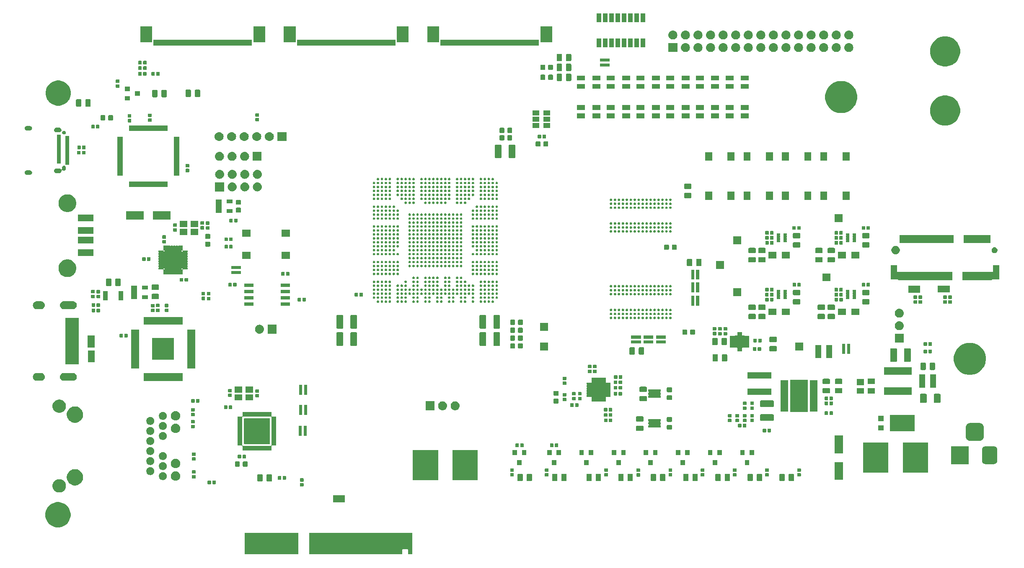
<source format=gts>
G04 #@! TF.GenerationSoftware,KiCad,Pcbnew,5.1.0*
G04 #@! TF.CreationDate,2019-04-09T12:59:12+01:00*
G04 #@! TF.ProjectId,ecp5_mainboard,65637035-5f6d-4616-996e-626f6172642e,rev?*
G04 #@! TF.SameCoordinates,Original*
G04 #@! TF.FileFunction,Soldermask,Top*
G04 #@! TF.FilePolarity,Negative*
%FSLAX46Y46*%
G04 Gerber Fmt 4.6, Leading zero omitted, Abs format (unit mm)*
G04 Created by KiCad (PCBNEW 5.1.0) date 2019-04-09 12:59:12*
%MOMM*%
%LPD*%
G04 APERTURE LIST*
%ADD10C,0.100000*%
G04 APERTURE END LIST*
D10*
G36*
X119326000Y-133551000D02*
G01*
X118474000Y-133551000D01*
X118474000Y-132675999D01*
X118471598Y-132651613D01*
X118464485Y-132628164D01*
X118452934Y-132606553D01*
X118437389Y-132587611D01*
X118418447Y-132572066D01*
X118396836Y-132560515D01*
X118373387Y-132553402D01*
X118349001Y-132551000D01*
X117450999Y-132551000D01*
X117426613Y-132553402D01*
X117403164Y-132560515D01*
X117381553Y-132572066D01*
X117362611Y-132587611D01*
X117347066Y-132606553D01*
X117335515Y-132628164D01*
X117328402Y-132651613D01*
X117326000Y-132675999D01*
X117326000Y-133551000D01*
X98474000Y-133551000D01*
X98474000Y-129249000D01*
X119326000Y-129249000D01*
X119326000Y-133551000D01*
X119326000Y-133551000D01*
G37*
G36*
X96326000Y-133551000D02*
G01*
X85474000Y-133551000D01*
X85474000Y-129249000D01*
X96326000Y-129249000D01*
X96326000Y-133551000D01*
X96326000Y-133551000D01*
G37*
G36*
X48494098Y-123097033D02*
G01*
X48958350Y-123289332D01*
X48958352Y-123289333D01*
X49376168Y-123568509D01*
X49731491Y-123923832D01*
X50010667Y-124341648D01*
X50010668Y-124341650D01*
X50202967Y-124805902D01*
X50301000Y-125298747D01*
X50301000Y-125801253D01*
X50202967Y-126294098D01*
X50010668Y-126758350D01*
X50010667Y-126758352D01*
X49731491Y-127176168D01*
X49376168Y-127531491D01*
X48958352Y-127810667D01*
X48958351Y-127810668D01*
X48958350Y-127810668D01*
X48494098Y-128002967D01*
X48001253Y-128101000D01*
X47498747Y-128101000D01*
X47005902Y-128002967D01*
X46541650Y-127810668D01*
X46541649Y-127810668D01*
X46541648Y-127810667D01*
X46123832Y-127531491D01*
X45768509Y-127176168D01*
X45489333Y-126758352D01*
X45489332Y-126758350D01*
X45297033Y-126294098D01*
X45199000Y-125801253D01*
X45199000Y-125298747D01*
X45297033Y-124805902D01*
X45489332Y-124341650D01*
X45489333Y-124341648D01*
X45768509Y-123923832D01*
X46123832Y-123568509D01*
X46541648Y-123289333D01*
X46541650Y-123289332D01*
X47005902Y-123097033D01*
X47498747Y-122999000D01*
X48001253Y-122999000D01*
X48494098Y-123097033D01*
X48494098Y-123097033D01*
G37*
G36*
X105701000Y-123006000D02*
G01*
X103299000Y-123006000D01*
X103299000Y-121584000D01*
X105701000Y-121584000D01*
X105701000Y-123006000D01*
X105701000Y-123006000D01*
G37*
G36*
X48394072Y-118400918D02*
G01*
X48635693Y-118501000D01*
X48639939Y-118502759D01*
X48687110Y-118534278D01*
X48861211Y-118650609D01*
X49049391Y-118838789D01*
X49197242Y-119060063D01*
X49231315Y-119142324D01*
X49299082Y-119305928D01*
X49351000Y-119566938D01*
X49351000Y-119833062D01*
X49299082Y-120094072D01*
X49197241Y-120339939D01*
X49049390Y-120561212D01*
X48861212Y-120749390D01*
X48639939Y-120897241D01*
X48639938Y-120897242D01*
X48639937Y-120897242D01*
X48394072Y-120999082D01*
X48133063Y-121051000D01*
X47866937Y-121051000D01*
X47605928Y-120999082D01*
X47360063Y-120897242D01*
X47360062Y-120897242D01*
X47360061Y-120897241D01*
X47138788Y-120749390D01*
X46950610Y-120561212D01*
X46802759Y-120339939D01*
X46700918Y-120094072D01*
X46649000Y-119833062D01*
X46649000Y-119566938D01*
X46700918Y-119305928D01*
X46768685Y-119142324D01*
X46802758Y-119060063D01*
X46950609Y-118838789D01*
X47138789Y-118650609D01*
X47312890Y-118534278D01*
X47360061Y-118502759D01*
X47364308Y-118501000D01*
X47605928Y-118400918D01*
X47866937Y-118349000D01*
X48133063Y-118349000D01*
X48394072Y-118400918D01*
X48394072Y-118400918D01*
G37*
G36*
X97281938Y-119141716D02*
G01*
X97302557Y-119147971D01*
X97321553Y-119158124D01*
X97338208Y-119171792D01*
X97351876Y-119188447D01*
X97362029Y-119207443D01*
X97368284Y-119228062D01*
X97371000Y-119255640D01*
X97371000Y-119714360D01*
X97368284Y-119741938D01*
X97362029Y-119762557D01*
X97351876Y-119781553D01*
X97338208Y-119798208D01*
X97321553Y-119811876D01*
X97302557Y-119822029D01*
X97281938Y-119828284D01*
X97254360Y-119831000D01*
X96745640Y-119831000D01*
X96718062Y-119828284D01*
X96697443Y-119822029D01*
X96678447Y-119811876D01*
X96661792Y-119798208D01*
X96648124Y-119781553D01*
X96637971Y-119762557D01*
X96631716Y-119741938D01*
X96629000Y-119714360D01*
X96629000Y-119255640D01*
X96631716Y-119228062D01*
X96637971Y-119207443D01*
X96648124Y-119188447D01*
X96661792Y-119171792D01*
X96678447Y-119158124D01*
X96697443Y-119147971D01*
X96718062Y-119141716D01*
X96745640Y-119139000D01*
X97254360Y-119139000D01*
X97281938Y-119141716D01*
X97281938Y-119141716D01*
G37*
G36*
X51550256Y-116376798D02*
G01*
X51656579Y-116397947D01*
X51957042Y-116522403D01*
X52227451Y-116703085D01*
X52457415Y-116933049D01*
X52638097Y-117203458D01*
X52638098Y-117203460D01*
X52670230Y-117281033D01*
X52762553Y-117503921D01*
X52783702Y-117610244D01*
X52826000Y-117822889D01*
X52826000Y-118148111D01*
X52796185Y-118298000D01*
X52762553Y-118467079D01*
X52638097Y-118767542D01*
X52457415Y-119037951D01*
X52227451Y-119267915D01*
X51957042Y-119448597D01*
X51656579Y-119573053D01*
X51550256Y-119594202D01*
X51337611Y-119636500D01*
X51012389Y-119636500D01*
X50799744Y-119594202D01*
X50693421Y-119573053D01*
X50392958Y-119448597D01*
X50122549Y-119267915D01*
X49892585Y-119037951D01*
X49711903Y-118767542D01*
X49587447Y-118467079D01*
X49553815Y-118298000D01*
X49524000Y-118148111D01*
X49524000Y-117822889D01*
X49566298Y-117610244D01*
X49587447Y-117503921D01*
X49679770Y-117281033D01*
X49711902Y-117203460D01*
X49711903Y-117203458D01*
X49892585Y-116933049D01*
X50122549Y-116703085D01*
X50392958Y-116522403D01*
X50693421Y-116397947D01*
X50799744Y-116376798D01*
X51012389Y-116334500D01*
X51337611Y-116334500D01*
X51550256Y-116376798D01*
X51550256Y-116376798D01*
G37*
G36*
X78571938Y-118631716D02*
G01*
X78592557Y-118637971D01*
X78611553Y-118648124D01*
X78628208Y-118661792D01*
X78641876Y-118678447D01*
X78652029Y-118697443D01*
X78658284Y-118718062D01*
X78661000Y-118745640D01*
X78661000Y-119254360D01*
X78658284Y-119281938D01*
X78652029Y-119302557D01*
X78641876Y-119321553D01*
X78628208Y-119338208D01*
X78611553Y-119351876D01*
X78592557Y-119362029D01*
X78571938Y-119368284D01*
X78544360Y-119371000D01*
X78085640Y-119371000D01*
X78058062Y-119368284D01*
X78037443Y-119362029D01*
X78018447Y-119351876D01*
X78001792Y-119338208D01*
X77988124Y-119321553D01*
X77977971Y-119302557D01*
X77971716Y-119281938D01*
X77969000Y-119254360D01*
X77969000Y-118745640D01*
X77971716Y-118718062D01*
X77977971Y-118697443D01*
X77988124Y-118678447D01*
X78001792Y-118661792D01*
X78018447Y-118648124D01*
X78037443Y-118637971D01*
X78058062Y-118631716D01*
X78085640Y-118629000D01*
X78544360Y-118629000D01*
X78571938Y-118631716D01*
X78571938Y-118631716D01*
G37*
G36*
X79541938Y-118631716D02*
G01*
X79562557Y-118637971D01*
X79581553Y-118648124D01*
X79598208Y-118661792D01*
X79611876Y-118678447D01*
X79622029Y-118697443D01*
X79628284Y-118718062D01*
X79631000Y-118745640D01*
X79631000Y-119254360D01*
X79628284Y-119281938D01*
X79622029Y-119302557D01*
X79611876Y-119321553D01*
X79598208Y-119338208D01*
X79581553Y-119351876D01*
X79562557Y-119362029D01*
X79541938Y-119368284D01*
X79514360Y-119371000D01*
X79055640Y-119371000D01*
X79028062Y-119368284D01*
X79007443Y-119362029D01*
X78988447Y-119351876D01*
X78971792Y-119338208D01*
X78958124Y-119321553D01*
X78947971Y-119302557D01*
X78941716Y-119281938D01*
X78939000Y-119254360D01*
X78939000Y-118745640D01*
X78941716Y-118718062D01*
X78947971Y-118697443D01*
X78958124Y-118678447D01*
X78971792Y-118661792D01*
X78988447Y-118648124D01*
X79007443Y-118637971D01*
X79028062Y-118631716D01*
X79055640Y-118629000D01*
X79514360Y-118629000D01*
X79541938Y-118631716D01*
X79541938Y-118631716D01*
G37*
G36*
X97281938Y-118171716D02*
G01*
X97302557Y-118177971D01*
X97321553Y-118188124D01*
X97338208Y-118201792D01*
X97351876Y-118218447D01*
X97362029Y-118237443D01*
X97368284Y-118258062D01*
X97371000Y-118285640D01*
X97371000Y-118744360D01*
X97368284Y-118771938D01*
X97362029Y-118792557D01*
X97351876Y-118811553D01*
X97338208Y-118828208D01*
X97321553Y-118841876D01*
X97302557Y-118852029D01*
X97281938Y-118858284D01*
X97254360Y-118861000D01*
X96745640Y-118861000D01*
X96718062Y-118858284D01*
X96697443Y-118852029D01*
X96678447Y-118841876D01*
X96661792Y-118828208D01*
X96648124Y-118811553D01*
X96637971Y-118792557D01*
X96631716Y-118771938D01*
X96629000Y-118744360D01*
X96629000Y-118285640D01*
X96631716Y-118258062D01*
X96637971Y-118237443D01*
X96648124Y-118218447D01*
X96661792Y-118201792D01*
X96678447Y-118188124D01*
X96697443Y-118177971D01*
X96718062Y-118171716D01*
X96745640Y-118169000D01*
X97254360Y-118169000D01*
X97281938Y-118171716D01*
X97281938Y-118171716D01*
G37*
G36*
X88934468Y-117353565D02*
G01*
X88973138Y-117365296D01*
X89008777Y-117384346D01*
X89040017Y-117409983D01*
X89065654Y-117441223D01*
X89084704Y-117476862D01*
X89096435Y-117515532D01*
X89101000Y-117561888D01*
X89101000Y-118638112D01*
X89096435Y-118684468D01*
X89084704Y-118723138D01*
X89065654Y-118758777D01*
X89040017Y-118790017D01*
X89008777Y-118815654D01*
X88973138Y-118834704D01*
X88934468Y-118846435D01*
X88888112Y-118851000D01*
X88236888Y-118851000D01*
X88190532Y-118846435D01*
X88151862Y-118834704D01*
X88116223Y-118815654D01*
X88084983Y-118790017D01*
X88059346Y-118758777D01*
X88040296Y-118723138D01*
X88028565Y-118684468D01*
X88024000Y-118638112D01*
X88024000Y-117561888D01*
X88028565Y-117515532D01*
X88040296Y-117476862D01*
X88059346Y-117441223D01*
X88084983Y-117409983D01*
X88116223Y-117384346D01*
X88151862Y-117365296D01*
X88190532Y-117353565D01*
X88236888Y-117349000D01*
X88888112Y-117349000D01*
X88934468Y-117353565D01*
X88934468Y-117353565D01*
G37*
G36*
X90809468Y-117353565D02*
G01*
X90848138Y-117365296D01*
X90883777Y-117384346D01*
X90915017Y-117409983D01*
X90940654Y-117441223D01*
X90959704Y-117476862D01*
X90971435Y-117515532D01*
X90976000Y-117561888D01*
X90976000Y-118638112D01*
X90971435Y-118684468D01*
X90959704Y-118723138D01*
X90940654Y-118758777D01*
X90915017Y-118790017D01*
X90883777Y-118815654D01*
X90848138Y-118834704D01*
X90809468Y-118846435D01*
X90763112Y-118851000D01*
X90111888Y-118851000D01*
X90065532Y-118846435D01*
X90026862Y-118834704D01*
X89991223Y-118815654D01*
X89959983Y-118790017D01*
X89934346Y-118758777D01*
X89915296Y-118723138D01*
X89903565Y-118684468D01*
X89899000Y-118638112D01*
X89899000Y-117561888D01*
X89903565Y-117515532D01*
X89915296Y-117476862D01*
X89934346Y-117441223D01*
X89959983Y-117409983D01*
X89991223Y-117384346D01*
X90026862Y-117365296D01*
X90065532Y-117353565D01*
X90111888Y-117349000D01*
X90763112Y-117349000D01*
X90809468Y-117353565D01*
X90809468Y-117353565D01*
G37*
G36*
X170309468Y-117253565D02*
G01*
X170348138Y-117265296D01*
X170383777Y-117284346D01*
X170415017Y-117309983D01*
X170440654Y-117341223D01*
X170459704Y-117376862D01*
X170471435Y-117415532D01*
X170476000Y-117461888D01*
X170476000Y-118538112D01*
X170471435Y-118584468D01*
X170459704Y-118623138D01*
X170440654Y-118658777D01*
X170415017Y-118690017D01*
X170383777Y-118715654D01*
X170348138Y-118734704D01*
X170309468Y-118746435D01*
X170263112Y-118751000D01*
X169611888Y-118751000D01*
X169565532Y-118746435D01*
X169526862Y-118734704D01*
X169491223Y-118715654D01*
X169459983Y-118690017D01*
X169434346Y-118658777D01*
X169415296Y-118623138D01*
X169403565Y-118584468D01*
X169399000Y-118538112D01*
X169399000Y-117461888D01*
X169403565Y-117415532D01*
X169415296Y-117376862D01*
X169434346Y-117341223D01*
X169459983Y-117309983D01*
X169491223Y-117284346D01*
X169526862Y-117265296D01*
X169565532Y-117253565D01*
X169611888Y-117249000D01*
X170263112Y-117249000D01*
X170309468Y-117253565D01*
X170309468Y-117253565D01*
G37*
G36*
X161871968Y-117253565D02*
G01*
X161910638Y-117265296D01*
X161946277Y-117284346D01*
X161977517Y-117309983D01*
X162003154Y-117341223D01*
X162022204Y-117376862D01*
X162033935Y-117415532D01*
X162038500Y-117461888D01*
X162038500Y-118538112D01*
X162033935Y-118584468D01*
X162022204Y-118623138D01*
X162003154Y-118658777D01*
X161977517Y-118690017D01*
X161946277Y-118715654D01*
X161910638Y-118734704D01*
X161871968Y-118746435D01*
X161825612Y-118751000D01*
X161174388Y-118751000D01*
X161128032Y-118746435D01*
X161089362Y-118734704D01*
X161053723Y-118715654D01*
X161022483Y-118690017D01*
X160996846Y-118658777D01*
X160977796Y-118623138D01*
X160966065Y-118584468D01*
X160961500Y-118538112D01*
X160961500Y-117461888D01*
X160966065Y-117415532D01*
X160977796Y-117376862D01*
X160996846Y-117341223D01*
X161022483Y-117309983D01*
X161053723Y-117284346D01*
X161089362Y-117265296D01*
X161128032Y-117253565D01*
X161174388Y-117249000D01*
X161825612Y-117249000D01*
X161871968Y-117253565D01*
X161871968Y-117253565D01*
G37*
G36*
X163746968Y-117253565D02*
G01*
X163785638Y-117265296D01*
X163821277Y-117284346D01*
X163852517Y-117309983D01*
X163878154Y-117341223D01*
X163897204Y-117376862D01*
X163908935Y-117415532D01*
X163913500Y-117461888D01*
X163913500Y-118538112D01*
X163908935Y-118584468D01*
X163897204Y-118623138D01*
X163878154Y-118658777D01*
X163852517Y-118690017D01*
X163821277Y-118715654D01*
X163785638Y-118734704D01*
X163746968Y-118746435D01*
X163700612Y-118751000D01*
X163049388Y-118751000D01*
X163003032Y-118746435D01*
X162964362Y-118734704D01*
X162928723Y-118715654D01*
X162897483Y-118690017D01*
X162871846Y-118658777D01*
X162852796Y-118623138D01*
X162841065Y-118584468D01*
X162836500Y-118538112D01*
X162836500Y-117461888D01*
X162841065Y-117415532D01*
X162852796Y-117376862D01*
X162871846Y-117341223D01*
X162897483Y-117309983D01*
X162928723Y-117284346D01*
X162964362Y-117265296D01*
X163003032Y-117253565D01*
X163049388Y-117249000D01*
X163700612Y-117249000D01*
X163746968Y-117253565D01*
X163746968Y-117253565D01*
G37*
G36*
X168434468Y-117253565D02*
G01*
X168473138Y-117265296D01*
X168508777Y-117284346D01*
X168540017Y-117309983D01*
X168565654Y-117341223D01*
X168584704Y-117376862D01*
X168596435Y-117415532D01*
X168601000Y-117461888D01*
X168601000Y-118538112D01*
X168596435Y-118584468D01*
X168584704Y-118623138D01*
X168565654Y-118658777D01*
X168540017Y-118690017D01*
X168508777Y-118715654D01*
X168473138Y-118734704D01*
X168434468Y-118746435D01*
X168388112Y-118751000D01*
X167736888Y-118751000D01*
X167690532Y-118746435D01*
X167651862Y-118734704D01*
X167616223Y-118715654D01*
X167584983Y-118690017D01*
X167559346Y-118658777D01*
X167540296Y-118623138D01*
X167528565Y-118584468D01*
X167524000Y-118538112D01*
X167524000Y-117461888D01*
X167528565Y-117415532D01*
X167540296Y-117376862D01*
X167559346Y-117341223D01*
X167584983Y-117309983D01*
X167616223Y-117284346D01*
X167651862Y-117265296D01*
X167690532Y-117253565D01*
X167736888Y-117249000D01*
X168388112Y-117249000D01*
X168434468Y-117253565D01*
X168434468Y-117253565D01*
G37*
G36*
X176871968Y-117253565D02*
G01*
X176910638Y-117265296D01*
X176946277Y-117284346D01*
X176977517Y-117309983D01*
X177003154Y-117341223D01*
X177022204Y-117376862D01*
X177033935Y-117415532D01*
X177038500Y-117461888D01*
X177038500Y-118538112D01*
X177033935Y-118584468D01*
X177022204Y-118623138D01*
X177003154Y-118658777D01*
X176977517Y-118690017D01*
X176946277Y-118715654D01*
X176910638Y-118734704D01*
X176871968Y-118746435D01*
X176825612Y-118751000D01*
X176174388Y-118751000D01*
X176128032Y-118746435D01*
X176089362Y-118734704D01*
X176053723Y-118715654D01*
X176022483Y-118690017D01*
X175996846Y-118658777D01*
X175977796Y-118623138D01*
X175966065Y-118584468D01*
X175961500Y-118538112D01*
X175961500Y-117461888D01*
X175966065Y-117415532D01*
X175977796Y-117376862D01*
X175996846Y-117341223D01*
X176022483Y-117309983D01*
X176053723Y-117284346D01*
X176089362Y-117265296D01*
X176128032Y-117253565D01*
X176174388Y-117249000D01*
X176825612Y-117249000D01*
X176871968Y-117253565D01*
X176871968Y-117253565D01*
G37*
G36*
X194434468Y-117253565D02*
G01*
X194473138Y-117265296D01*
X194508777Y-117284346D01*
X194540017Y-117309983D01*
X194565654Y-117341223D01*
X194584704Y-117376862D01*
X194596435Y-117415532D01*
X194601000Y-117461888D01*
X194601000Y-118538112D01*
X194596435Y-118584468D01*
X194584704Y-118623138D01*
X194565654Y-118658777D01*
X194540017Y-118690017D01*
X194508777Y-118715654D01*
X194473138Y-118734704D01*
X194434468Y-118746435D01*
X194388112Y-118751000D01*
X193736888Y-118751000D01*
X193690532Y-118746435D01*
X193651862Y-118734704D01*
X193616223Y-118715654D01*
X193584983Y-118690017D01*
X193559346Y-118658777D01*
X193540296Y-118623138D01*
X193528565Y-118584468D01*
X193524000Y-118538112D01*
X193524000Y-117461888D01*
X193528565Y-117415532D01*
X193540296Y-117376862D01*
X193559346Y-117341223D01*
X193584983Y-117309983D01*
X193616223Y-117284346D01*
X193651862Y-117265296D01*
X193690532Y-117253565D01*
X193736888Y-117249000D01*
X194388112Y-117249000D01*
X194434468Y-117253565D01*
X194434468Y-117253565D01*
G37*
G36*
X196309468Y-117253565D02*
G01*
X196348138Y-117265296D01*
X196383777Y-117284346D01*
X196415017Y-117309983D01*
X196440654Y-117341223D01*
X196459704Y-117376862D01*
X196471435Y-117415532D01*
X196476000Y-117461888D01*
X196476000Y-118538112D01*
X196471435Y-118584468D01*
X196459704Y-118623138D01*
X196440654Y-118658777D01*
X196415017Y-118690017D01*
X196383777Y-118715654D01*
X196348138Y-118734704D01*
X196309468Y-118746435D01*
X196263112Y-118751000D01*
X195611888Y-118751000D01*
X195565532Y-118746435D01*
X195526862Y-118734704D01*
X195491223Y-118715654D01*
X195459983Y-118690017D01*
X195434346Y-118658777D01*
X195415296Y-118623138D01*
X195403565Y-118584468D01*
X195399000Y-118538112D01*
X195399000Y-117461888D01*
X195403565Y-117415532D01*
X195415296Y-117376862D01*
X195434346Y-117341223D01*
X195459983Y-117309983D01*
X195491223Y-117284346D01*
X195526862Y-117265296D01*
X195565532Y-117253565D01*
X195611888Y-117249000D01*
X196263112Y-117249000D01*
X196309468Y-117253565D01*
X196309468Y-117253565D01*
G37*
G36*
X187996968Y-117253565D02*
G01*
X188035638Y-117265296D01*
X188071277Y-117284346D01*
X188102517Y-117309983D01*
X188128154Y-117341223D01*
X188147204Y-117376862D01*
X188158935Y-117415532D01*
X188163500Y-117461888D01*
X188163500Y-118538112D01*
X188158935Y-118584468D01*
X188147204Y-118623138D01*
X188128154Y-118658777D01*
X188102517Y-118690017D01*
X188071277Y-118715654D01*
X188035638Y-118734704D01*
X187996968Y-118746435D01*
X187950612Y-118751000D01*
X187299388Y-118751000D01*
X187253032Y-118746435D01*
X187214362Y-118734704D01*
X187178723Y-118715654D01*
X187147483Y-118690017D01*
X187121846Y-118658777D01*
X187102796Y-118623138D01*
X187091065Y-118584468D01*
X187086500Y-118538112D01*
X187086500Y-117461888D01*
X187091065Y-117415532D01*
X187102796Y-117376862D01*
X187121846Y-117341223D01*
X187147483Y-117309983D01*
X187178723Y-117284346D01*
X187214362Y-117265296D01*
X187253032Y-117253565D01*
X187299388Y-117249000D01*
X187950612Y-117249000D01*
X187996968Y-117253565D01*
X187996968Y-117253565D01*
G37*
G36*
X189871968Y-117253565D02*
G01*
X189910638Y-117265296D01*
X189946277Y-117284346D01*
X189977517Y-117309983D01*
X190003154Y-117341223D01*
X190022204Y-117376862D01*
X190033935Y-117415532D01*
X190038500Y-117461888D01*
X190038500Y-118538112D01*
X190033935Y-118584468D01*
X190022204Y-118623138D01*
X190003154Y-118658777D01*
X189977517Y-118690017D01*
X189946277Y-118715654D01*
X189910638Y-118734704D01*
X189871968Y-118746435D01*
X189825612Y-118751000D01*
X189174388Y-118751000D01*
X189128032Y-118746435D01*
X189089362Y-118734704D01*
X189053723Y-118715654D01*
X189022483Y-118690017D01*
X188996846Y-118658777D01*
X188977796Y-118623138D01*
X188966065Y-118584468D01*
X188961500Y-118538112D01*
X188961500Y-117461888D01*
X188966065Y-117415532D01*
X188977796Y-117376862D01*
X188996846Y-117341223D01*
X189022483Y-117309983D01*
X189053723Y-117284346D01*
X189089362Y-117265296D01*
X189128032Y-117253565D01*
X189174388Y-117249000D01*
X189825612Y-117249000D01*
X189871968Y-117253565D01*
X189871968Y-117253565D01*
G37*
G36*
X183371968Y-117253565D02*
G01*
X183410638Y-117265296D01*
X183446277Y-117284346D01*
X183477517Y-117309983D01*
X183503154Y-117341223D01*
X183522204Y-117376862D01*
X183533935Y-117415532D01*
X183538500Y-117461888D01*
X183538500Y-118538112D01*
X183533935Y-118584468D01*
X183522204Y-118623138D01*
X183503154Y-118658777D01*
X183477517Y-118690017D01*
X183446277Y-118715654D01*
X183410638Y-118734704D01*
X183371968Y-118746435D01*
X183325612Y-118751000D01*
X182674388Y-118751000D01*
X182628032Y-118746435D01*
X182589362Y-118734704D01*
X182553723Y-118715654D01*
X182522483Y-118690017D01*
X182496846Y-118658777D01*
X182477796Y-118623138D01*
X182466065Y-118584468D01*
X182461500Y-118538112D01*
X182461500Y-117461888D01*
X182466065Y-117415532D01*
X182477796Y-117376862D01*
X182496846Y-117341223D01*
X182522483Y-117309983D01*
X182553723Y-117284346D01*
X182589362Y-117265296D01*
X182628032Y-117253565D01*
X182674388Y-117249000D01*
X183325612Y-117249000D01*
X183371968Y-117253565D01*
X183371968Y-117253565D01*
G37*
G36*
X174996968Y-117253565D02*
G01*
X175035638Y-117265296D01*
X175071277Y-117284346D01*
X175102517Y-117309983D01*
X175128154Y-117341223D01*
X175147204Y-117376862D01*
X175158935Y-117415532D01*
X175163500Y-117461888D01*
X175163500Y-118538112D01*
X175158935Y-118584468D01*
X175147204Y-118623138D01*
X175128154Y-118658777D01*
X175102517Y-118690017D01*
X175071277Y-118715654D01*
X175035638Y-118734704D01*
X174996968Y-118746435D01*
X174950612Y-118751000D01*
X174299388Y-118751000D01*
X174253032Y-118746435D01*
X174214362Y-118734704D01*
X174178723Y-118715654D01*
X174147483Y-118690017D01*
X174121846Y-118658777D01*
X174102796Y-118623138D01*
X174091065Y-118584468D01*
X174086500Y-118538112D01*
X174086500Y-117461888D01*
X174091065Y-117415532D01*
X174102796Y-117376862D01*
X174121846Y-117341223D01*
X174147483Y-117309983D01*
X174178723Y-117284346D01*
X174214362Y-117265296D01*
X174253032Y-117253565D01*
X174299388Y-117249000D01*
X174950612Y-117249000D01*
X174996968Y-117253565D01*
X174996968Y-117253565D01*
G37*
G36*
X141496968Y-117253565D02*
G01*
X141535638Y-117265296D01*
X141571277Y-117284346D01*
X141602517Y-117309983D01*
X141628154Y-117341223D01*
X141647204Y-117376862D01*
X141658935Y-117415532D01*
X141663500Y-117461888D01*
X141663500Y-118538112D01*
X141658935Y-118584468D01*
X141647204Y-118623138D01*
X141628154Y-118658777D01*
X141602517Y-118690017D01*
X141571277Y-118715654D01*
X141535638Y-118734704D01*
X141496968Y-118746435D01*
X141450612Y-118751000D01*
X140799388Y-118751000D01*
X140753032Y-118746435D01*
X140714362Y-118734704D01*
X140678723Y-118715654D01*
X140647483Y-118690017D01*
X140621846Y-118658777D01*
X140602796Y-118623138D01*
X140591065Y-118584468D01*
X140586500Y-118538112D01*
X140586500Y-117461888D01*
X140591065Y-117415532D01*
X140602796Y-117376862D01*
X140621846Y-117341223D01*
X140647483Y-117309983D01*
X140678723Y-117284346D01*
X140714362Y-117265296D01*
X140753032Y-117253565D01*
X140799388Y-117249000D01*
X141450612Y-117249000D01*
X141496968Y-117253565D01*
X141496968Y-117253565D01*
G37*
G36*
X143371968Y-117253565D02*
G01*
X143410638Y-117265296D01*
X143446277Y-117284346D01*
X143477517Y-117309983D01*
X143503154Y-117341223D01*
X143522204Y-117376862D01*
X143533935Y-117415532D01*
X143538500Y-117461888D01*
X143538500Y-118538112D01*
X143533935Y-118584468D01*
X143522204Y-118623138D01*
X143503154Y-118658777D01*
X143477517Y-118690017D01*
X143446277Y-118715654D01*
X143410638Y-118734704D01*
X143371968Y-118746435D01*
X143325612Y-118751000D01*
X142674388Y-118751000D01*
X142628032Y-118746435D01*
X142589362Y-118734704D01*
X142553723Y-118715654D01*
X142522483Y-118690017D01*
X142496846Y-118658777D01*
X142477796Y-118623138D01*
X142466065Y-118584468D01*
X142461500Y-118538112D01*
X142461500Y-117461888D01*
X142466065Y-117415532D01*
X142477796Y-117376862D01*
X142496846Y-117341223D01*
X142522483Y-117309983D01*
X142553723Y-117284346D01*
X142589362Y-117265296D01*
X142628032Y-117253565D01*
X142674388Y-117249000D01*
X143325612Y-117249000D01*
X143371968Y-117253565D01*
X143371968Y-117253565D01*
G37*
G36*
X150371968Y-117253565D02*
G01*
X150410638Y-117265296D01*
X150446277Y-117284346D01*
X150477517Y-117309983D01*
X150503154Y-117341223D01*
X150522204Y-117376862D01*
X150533935Y-117415532D01*
X150538500Y-117461888D01*
X150538500Y-118538112D01*
X150533935Y-118584468D01*
X150522204Y-118623138D01*
X150503154Y-118658777D01*
X150477517Y-118690017D01*
X150446277Y-118715654D01*
X150410638Y-118734704D01*
X150371968Y-118746435D01*
X150325612Y-118751000D01*
X149674388Y-118751000D01*
X149628032Y-118746435D01*
X149589362Y-118734704D01*
X149553723Y-118715654D01*
X149522483Y-118690017D01*
X149496846Y-118658777D01*
X149477796Y-118623138D01*
X149466065Y-118584468D01*
X149461500Y-118538112D01*
X149461500Y-117461888D01*
X149466065Y-117415532D01*
X149477796Y-117376862D01*
X149496846Y-117341223D01*
X149522483Y-117309983D01*
X149553723Y-117284346D01*
X149589362Y-117265296D01*
X149628032Y-117253565D01*
X149674388Y-117249000D01*
X150325612Y-117249000D01*
X150371968Y-117253565D01*
X150371968Y-117253565D01*
G37*
G36*
X155434468Y-117253565D02*
G01*
X155473138Y-117265296D01*
X155508777Y-117284346D01*
X155540017Y-117309983D01*
X155565654Y-117341223D01*
X155584704Y-117376862D01*
X155596435Y-117415532D01*
X155601000Y-117461888D01*
X155601000Y-118538112D01*
X155596435Y-118584468D01*
X155584704Y-118623138D01*
X155565654Y-118658777D01*
X155540017Y-118690017D01*
X155508777Y-118715654D01*
X155473138Y-118734704D01*
X155434468Y-118746435D01*
X155388112Y-118751000D01*
X154736888Y-118751000D01*
X154690532Y-118746435D01*
X154651862Y-118734704D01*
X154616223Y-118715654D01*
X154584983Y-118690017D01*
X154559346Y-118658777D01*
X154540296Y-118623138D01*
X154528565Y-118584468D01*
X154524000Y-118538112D01*
X154524000Y-117461888D01*
X154528565Y-117415532D01*
X154540296Y-117376862D01*
X154559346Y-117341223D01*
X154584983Y-117309983D01*
X154616223Y-117284346D01*
X154651862Y-117265296D01*
X154690532Y-117253565D01*
X154736888Y-117249000D01*
X155388112Y-117249000D01*
X155434468Y-117253565D01*
X155434468Y-117253565D01*
G37*
G36*
X148496968Y-117253565D02*
G01*
X148535638Y-117265296D01*
X148571277Y-117284346D01*
X148602517Y-117309983D01*
X148628154Y-117341223D01*
X148647204Y-117376862D01*
X148658935Y-117415532D01*
X148663500Y-117461888D01*
X148663500Y-118538112D01*
X148658935Y-118584468D01*
X148647204Y-118623138D01*
X148628154Y-118658777D01*
X148602517Y-118690017D01*
X148571277Y-118715654D01*
X148535638Y-118734704D01*
X148496968Y-118746435D01*
X148450612Y-118751000D01*
X147799388Y-118751000D01*
X147753032Y-118746435D01*
X147714362Y-118734704D01*
X147678723Y-118715654D01*
X147647483Y-118690017D01*
X147621846Y-118658777D01*
X147602796Y-118623138D01*
X147591065Y-118584468D01*
X147586500Y-118538112D01*
X147586500Y-117461888D01*
X147591065Y-117415532D01*
X147602796Y-117376862D01*
X147621846Y-117341223D01*
X147647483Y-117309983D01*
X147678723Y-117284346D01*
X147714362Y-117265296D01*
X147753032Y-117253565D01*
X147799388Y-117249000D01*
X148450612Y-117249000D01*
X148496968Y-117253565D01*
X148496968Y-117253565D01*
G37*
G36*
X157309468Y-117253565D02*
G01*
X157348138Y-117265296D01*
X157383777Y-117284346D01*
X157415017Y-117309983D01*
X157440654Y-117341223D01*
X157459704Y-117376862D01*
X157471435Y-117415532D01*
X157476000Y-117461888D01*
X157476000Y-118538112D01*
X157471435Y-118584468D01*
X157459704Y-118623138D01*
X157440654Y-118658777D01*
X157415017Y-118690017D01*
X157383777Y-118715654D01*
X157348138Y-118734704D01*
X157309468Y-118746435D01*
X157263112Y-118751000D01*
X156611888Y-118751000D01*
X156565532Y-118746435D01*
X156526862Y-118734704D01*
X156491223Y-118715654D01*
X156459983Y-118690017D01*
X156434346Y-118658777D01*
X156415296Y-118623138D01*
X156403565Y-118584468D01*
X156399000Y-118538112D01*
X156399000Y-117461888D01*
X156403565Y-117415532D01*
X156415296Y-117376862D01*
X156434346Y-117341223D01*
X156459983Y-117309983D01*
X156491223Y-117284346D01*
X156526862Y-117265296D01*
X156565532Y-117253565D01*
X156611888Y-117249000D01*
X157263112Y-117249000D01*
X157309468Y-117253565D01*
X157309468Y-117253565D01*
G37*
G36*
X181496968Y-117253565D02*
G01*
X181535638Y-117265296D01*
X181571277Y-117284346D01*
X181602517Y-117309983D01*
X181628154Y-117341223D01*
X181647204Y-117376862D01*
X181658935Y-117415532D01*
X181663500Y-117461888D01*
X181663500Y-118538112D01*
X181658935Y-118584468D01*
X181647204Y-118623138D01*
X181628154Y-118658777D01*
X181602517Y-118690017D01*
X181571277Y-118715654D01*
X181535638Y-118734704D01*
X181496968Y-118746435D01*
X181450612Y-118751000D01*
X180799388Y-118751000D01*
X180753032Y-118746435D01*
X180714362Y-118734704D01*
X180678723Y-118715654D01*
X180647483Y-118690017D01*
X180621846Y-118658777D01*
X180602796Y-118623138D01*
X180591065Y-118584468D01*
X180586500Y-118538112D01*
X180586500Y-117461888D01*
X180591065Y-117415532D01*
X180602796Y-117376862D01*
X180621846Y-117341223D01*
X180647483Y-117309983D01*
X180678723Y-117284346D01*
X180714362Y-117265296D01*
X180753032Y-117253565D01*
X180799388Y-117249000D01*
X181450612Y-117249000D01*
X181496968Y-117253565D01*
X181496968Y-117253565D01*
G37*
G36*
X71772395Y-116817046D02*
G01*
X71945466Y-116888734D01*
X71945467Y-116888735D01*
X72101227Y-116992810D01*
X72233690Y-117125273D01*
X72268625Y-117177557D01*
X72337766Y-117281034D01*
X72409454Y-117454105D01*
X72446000Y-117637833D01*
X72446000Y-117825167D01*
X72409454Y-118008895D01*
X72337766Y-118181966D01*
X72323824Y-118202831D01*
X72233690Y-118337727D01*
X72101227Y-118470190D01*
X72083926Y-118481750D01*
X71945466Y-118574266D01*
X71772395Y-118645954D01*
X71588667Y-118682500D01*
X71401333Y-118682500D01*
X71217605Y-118645954D01*
X71044534Y-118574266D01*
X70906074Y-118481750D01*
X70888773Y-118470190D01*
X70756310Y-118337727D01*
X70666176Y-118202831D01*
X70652234Y-118181966D01*
X70580546Y-118008895D01*
X70544000Y-117825167D01*
X70544000Y-117637833D01*
X70580546Y-117454105D01*
X70652234Y-117281034D01*
X70721375Y-117177557D01*
X70756310Y-117125273D01*
X70888773Y-116992810D01*
X71044533Y-116888735D01*
X71044534Y-116888734D01*
X71217605Y-116817046D01*
X71401333Y-116780500D01*
X71588667Y-116780500D01*
X71772395Y-116817046D01*
X71772395Y-116817046D01*
G37*
G36*
X124551000Y-118551000D02*
G01*
X119449000Y-118551000D01*
X119449000Y-112449000D01*
X124551000Y-112449000D01*
X124551000Y-118551000D01*
X124551000Y-118551000D01*
G37*
G36*
X132551000Y-118551000D02*
G01*
X127449000Y-118551000D01*
X127449000Y-112449000D01*
X132551000Y-112449000D01*
X132551000Y-118551000D01*
X132551000Y-118551000D01*
G37*
G36*
X69192142Y-116949742D02*
G01*
X69340101Y-117011029D01*
X69473255Y-117099999D01*
X69586501Y-117213245D01*
X69675471Y-117346399D01*
X69736758Y-117494358D01*
X69768000Y-117651425D01*
X69768000Y-117811575D01*
X69736758Y-117968642D01*
X69675471Y-118116601D01*
X69586501Y-118249755D01*
X69473255Y-118363001D01*
X69340101Y-118451971D01*
X69192142Y-118513258D01*
X69035075Y-118544500D01*
X68874925Y-118544500D01*
X68717858Y-118513258D01*
X68569899Y-118451971D01*
X68436745Y-118363001D01*
X68323499Y-118249755D01*
X68234529Y-118116601D01*
X68173242Y-117968642D01*
X68142000Y-117811575D01*
X68142000Y-117651425D01*
X68173242Y-117494358D01*
X68234529Y-117346399D01*
X68323499Y-117213245D01*
X68436745Y-117099999D01*
X68569899Y-117011029D01*
X68717858Y-116949742D01*
X68874925Y-116918500D01*
X69035075Y-116918500D01*
X69192142Y-116949742D01*
X69192142Y-116949742D01*
G37*
G36*
X206351000Y-118501000D02*
G01*
X204649000Y-118501000D01*
X204649000Y-114899000D01*
X206351000Y-114899000D01*
X206351000Y-118501000D01*
X206351000Y-118501000D01*
G37*
G36*
X93741938Y-117731716D02*
G01*
X93762557Y-117737971D01*
X93781553Y-117748124D01*
X93798208Y-117761792D01*
X93811876Y-117778447D01*
X93822029Y-117797443D01*
X93828284Y-117818062D01*
X93831000Y-117845640D01*
X93831000Y-118354360D01*
X93828284Y-118381938D01*
X93822029Y-118402557D01*
X93811876Y-118421553D01*
X93798208Y-118438208D01*
X93781553Y-118451876D01*
X93762557Y-118462029D01*
X93741938Y-118468284D01*
X93714360Y-118471000D01*
X93255640Y-118471000D01*
X93228062Y-118468284D01*
X93207443Y-118462029D01*
X93188447Y-118451876D01*
X93171792Y-118438208D01*
X93158124Y-118421553D01*
X93147971Y-118402557D01*
X93141716Y-118381938D01*
X93139000Y-118354360D01*
X93139000Y-117845640D01*
X93141716Y-117818062D01*
X93147971Y-117797443D01*
X93158124Y-117778447D01*
X93171792Y-117761792D01*
X93188447Y-117748124D01*
X93207443Y-117737971D01*
X93228062Y-117731716D01*
X93255640Y-117729000D01*
X93714360Y-117729000D01*
X93741938Y-117731716D01*
X93741938Y-117731716D01*
G37*
G36*
X92771938Y-117731716D02*
G01*
X92792557Y-117737971D01*
X92811553Y-117748124D01*
X92828208Y-117761792D01*
X92841876Y-117778447D01*
X92852029Y-117797443D01*
X92858284Y-117818062D01*
X92861000Y-117845640D01*
X92861000Y-118354360D01*
X92858284Y-118381938D01*
X92852029Y-118402557D01*
X92841876Y-118421553D01*
X92828208Y-118438208D01*
X92811553Y-118451876D01*
X92792557Y-118462029D01*
X92771938Y-118468284D01*
X92744360Y-118471000D01*
X92285640Y-118471000D01*
X92258062Y-118468284D01*
X92237443Y-118462029D01*
X92218447Y-118451876D01*
X92201792Y-118438208D01*
X92188124Y-118421553D01*
X92177971Y-118402557D01*
X92171716Y-118381938D01*
X92169000Y-118354360D01*
X92169000Y-117845640D01*
X92171716Y-117818062D01*
X92177971Y-117797443D01*
X92188124Y-117778447D01*
X92201792Y-117761792D01*
X92218447Y-117748124D01*
X92237443Y-117737971D01*
X92258062Y-117731716D01*
X92285640Y-117729000D01*
X92744360Y-117729000D01*
X92771938Y-117731716D01*
X92771938Y-117731716D01*
G37*
G36*
X75481938Y-117526716D02*
G01*
X75502557Y-117532971D01*
X75521553Y-117543124D01*
X75538208Y-117556792D01*
X75551876Y-117573447D01*
X75562029Y-117592443D01*
X75568284Y-117613062D01*
X75571000Y-117640640D01*
X75571000Y-118099360D01*
X75568284Y-118126938D01*
X75562029Y-118147557D01*
X75551876Y-118166553D01*
X75538208Y-118183208D01*
X75521553Y-118196876D01*
X75502557Y-118207029D01*
X75481938Y-118213284D01*
X75454360Y-118216000D01*
X74945640Y-118216000D01*
X74918062Y-118213284D01*
X74897443Y-118207029D01*
X74878447Y-118196876D01*
X74861792Y-118183208D01*
X74848124Y-118166553D01*
X74837971Y-118147557D01*
X74831716Y-118126938D01*
X74829000Y-118099360D01*
X74829000Y-117640640D01*
X74831716Y-117613062D01*
X74837971Y-117592443D01*
X74848124Y-117573447D01*
X74861792Y-117556792D01*
X74878447Y-117543124D01*
X74897443Y-117532971D01*
X74918062Y-117526716D01*
X74945640Y-117524000D01*
X75454360Y-117524000D01*
X75481938Y-117526716D01*
X75481938Y-117526716D01*
G37*
G36*
X165281938Y-117156716D02*
G01*
X165302557Y-117162971D01*
X165321553Y-117173124D01*
X165338208Y-117186792D01*
X165351876Y-117203447D01*
X165362029Y-117222443D01*
X165368284Y-117243062D01*
X165371000Y-117270640D01*
X165371000Y-117729360D01*
X165368284Y-117756938D01*
X165362029Y-117777557D01*
X165351876Y-117796553D01*
X165338208Y-117813208D01*
X165321553Y-117826876D01*
X165302557Y-117837029D01*
X165281938Y-117843284D01*
X165254360Y-117846000D01*
X164745640Y-117846000D01*
X164718062Y-117843284D01*
X164697443Y-117837029D01*
X164678447Y-117826876D01*
X164661792Y-117813208D01*
X164648124Y-117796553D01*
X164637971Y-117777557D01*
X164631716Y-117756938D01*
X164629000Y-117729360D01*
X164629000Y-117270640D01*
X164631716Y-117243062D01*
X164637971Y-117222443D01*
X164648124Y-117203447D01*
X164661792Y-117186792D01*
X164678447Y-117173124D01*
X164697443Y-117162971D01*
X164718062Y-117156716D01*
X164745640Y-117154000D01*
X165254360Y-117154000D01*
X165281938Y-117156716D01*
X165281938Y-117156716D01*
G37*
G36*
X178281938Y-117141716D02*
G01*
X178302557Y-117147971D01*
X178321553Y-117158124D01*
X178338208Y-117171792D01*
X178351876Y-117188447D01*
X178362029Y-117207443D01*
X178368284Y-117228062D01*
X178371000Y-117255640D01*
X178371000Y-117714360D01*
X178368284Y-117741938D01*
X178362029Y-117762557D01*
X178351876Y-117781553D01*
X178338208Y-117798208D01*
X178321553Y-117811876D01*
X178302557Y-117822029D01*
X178281938Y-117828284D01*
X178254360Y-117831000D01*
X177745640Y-117831000D01*
X177718062Y-117828284D01*
X177697443Y-117822029D01*
X177678447Y-117811876D01*
X177661792Y-117798208D01*
X177648124Y-117781553D01*
X177637971Y-117762557D01*
X177631716Y-117741938D01*
X177629000Y-117714360D01*
X177629000Y-117255640D01*
X177631716Y-117228062D01*
X177637971Y-117207443D01*
X177648124Y-117188447D01*
X177661792Y-117171792D01*
X177678447Y-117158124D01*
X177697443Y-117147971D01*
X177718062Y-117141716D01*
X177745640Y-117139000D01*
X178254360Y-117139000D01*
X178281938Y-117141716D01*
X178281938Y-117141716D01*
G37*
G36*
X171781938Y-117141716D02*
G01*
X171802557Y-117147971D01*
X171821553Y-117158124D01*
X171838208Y-117171792D01*
X171851876Y-117188447D01*
X171862029Y-117207443D01*
X171868284Y-117228062D01*
X171871000Y-117255640D01*
X171871000Y-117714360D01*
X171868284Y-117741938D01*
X171862029Y-117762557D01*
X171851876Y-117781553D01*
X171838208Y-117798208D01*
X171821553Y-117811876D01*
X171802557Y-117822029D01*
X171781938Y-117828284D01*
X171754360Y-117831000D01*
X171245640Y-117831000D01*
X171218062Y-117828284D01*
X171197443Y-117822029D01*
X171178447Y-117811876D01*
X171161792Y-117798208D01*
X171148124Y-117781553D01*
X171137971Y-117762557D01*
X171131716Y-117741938D01*
X171129000Y-117714360D01*
X171129000Y-117255640D01*
X171131716Y-117228062D01*
X171137971Y-117207443D01*
X171148124Y-117188447D01*
X171161792Y-117171792D01*
X171178447Y-117158124D01*
X171197443Y-117147971D01*
X171218062Y-117141716D01*
X171245640Y-117139000D01*
X171754360Y-117139000D01*
X171781938Y-117141716D01*
X171781938Y-117141716D01*
G37*
G36*
X146781938Y-117141716D02*
G01*
X146802557Y-117147971D01*
X146821553Y-117158124D01*
X146838208Y-117171792D01*
X146851876Y-117188447D01*
X146862029Y-117207443D01*
X146868284Y-117228062D01*
X146871000Y-117255640D01*
X146871000Y-117714360D01*
X146868284Y-117741938D01*
X146862029Y-117762557D01*
X146851876Y-117781553D01*
X146838208Y-117798208D01*
X146821553Y-117811876D01*
X146802557Y-117822029D01*
X146781938Y-117828284D01*
X146754360Y-117831000D01*
X146245640Y-117831000D01*
X146218062Y-117828284D01*
X146197443Y-117822029D01*
X146178447Y-117811876D01*
X146161792Y-117798208D01*
X146148124Y-117781553D01*
X146137971Y-117762557D01*
X146131716Y-117741938D01*
X146129000Y-117714360D01*
X146129000Y-117255640D01*
X146131716Y-117228062D01*
X146137971Y-117207443D01*
X146148124Y-117188447D01*
X146161792Y-117171792D01*
X146178447Y-117158124D01*
X146197443Y-117147971D01*
X146218062Y-117141716D01*
X146245640Y-117139000D01*
X146754360Y-117139000D01*
X146781938Y-117141716D01*
X146781938Y-117141716D01*
G37*
G36*
X191281938Y-117141716D02*
G01*
X191302557Y-117147971D01*
X191321553Y-117158124D01*
X191338208Y-117171792D01*
X191351876Y-117188447D01*
X191362029Y-117207443D01*
X191368284Y-117228062D01*
X191371000Y-117255640D01*
X191371000Y-117714360D01*
X191368284Y-117741938D01*
X191362029Y-117762557D01*
X191351876Y-117781553D01*
X191338208Y-117798208D01*
X191321553Y-117811876D01*
X191302557Y-117822029D01*
X191281938Y-117828284D01*
X191254360Y-117831000D01*
X190745640Y-117831000D01*
X190718062Y-117828284D01*
X190697443Y-117822029D01*
X190678447Y-117811876D01*
X190661792Y-117798208D01*
X190648124Y-117781553D01*
X190637971Y-117762557D01*
X190631716Y-117741938D01*
X190629000Y-117714360D01*
X190629000Y-117255640D01*
X190631716Y-117228062D01*
X190637971Y-117207443D01*
X190648124Y-117188447D01*
X190661792Y-117171792D01*
X190678447Y-117158124D01*
X190697443Y-117147971D01*
X190718062Y-117141716D01*
X190745640Y-117139000D01*
X191254360Y-117139000D01*
X191281938Y-117141716D01*
X191281938Y-117141716D01*
G37*
G36*
X197781938Y-117141716D02*
G01*
X197802557Y-117147971D01*
X197821553Y-117158124D01*
X197838208Y-117171792D01*
X197851876Y-117188447D01*
X197862029Y-117207443D01*
X197868284Y-117228062D01*
X197871000Y-117255640D01*
X197871000Y-117714360D01*
X197868284Y-117741938D01*
X197862029Y-117762557D01*
X197851876Y-117781553D01*
X197838208Y-117798208D01*
X197821553Y-117811876D01*
X197802557Y-117822029D01*
X197781938Y-117828284D01*
X197754360Y-117831000D01*
X197245640Y-117831000D01*
X197218062Y-117828284D01*
X197197443Y-117822029D01*
X197178447Y-117811876D01*
X197161792Y-117798208D01*
X197148124Y-117781553D01*
X197137971Y-117762557D01*
X197131716Y-117741938D01*
X197129000Y-117714360D01*
X197129000Y-117255640D01*
X197131716Y-117228062D01*
X197137971Y-117207443D01*
X197148124Y-117188447D01*
X197161792Y-117171792D01*
X197178447Y-117158124D01*
X197197443Y-117147971D01*
X197218062Y-117141716D01*
X197245640Y-117139000D01*
X197754360Y-117139000D01*
X197781938Y-117141716D01*
X197781938Y-117141716D01*
G37*
G36*
X184781938Y-117141716D02*
G01*
X184802557Y-117147971D01*
X184821553Y-117158124D01*
X184838208Y-117171792D01*
X184851876Y-117188447D01*
X184862029Y-117207443D01*
X184868284Y-117228062D01*
X184871000Y-117255640D01*
X184871000Y-117714360D01*
X184868284Y-117741938D01*
X184862029Y-117762557D01*
X184851876Y-117781553D01*
X184838208Y-117798208D01*
X184821553Y-117811876D01*
X184802557Y-117822029D01*
X184781938Y-117828284D01*
X184754360Y-117831000D01*
X184245640Y-117831000D01*
X184218062Y-117828284D01*
X184197443Y-117822029D01*
X184178447Y-117811876D01*
X184161792Y-117798208D01*
X184148124Y-117781553D01*
X184137971Y-117762557D01*
X184131716Y-117741938D01*
X184129000Y-117714360D01*
X184129000Y-117255640D01*
X184131716Y-117228062D01*
X184137971Y-117207443D01*
X184148124Y-117188447D01*
X184161792Y-117171792D01*
X184178447Y-117158124D01*
X184197443Y-117147971D01*
X184218062Y-117141716D01*
X184245640Y-117139000D01*
X184754360Y-117139000D01*
X184781938Y-117141716D01*
X184781938Y-117141716D01*
G37*
G36*
X158781938Y-117126716D02*
G01*
X158802557Y-117132971D01*
X158821553Y-117143124D01*
X158838208Y-117156792D01*
X158851876Y-117173447D01*
X158862029Y-117192443D01*
X158868284Y-117213062D01*
X158871000Y-117240640D01*
X158871000Y-117699360D01*
X158868284Y-117726938D01*
X158862029Y-117747557D01*
X158851876Y-117766553D01*
X158838208Y-117783208D01*
X158821553Y-117796876D01*
X158802557Y-117807029D01*
X158781938Y-117813284D01*
X158754360Y-117816000D01*
X158245640Y-117816000D01*
X158218062Y-117813284D01*
X158197443Y-117807029D01*
X158178447Y-117796876D01*
X158161792Y-117783208D01*
X158148124Y-117766553D01*
X158137971Y-117747557D01*
X158131716Y-117726938D01*
X158129000Y-117699360D01*
X158129000Y-117240640D01*
X158131716Y-117213062D01*
X158137971Y-117192443D01*
X158148124Y-117173447D01*
X158161792Y-117156792D01*
X158178447Y-117143124D01*
X158197443Y-117132971D01*
X158218062Y-117126716D01*
X158245640Y-117124000D01*
X158754360Y-117124000D01*
X158781938Y-117126716D01*
X158781938Y-117126716D01*
G37*
G36*
X139781938Y-117126716D02*
G01*
X139802557Y-117132971D01*
X139821553Y-117143124D01*
X139838208Y-117156792D01*
X139851876Y-117173447D01*
X139862029Y-117192443D01*
X139868284Y-117213062D01*
X139871000Y-117240640D01*
X139871000Y-117699360D01*
X139868284Y-117726938D01*
X139862029Y-117747557D01*
X139851876Y-117766553D01*
X139838208Y-117783208D01*
X139821553Y-117796876D01*
X139802557Y-117807029D01*
X139781938Y-117813284D01*
X139754360Y-117816000D01*
X139245640Y-117816000D01*
X139218062Y-117813284D01*
X139197443Y-117807029D01*
X139178447Y-117796876D01*
X139161792Y-117783208D01*
X139148124Y-117766553D01*
X139137971Y-117747557D01*
X139131716Y-117726938D01*
X139129000Y-117699360D01*
X139129000Y-117240640D01*
X139131716Y-117213062D01*
X139137971Y-117192443D01*
X139148124Y-117173447D01*
X139161792Y-117156792D01*
X139178447Y-117143124D01*
X139197443Y-117132971D01*
X139218062Y-117126716D01*
X139245640Y-117124000D01*
X139754360Y-117124000D01*
X139781938Y-117126716D01*
X139781938Y-117126716D01*
G37*
G36*
X66652142Y-115933742D02*
G01*
X66800101Y-115995029D01*
X66933255Y-116083999D01*
X67046501Y-116197245D01*
X67135471Y-116330399D01*
X67196758Y-116478358D01*
X67228000Y-116635425D01*
X67228000Y-116795575D01*
X67196758Y-116952642D01*
X67135471Y-117100601D01*
X67046501Y-117233755D01*
X66933255Y-117347001D01*
X66800101Y-117435971D01*
X66652142Y-117497258D01*
X66495075Y-117528500D01*
X66334925Y-117528500D01*
X66177858Y-117497258D01*
X66029899Y-117435971D01*
X65896745Y-117347001D01*
X65783499Y-117233755D01*
X65694529Y-117100601D01*
X65633242Y-116952642D01*
X65602000Y-116795575D01*
X65602000Y-116635425D01*
X65633242Y-116478358D01*
X65694529Y-116330399D01*
X65783499Y-116197245D01*
X65896745Y-116083999D01*
X66029899Y-115995029D01*
X66177858Y-115933742D01*
X66334925Y-115902500D01*
X66495075Y-115902500D01*
X66652142Y-115933742D01*
X66652142Y-115933742D01*
G37*
G36*
X75481938Y-116556716D02*
G01*
X75502557Y-116562971D01*
X75521553Y-116573124D01*
X75538208Y-116586792D01*
X75551876Y-116603447D01*
X75562029Y-116622443D01*
X75568284Y-116643062D01*
X75571000Y-116670640D01*
X75571000Y-117129360D01*
X75568284Y-117156938D01*
X75562029Y-117177557D01*
X75551876Y-117196553D01*
X75538208Y-117213208D01*
X75521553Y-117226876D01*
X75502557Y-117237029D01*
X75481938Y-117243284D01*
X75454360Y-117246000D01*
X74945640Y-117246000D01*
X74918062Y-117243284D01*
X74897443Y-117237029D01*
X74878447Y-117226876D01*
X74861792Y-117213208D01*
X74848124Y-117196553D01*
X74837971Y-117177557D01*
X74831716Y-117156938D01*
X74829000Y-117129360D01*
X74829000Y-116670640D01*
X74831716Y-116643062D01*
X74837971Y-116622443D01*
X74848124Y-116603447D01*
X74861792Y-116586792D01*
X74878447Y-116573124D01*
X74897443Y-116562971D01*
X74918062Y-116556716D01*
X74945640Y-116554000D01*
X75454360Y-116554000D01*
X75481938Y-116556716D01*
X75481938Y-116556716D01*
G37*
G36*
X223551000Y-117051000D02*
G01*
X218449000Y-117051000D01*
X218449000Y-110949000D01*
X223551000Y-110949000D01*
X223551000Y-117051000D01*
X223551000Y-117051000D01*
G37*
G36*
X215551000Y-117051000D02*
G01*
X210449000Y-117051000D01*
X210449000Y-110949000D01*
X215551000Y-110949000D01*
X215551000Y-117051000D01*
X215551000Y-117051000D01*
G37*
G36*
X165281938Y-116186716D02*
G01*
X165302557Y-116192971D01*
X165321553Y-116203124D01*
X165338208Y-116216792D01*
X165351876Y-116233447D01*
X165362029Y-116252443D01*
X165368284Y-116273062D01*
X165371000Y-116300640D01*
X165371000Y-116759360D01*
X165368284Y-116786938D01*
X165362029Y-116807557D01*
X165351876Y-116826553D01*
X165338208Y-116843208D01*
X165321553Y-116856876D01*
X165302557Y-116867029D01*
X165281938Y-116873284D01*
X165254360Y-116876000D01*
X164745640Y-116876000D01*
X164718062Y-116873284D01*
X164697443Y-116867029D01*
X164678447Y-116856876D01*
X164661792Y-116843208D01*
X164648124Y-116826553D01*
X164637971Y-116807557D01*
X164631716Y-116786938D01*
X164629000Y-116759360D01*
X164629000Y-116300640D01*
X164631716Y-116273062D01*
X164637971Y-116252443D01*
X164648124Y-116233447D01*
X164661792Y-116216792D01*
X164678447Y-116203124D01*
X164697443Y-116192971D01*
X164718062Y-116186716D01*
X164745640Y-116184000D01*
X165254360Y-116184000D01*
X165281938Y-116186716D01*
X165281938Y-116186716D01*
G37*
G36*
X184781938Y-116171716D02*
G01*
X184802557Y-116177971D01*
X184821553Y-116188124D01*
X184838208Y-116201792D01*
X184851876Y-116218447D01*
X184862029Y-116237443D01*
X184868284Y-116258062D01*
X184871000Y-116285640D01*
X184871000Y-116744360D01*
X184868284Y-116771938D01*
X184862029Y-116792557D01*
X184851876Y-116811553D01*
X184838208Y-116828208D01*
X184821553Y-116841876D01*
X184802557Y-116852029D01*
X184781938Y-116858284D01*
X184754360Y-116861000D01*
X184245640Y-116861000D01*
X184218062Y-116858284D01*
X184197443Y-116852029D01*
X184178447Y-116841876D01*
X184161792Y-116828208D01*
X184148124Y-116811553D01*
X184137971Y-116792557D01*
X184131716Y-116771938D01*
X184129000Y-116744360D01*
X184129000Y-116285640D01*
X184131716Y-116258062D01*
X184137971Y-116237443D01*
X184148124Y-116218447D01*
X184161792Y-116201792D01*
X184178447Y-116188124D01*
X184197443Y-116177971D01*
X184218062Y-116171716D01*
X184245640Y-116169000D01*
X184754360Y-116169000D01*
X184781938Y-116171716D01*
X184781938Y-116171716D01*
G37*
G36*
X178281938Y-116171716D02*
G01*
X178302557Y-116177971D01*
X178321553Y-116188124D01*
X178338208Y-116201792D01*
X178351876Y-116218447D01*
X178362029Y-116237443D01*
X178368284Y-116258062D01*
X178371000Y-116285640D01*
X178371000Y-116744360D01*
X178368284Y-116771938D01*
X178362029Y-116792557D01*
X178351876Y-116811553D01*
X178338208Y-116828208D01*
X178321553Y-116841876D01*
X178302557Y-116852029D01*
X178281938Y-116858284D01*
X178254360Y-116861000D01*
X177745640Y-116861000D01*
X177718062Y-116858284D01*
X177697443Y-116852029D01*
X177678447Y-116841876D01*
X177661792Y-116828208D01*
X177648124Y-116811553D01*
X177637971Y-116792557D01*
X177631716Y-116771938D01*
X177629000Y-116744360D01*
X177629000Y-116285640D01*
X177631716Y-116258062D01*
X177637971Y-116237443D01*
X177648124Y-116218447D01*
X177661792Y-116201792D01*
X177678447Y-116188124D01*
X177697443Y-116177971D01*
X177718062Y-116171716D01*
X177745640Y-116169000D01*
X178254360Y-116169000D01*
X178281938Y-116171716D01*
X178281938Y-116171716D01*
G37*
G36*
X197781938Y-116171716D02*
G01*
X197802557Y-116177971D01*
X197821553Y-116188124D01*
X197838208Y-116201792D01*
X197851876Y-116218447D01*
X197862029Y-116237443D01*
X197868284Y-116258062D01*
X197871000Y-116285640D01*
X197871000Y-116744360D01*
X197868284Y-116771938D01*
X197862029Y-116792557D01*
X197851876Y-116811553D01*
X197838208Y-116828208D01*
X197821553Y-116841876D01*
X197802557Y-116852029D01*
X197781938Y-116858284D01*
X197754360Y-116861000D01*
X197245640Y-116861000D01*
X197218062Y-116858284D01*
X197197443Y-116852029D01*
X197178447Y-116841876D01*
X197161792Y-116828208D01*
X197148124Y-116811553D01*
X197137971Y-116792557D01*
X197131716Y-116771938D01*
X197129000Y-116744360D01*
X197129000Y-116285640D01*
X197131716Y-116258062D01*
X197137971Y-116237443D01*
X197148124Y-116218447D01*
X197161792Y-116201792D01*
X197178447Y-116188124D01*
X197197443Y-116177971D01*
X197218062Y-116171716D01*
X197245640Y-116169000D01*
X197754360Y-116169000D01*
X197781938Y-116171716D01*
X197781938Y-116171716D01*
G37*
G36*
X146781938Y-116171716D02*
G01*
X146802557Y-116177971D01*
X146821553Y-116188124D01*
X146838208Y-116201792D01*
X146851876Y-116218447D01*
X146862029Y-116237443D01*
X146868284Y-116258062D01*
X146871000Y-116285640D01*
X146871000Y-116744360D01*
X146868284Y-116771938D01*
X146862029Y-116792557D01*
X146851876Y-116811553D01*
X146838208Y-116828208D01*
X146821553Y-116841876D01*
X146802557Y-116852029D01*
X146781938Y-116858284D01*
X146754360Y-116861000D01*
X146245640Y-116861000D01*
X146218062Y-116858284D01*
X146197443Y-116852029D01*
X146178447Y-116841876D01*
X146161792Y-116828208D01*
X146148124Y-116811553D01*
X146137971Y-116792557D01*
X146131716Y-116771938D01*
X146129000Y-116744360D01*
X146129000Y-116285640D01*
X146131716Y-116258062D01*
X146137971Y-116237443D01*
X146148124Y-116218447D01*
X146161792Y-116201792D01*
X146178447Y-116188124D01*
X146197443Y-116177971D01*
X146218062Y-116171716D01*
X146245640Y-116169000D01*
X146754360Y-116169000D01*
X146781938Y-116171716D01*
X146781938Y-116171716D01*
G37*
G36*
X171781938Y-116171716D02*
G01*
X171802557Y-116177971D01*
X171821553Y-116188124D01*
X171838208Y-116201792D01*
X171851876Y-116218447D01*
X171862029Y-116237443D01*
X171868284Y-116258062D01*
X171871000Y-116285640D01*
X171871000Y-116744360D01*
X171868284Y-116771938D01*
X171862029Y-116792557D01*
X171851876Y-116811553D01*
X171838208Y-116828208D01*
X171821553Y-116841876D01*
X171802557Y-116852029D01*
X171781938Y-116858284D01*
X171754360Y-116861000D01*
X171245640Y-116861000D01*
X171218062Y-116858284D01*
X171197443Y-116852029D01*
X171178447Y-116841876D01*
X171161792Y-116828208D01*
X171148124Y-116811553D01*
X171137971Y-116792557D01*
X171131716Y-116771938D01*
X171129000Y-116744360D01*
X171129000Y-116285640D01*
X171131716Y-116258062D01*
X171137971Y-116237443D01*
X171148124Y-116218447D01*
X171161792Y-116201792D01*
X171178447Y-116188124D01*
X171197443Y-116177971D01*
X171218062Y-116171716D01*
X171245640Y-116169000D01*
X171754360Y-116169000D01*
X171781938Y-116171716D01*
X171781938Y-116171716D01*
G37*
G36*
X191281938Y-116171716D02*
G01*
X191302557Y-116177971D01*
X191321553Y-116188124D01*
X191338208Y-116201792D01*
X191351876Y-116218447D01*
X191362029Y-116237443D01*
X191368284Y-116258062D01*
X191371000Y-116285640D01*
X191371000Y-116744360D01*
X191368284Y-116771938D01*
X191362029Y-116792557D01*
X191351876Y-116811553D01*
X191338208Y-116828208D01*
X191321553Y-116841876D01*
X191302557Y-116852029D01*
X191281938Y-116858284D01*
X191254360Y-116861000D01*
X190745640Y-116861000D01*
X190718062Y-116858284D01*
X190697443Y-116852029D01*
X190678447Y-116841876D01*
X190661792Y-116828208D01*
X190648124Y-116811553D01*
X190637971Y-116792557D01*
X190631716Y-116771938D01*
X190629000Y-116744360D01*
X190629000Y-116285640D01*
X190631716Y-116258062D01*
X190637971Y-116237443D01*
X190648124Y-116218447D01*
X190661792Y-116201792D01*
X190678447Y-116188124D01*
X190697443Y-116177971D01*
X190718062Y-116171716D01*
X190745640Y-116169000D01*
X191254360Y-116169000D01*
X191281938Y-116171716D01*
X191281938Y-116171716D01*
G37*
G36*
X139781938Y-116156716D02*
G01*
X139802557Y-116162971D01*
X139821553Y-116173124D01*
X139838208Y-116186792D01*
X139851876Y-116203447D01*
X139862029Y-116222443D01*
X139868284Y-116243062D01*
X139871000Y-116270640D01*
X139871000Y-116729360D01*
X139868284Y-116756938D01*
X139862029Y-116777557D01*
X139851876Y-116796553D01*
X139838208Y-116813208D01*
X139821553Y-116826876D01*
X139802557Y-116837029D01*
X139781938Y-116843284D01*
X139754360Y-116846000D01*
X139245640Y-116846000D01*
X139218062Y-116843284D01*
X139197443Y-116837029D01*
X139178447Y-116826876D01*
X139161792Y-116813208D01*
X139148124Y-116796553D01*
X139137971Y-116777557D01*
X139131716Y-116756938D01*
X139129000Y-116729360D01*
X139129000Y-116270640D01*
X139131716Y-116243062D01*
X139137971Y-116222443D01*
X139148124Y-116203447D01*
X139161792Y-116186792D01*
X139178447Y-116173124D01*
X139197443Y-116162971D01*
X139218062Y-116156716D01*
X139245640Y-116154000D01*
X139754360Y-116154000D01*
X139781938Y-116156716D01*
X139781938Y-116156716D01*
G37*
G36*
X158781938Y-116156716D02*
G01*
X158802557Y-116162971D01*
X158821553Y-116173124D01*
X158838208Y-116186792D01*
X158851876Y-116203447D01*
X158862029Y-116222443D01*
X158868284Y-116243062D01*
X158871000Y-116270640D01*
X158871000Y-116729360D01*
X158868284Y-116756938D01*
X158862029Y-116777557D01*
X158851876Y-116796553D01*
X158838208Y-116813208D01*
X158821553Y-116826876D01*
X158802557Y-116837029D01*
X158781938Y-116843284D01*
X158754360Y-116846000D01*
X158245640Y-116846000D01*
X158218062Y-116843284D01*
X158197443Y-116837029D01*
X158178447Y-116826876D01*
X158161792Y-116813208D01*
X158148124Y-116796553D01*
X158137971Y-116777557D01*
X158131716Y-116756938D01*
X158129000Y-116729360D01*
X158129000Y-116270640D01*
X158131716Y-116243062D01*
X158137971Y-116222443D01*
X158148124Y-116203447D01*
X158161792Y-116186792D01*
X158178447Y-116173124D01*
X158197443Y-116162971D01*
X158218062Y-116156716D01*
X158245640Y-116154000D01*
X158754360Y-116154000D01*
X158781938Y-116156716D01*
X158781938Y-116156716D01*
G37*
G36*
X69192142Y-114917742D02*
G01*
X69340101Y-114979029D01*
X69473255Y-115067999D01*
X69586501Y-115181245D01*
X69675471Y-115314399D01*
X69736758Y-115462358D01*
X69768000Y-115619425D01*
X69768000Y-115779575D01*
X69736758Y-115936642D01*
X69675471Y-116084601D01*
X69586501Y-116217755D01*
X69473255Y-116331001D01*
X69340101Y-116419971D01*
X69192142Y-116481258D01*
X69035075Y-116512500D01*
X68874925Y-116512500D01*
X68717858Y-116481258D01*
X68569899Y-116419971D01*
X68436745Y-116331001D01*
X68323499Y-116217755D01*
X68234529Y-116084601D01*
X68173242Y-115936642D01*
X68142000Y-115779575D01*
X68142000Y-115619425D01*
X68173242Y-115462358D01*
X68234529Y-115314399D01*
X68323499Y-115181245D01*
X68436745Y-115067999D01*
X68569899Y-114979029D01*
X68717858Y-114917742D01*
X68874925Y-114886500D01*
X69035075Y-114886500D01*
X69192142Y-114917742D01*
X69192142Y-114917742D01*
G37*
G36*
X71772395Y-114277046D02*
G01*
X71945466Y-114348734D01*
X71945467Y-114348735D01*
X72101227Y-114452810D01*
X72233690Y-114585273D01*
X72245819Y-114603426D01*
X72337766Y-114741034D01*
X72409454Y-114914105D01*
X72446000Y-115097833D01*
X72446000Y-115285167D01*
X72409454Y-115468895D01*
X72337766Y-115641966D01*
X72337765Y-115641967D01*
X72233690Y-115797727D01*
X72101227Y-115930190D01*
X72091569Y-115936643D01*
X71945466Y-116034266D01*
X71772395Y-116105954D01*
X71588667Y-116142500D01*
X71401333Y-116142500D01*
X71217605Y-116105954D01*
X71044534Y-116034266D01*
X70898431Y-115936643D01*
X70888773Y-115930190D01*
X70756310Y-115797727D01*
X70652235Y-115641967D01*
X70652234Y-115641966D01*
X70580546Y-115468895D01*
X70544000Y-115285167D01*
X70544000Y-115097833D01*
X70580546Y-114914105D01*
X70652234Y-114741034D01*
X70744181Y-114603426D01*
X70756310Y-114585273D01*
X70888773Y-114452810D01*
X71044533Y-114348735D01*
X71044534Y-114348734D01*
X71217605Y-114277046D01*
X71401333Y-114240500D01*
X71588667Y-114240500D01*
X71772395Y-114277046D01*
X71772395Y-114277046D01*
G37*
G36*
X85917091Y-114778085D02*
G01*
X85951069Y-114788393D01*
X85982390Y-114805134D01*
X86009839Y-114827661D01*
X86032366Y-114855110D01*
X86049107Y-114886431D01*
X86059415Y-114920409D01*
X86063500Y-114961890D01*
X86063500Y-115638110D01*
X86059415Y-115679591D01*
X86049107Y-115713569D01*
X86032366Y-115744890D01*
X86009839Y-115772339D01*
X85982390Y-115794866D01*
X85951069Y-115811607D01*
X85917091Y-115821915D01*
X85875610Y-115826000D01*
X85274390Y-115826000D01*
X85232909Y-115821915D01*
X85198931Y-115811607D01*
X85167610Y-115794866D01*
X85140161Y-115772339D01*
X85117634Y-115744890D01*
X85100893Y-115713569D01*
X85090585Y-115679591D01*
X85086500Y-115638110D01*
X85086500Y-114961890D01*
X85090585Y-114920409D01*
X85100893Y-114886431D01*
X85117634Y-114855110D01*
X85140161Y-114827661D01*
X85167610Y-114805134D01*
X85198931Y-114788393D01*
X85232909Y-114778085D01*
X85274390Y-114774000D01*
X85875610Y-114774000D01*
X85917091Y-114778085D01*
X85917091Y-114778085D01*
G37*
G36*
X84342091Y-114778085D02*
G01*
X84376069Y-114788393D01*
X84407390Y-114805134D01*
X84434839Y-114827661D01*
X84457366Y-114855110D01*
X84474107Y-114886431D01*
X84484415Y-114920409D01*
X84488500Y-114961890D01*
X84488500Y-115638110D01*
X84484415Y-115679591D01*
X84474107Y-115713569D01*
X84457366Y-115744890D01*
X84434839Y-115772339D01*
X84407390Y-115794866D01*
X84376069Y-115811607D01*
X84342091Y-115821915D01*
X84300610Y-115826000D01*
X83699390Y-115826000D01*
X83657909Y-115821915D01*
X83623931Y-115811607D01*
X83592610Y-115794866D01*
X83565161Y-115772339D01*
X83542634Y-115744890D01*
X83525893Y-115713569D01*
X83515585Y-115679591D01*
X83511500Y-115638110D01*
X83511500Y-114961890D01*
X83515585Y-114920409D01*
X83525893Y-114886431D01*
X83542634Y-114855110D01*
X83565161Y-114827661D01*
X83592610Y-114805134D01*
X83623931Y-114788393D01*
X83657909Y-114778085D01*
X83699390Y-114774000D01*
X84300610Y-114774000D01*
X84342091Y-114778085D01*
X84342091Y-114778085D01*
G37*
G36*
X161501000Y-115501000D02*
G01*
X160599000Y-115501000D01*
X160599000Y-114499000D01*
X161501000Y-114499000D01*
X161501000Y-115501000D01*
X161501000Y-115501000D01*
G37*
G36*
X141451000Y-115501000D02*
G01*
X140549000Y-115501000D01*
X140549000Y-114499000D01*
X141451000Y-114499000D01*
X141451000Y-115501000D01*
X141451000Y-115501000D01*
G37*
G36*
X167951000Y-115501000D02*
G01*
X167049000Y-115501000D01*
X167049000Y-114499000D01*
X167951000Y-114499000D01*
X167951000Y-115501000D01*
X167951000Y-115501000D01*
G37*
G36*
X187451000Y-115501000D02*
G01*
X186549000Y-115501000D01*
X186549000Y-114499000D01*
X187451000Y-114499000D01*
X187451000Y-115501000D01*
X187451000Y-115501000D01*
G37*
G36*
X148451000Y-115501000D02*
G01*
X147549000Y-115501000D01*
X147549000Y-114499000D01*
X148451000Y-114499000D01*
X148451000Y-115501000D01*
X148451000Y-115501000D01*
G37*
G36*
X180951000Y-115501000D02*
G01*
X180049000Y-115501000D01*
X180049000Y-114499000D01*
X180951000Y-114499000D01*
X180951000Y-115501000D01*
X180951000Y-115501000D01*
G37*
G36*
X154951000Y-115501000D02*
G01*
X154049000Y-115501000D01*
X154049000Y-114499000D01*
X154951000Y-114499000D01*
X154951000Y-115501000D01*
X154951000Y-115501000D01*
G37*
G36*
X174451000Y-115501000D02*
G01*
X173549000Y-115501000D01*
X173549000Y-114499000D01*
X174451000Y-114499000D01*
X174451000Y-115501000D01*
X174451000Y-115501000D01*
G37*
G36*
X66652142Y-113901742D02*
G01*
X66800101Y-113963029D01*
X66933255Y-114051999D01*
X67046501Y-114165245D01*
X67135471Y-114298399D01*
X67196758Y-114446358D01*
X67228000Y-114603425D01*
X67228000Y-114763575D01*
X67196758Y-114920642D01*
X67135471Y-115068601D01*
X67046501Y-115201755D01*
X66933255Y-115315001D01*
X66800101Y-115403971D01*
X66652142Y-115465258D01*
X66495075Y-115496500D01*
X66334925Y-115496500D01*
X66177858Y-115465258D01*
X66029899Y-115403971D01*
X65896745Y-115315001D01*
X65783499Y-115201755D01*
X65694529Y-115068601D01*
X65633242Y-114920642D01*
X65602000Y-114763575D01*
X65602000Y-114603425D01*
X65633242Y-114446358D01*
X65694529Y-114298399D01*
X65783499Y-114165245D01*
X65896745Y-114051999D01*
X66029899Y-113963029D01*
X66177858Y-113901742D01*
X66334925Y-113870500D01*
X66495075Y-113870500D01*
X66652142Y-113901742D01*
X66652142Y-113901742D01*
G37*
G36*
X236976979Y-111713293D02*
G01*
X237110625Y-111753834D01*
X237233784Y-111819664D01*
X237341740Y-111908260D01*
X237430336Y-112016216D01*
X237496166Y-112139375D01*
X237536707Y-112273021D01*
X237551000Y-112418140D01*
X237551000Y-114581860D01*
X237536707Y-114726979D01*
X237496166Y-114860625D01*
X237430336Y-114983784D01*
X237341740Y-115091740D01*
X237233784Y-115180336D01*
X237110625Y-115246166D01*
X236976979Y-115286707D01*
X236831860Y-115301000D01*
X235168140Y-115301000D01*
X235023021Y-115286707D01*
X234889375Y-115246166D01*
X234766216Y-115180336D01*
X234658260Y-115091740D01*
X234569664Y-114983784D01*
X234503834Y-114860625D01*
X234463293Y-114726979D01*
X234449000Y-114581860D01*
X234449000Y-112418140D01*
X234463293Y-112273021D01*
X234503834Y-112139375D01*
X234569664Y-112016216D01*
X234658260Y-111908260D01*
X234766216Y-111819664D01*
X234889375Y-111753834D01*
X235023021Y-111713293D01*
X235168140Y-111699000D01*
X236831860Y-111699000D01*
X236976979Y-111713293D01*
X236976979Y-111713293D01*
G37*
G36*
X231801000Y-115301000D02*
G01*
X228199000Y-115301000D01*
X228199000Y-111699000D01*
X231801000Y-111699000D01*
X231801000Y-115301000D01*
X231801000Y-115301000D01*
G37*
G36*
X75481938Y-113926716D02*
G01*
X75502557Y-113932971D01*
X75521553Y-113943124D01*
X75538208Y-113956792D01*
X75551876Y-113973447D01*
X75562029Y-113992443D01*
X75568284Y-114013062D01*
X75571000Y-114040640D01*
X75571000Y-114499360D01*
X75568284Y-114526938D01*
X75562029Y-114547557D01*
X75551876Y-114566553D01*
X75538208Y-114583208D01*
X75521553Y-114596876D01*
X75502557Y-114607029D01*
X75481938Y-114613284D01*
X75454360Y-114616000D01*
X74945640Y-114616000D01*
X74918062Y-114613284D01*
X74897443Y-114607029D01*
X74878447Y-114596876D01*
X74861792Y-114583208D01*
X74848124Y-114566553D01*
X74837971Y-114547557D01*
X74831716Y-114526938D01*
X74829000Y-114499360D01*
X74829000Y-114040640D01*
X74831716Y-114013062D01*
X74837971Y-113992443D01*
X74848124Y-113973447D01*
X74861792Y-113956792D01*
X74878447Y-113943124D01*
X74897443Y-113932971D01*
X74918062Y-113926716D01*
X74945640Y-113924000D01*
X75454360Y-113924000D01*
X75481938Y-113926716D01*
X75481938Y-113926716D01*
G37*
G36*
X69192142Y-112885742D02*
G01*
X69340101Y-112947029D01*
X69473255Y-113035999D01*
X69586501Y-113149245D01*
X69675471Y-113282399D01*
X69736758Y-113430358D01*
X69768000Y-113587425D01*
X69768000Y-113747575D01*
X69736758Y-113904642D01*
X69675471Y-114052601D01*
X69586501Y-114185755D01*
X69473255Y-114299001D01*
X69340101Y-114387971D01*
X69192142Y-114449258D01*
X69035075Y-114480500D01*
X68874925Y-114480500D01*
X68717858Y-114449258D01*
X68569899Y-114387971D01*
X68436745Y-114299001D01*
X68323499Y-114185755D01*
X68234529Y-114052601D01*
X68173242Y-113904642D01*
X68142000Y-113747575D01*
X68142000Y-113587425D01*
X68173242Y-113430358D01*
X68234529Y-113282399D01*
X68323499Y-113149245D01*
X68436745Y-113035999D01*
X68569899Y-112947029D01*
X68717858Y-112885742D01*
X68874925Y-112854500D01*
X69035075Y-112854500D01*
X69192142Y-112885742D01*
X69192142Y-112885742D01*
G37*
G36*
X85641938Y-113431716D02*
G01*
X85662557Y-113437971D01*
X85681553Y-113448124D01*
X85698208Y-113461792D01*
X85711876Y-113478447D01*
X85722029Y-113497443D01*
X85728284Y-113518062D01*
X85731000Y-113545640D01*
X85731000Y-114054360D01*
X85728284Y-114081938D01*
X85722029Y-114102557D01*
X85711876Y-114121553D01*
X85698208Y-114138208D01*
X85681553Y-114151876D01*
X85662557Y-114162029D01*
X85641938Y-114168284D01*
X85614360Y-114171000D01*
X85155640Y-114171000D01*
X85128062Y-114168284D01*
X85107443Y-114162029D01*
X85088447Y-114151876D01*
X85071792Y-114138208D01*
X85058124Y-114121553D01*
X85047971Y-114102557D01*
X85041716Y-114081938D01*
X85039000Y-114054360D01*
X85039000Y-113545640D01*
X85041716Y-113518062D01*
X85047971Y-113497443D01*
X85058124Y-113478447D01*
X85071792Y-113461792D01*
X85088447Y-113448124D01*
X85107443Y-113437971D01*
X85128062Y-113431716D01*
X85155640Y-113429000D01*
X85614360Y-113429000D01*
X85641938Y-113431716D01*
X85641938Y-113431716D01*
G37*
G36*
X84671938Y-113431716D02*
G01*
X84692557Y-113437971D01*
X84711553Y-113448124D01*
X84728208Y-113461792D01*
X84741876Y-113478447D01*
X84752029Y-113497443D01*
X84758284Y-113518062D01*
X84761000Y-113545640D01*
X84761000Y-114054360D01*
X84758284Y-114081938D01*
X84752029Y-114102557D01*
X84741876Y-114121553D01*
X84728208Y-114138208D01*
X84711553Y-114151876D01*
X84692557Y-114162029D01*
X84671938Y-114168284D01*
X84644360Y-114171000D01*
X84185640Y-114171000D01*
X84158062Y-114168284D01*
X84137443Y-114162029D01*
X84118447Y-114151876D01*
X84101792Y-114138208D01*
X84088124Y-114121553D01*
X84077971Y-114102557D01*
X84071716Y-114081938D01*
X84069000Y-114054360D01*
X84069000Y-113545640D01*
X84071716Y-113518062D01*
X84077971Y-113497443D01*
X84088124Y-113478447D01*
X84101792Y-113461792D01*
X84118447Y-113448124D01*
X84137443Y-113437971D01*
X84158062Y-113431716D01*
X84185640Y-113429000D01*
X84644360Y-113429000D01*
X84671938Y-113431716D01*
X84671938Y-113431716D01*
G37*
G36*
X75481938Y-112956716D02*
G01*
X75502557Y-112962971D01*
X75521553Y-112973124D01*
X75538208Y-112986792D01*
X75551876Y-113003447D01*
X75562029Y-113022443D01*
X75568284Y-113043062D01*
X75571000Y-113070640D01*
X75571000Y-113529360D01*
X75568284Y-113556938D01*
X75562029Y-113577557D01*
X75551876Y-113596553D01*
X75538208Y-113613208D01*
X75521553Y-113626876D01*
X75502557Y-113637029D01*
X75481938Y-113643284D01*
X75454360Y-113646000D01*
X74945640Y-113646000D01*
X74918062Y-113643284D01*
X74897443Y-113637029D01*
X74878447Y-113626876D01*
X74861792Y-113613208D01*
X74848124Y-113596553D01*
X74837971Y-113577557D01*
X74831716Y-113556938D01*
X74829000Y-113529360D01*
X74829000Y-113070640D01*
X74831716Y-113043062D01*
X74837971Y-113022443D01*
X74848124Y-113003447D01*
X74861792Y-112986792D01*
X74878447Y-112973124D01*
X74897443Y-112962971D01*
X74918062Y-112956716D01*
X74945640Y-112954000D01*
X75454360Y-112954000D01*
X75481938Y-112956716D01*
X75481938Y-112956716D01*
G37*
G36*
X188401000Y-113501000D02*
G01*
X187499000Y-113501000D01*
X187499000Y-112499000D01*
X188401000Y-112499000D01*
X188401000Y-113501000D01*
X188401000Y-113501000D01*
G37*
G36*
X186501000Y-113501000D02*
G01*
X185599000Y-113501000D01*
X185599000Y-112499000D01*
X186501000Y-112499000D01*
X186501000Y-113501000D01*
X186501000Y-113501000D01*
G37*
G36*
X160551000Y-113501000D02*
G01*
X159649000Y-113501000D01*
X159649000Y-112499000D01*
X160551000Y-112499000D01*
X160551000Y-113501000D01*
X160551000Y-113501000D01*
G37*
G36*
X140501000Y-113501000D02*
G01*
X139599000Y-113501000D01*
X139599000Y-112499000D01*
X140501000Y-112499000D01*
X140501000Y-113501000D01*
X140501000Y-113501000D01*
G37*
G36*
X162451000Y-113501000D02*
G01*
X161549000Y-113501000D01*
X161549000Y-112499000D01*
X162451000Y-112499000D01*
X162451000Y-113501000D01*
X162451000Y-113501000D01*
G37*
G36*
X167001000Y-113501000D02*
G01*
X166099000Y-113501000D01*
X166099000Y-112499000D01*
X167001000Y-112499000D01*
X167001000Y-113501000D01*
X167001000Y-113501000D01*
G37*
G36*
X142401000Y-113501000D02*
G01*
X141499000Y-113501000D01*
X141499000Y-112499000D01*
X142401000Y-112499000D01*
X142401000Y-113501000D01*
X142401000Y-113501000D01*
G37*
G36*
X168901000Y-113501000D02*
G01*
X167999000Y-113501000D01*
X167999000Y-112499000D01*
X168901000Y-112499000D01*
X168901000Y-113501000D01*
X168901000Y-113501000D01*
G37*
G36*
X149401000Y-113501000D02*
G01*
X148499000Y-113501000D01*
X148499000Y-112499000D01*
X149401000Y-112499000D01*
X149401000Y-113501000D01*
X149401000Y-113501000D01*
G37*
G36*
X154001000Y-113501000D02*
G01*
X153099000Y-113501000D01*
X153099000Y-112499000D01*
X154001000Y-112499000D01*
X154001000Y-113501000D01*
X154001000Y-113501000D01*
G37*
G36*
X155901000Y-113501000D02*
G01*
X154999000Y-113501000D01*
X154999000Y-112499000D01*
X155901000Y-112499000D01*
X155901000Y-113501000D01*
X155901000Y-113501000D01*
G37*
G36*
X173501000Y-113501000D02*
G01*
X172599000Y-113501000D01*
X172599000Y-112499000D01*
X173501000Y-112499000D01*
X173501000Y-113501000D01*
X173501000Y-113501000D01*
G37*
G36*
X175401000Y-113501000D02*
G01*
X174499000Y-113501000D01*
X174499000Y-112499000D01*
X175401000Y-112499000D01*
X175401000Y-113501000D01*
X175401000Y-113501000D01*
G37*
G36*
X181901000Y-113501000D02*
G01*
X180999000Y-113501000D01*
X180999000Y-112499000D01*
X181901000Y-112499000D01*
X181901000Y-113501000D01*
X181901000Y-113501000D01*
G37*
G36*
X147501000Y-113501000D02*
G01*
X146599000Y-113501000D01*
X146599000Y-112499000D01*
X147501000Y-112499000D01*
X147501000Y-113501000D01*
X147501000Y-113501000D01*
G37*
G36*
X180001000Y-113501000D02*
G01*
X179099000Y-113501000D01*
X179099000Y-112499000D01*
X180001000Y-112499000D01*
X180001000Y-113501000D01*
X180001000Y-113501000D01*
G37*
G36*
X66652142Y-111869742D02*
G01*
X66800101Y-111931029D01*
X66933255Y-112019999D01*
X67046501Y-112133245D01*
X67135471Y-112266399D01*
X67196758Y-112414358D01*
X67228000Y-112571425D01*
X67228000Y-112731575D01*
X67196758Y-112888642D01*
X67135471Y-113036601D01*
X67046501Y-113169755D01*
X66933255Y-113283001D01*
X66800101Y-113371971D01*
X66652142Y-113433258D01*
X66495075Y-113464500D01*
X66334925Y-113464500D01*
X66177858Y-113433258D01*
X66029899Y-113371971D01*
X65896745Y-113283001D01*
X65783499Y-113169755D01*
X65694529Y-113036601D01*
X65633242Y-112888642D01*
X65602000Y-112731575D01*
X65602000Y-112571425D01*
X65633242Y-112414358D01*
X65694529Y-112266399D01*
X65783499Y-112133245D01*
X65896745Y-112019999D01*
X66029899Y-111931029D01*
X66177858Y-111869742D01*
X66334925Y-111838500D01*
X66495075Y-111838500D01*
X66652142Y-111869742D01*
X66652142Y-111869742D01*
G37*
G36*
X206351000Y-113101000D02*
G01*
X204649000Y-113101000D01*
X204649000Y-109499000D01*
X206351000Y-109499000D01*
X206351000Y-113101000D01*
X206351000Y-113101000D01*
G37*
G36*
X85340355Y-104720083D02*
G01*
X85345029Y-104721501D01*
X85349330Y-104723800D01*
X85355702Y-104729029D01*
X85376076Y-104742643D01*
X85398715Y-104752020D01*
X85422749Y-104756800D01*
X85447253Y-104756800D01*
X85471286Y-104752019D01*
X85493925Y-104742642D01*
X85514298Y-104729029D01*
X85520670Y-104723800D01*
X85524971Y-104721501D01*
X85529645Y-104720083D01*
X85540641Y-104719000D01*
X85829359Y-104719000D01*
X85840355Y-104720083D01*
X85845029Y-104721501D01*
X85849330Y-104723800D01*
X85855702Y-104729029D01*
X85876076Y-104742643D01*
X85898715Y-104752020D01*
X85922749Y-104756800D01*
X85947253Y-104756800D01*
X85971286Y-104752019D01*
X85993925Y-104742642D01*
X86014298Y-104729029D01*
X86020670Y-104723800D01*
X86024971Y-104721501D01*
X86029645Y-104720083D01*
X86040641Y-104719000D01*
X86329359Y-104719000D01*
X86340355Y-104720083D01*
X86345029Y-104721501D01*
X86349330Y-104723800D01*
X86355702Y-104729029D01*
X86376076Y-104742643D01*
X86398715Y-104752020D01*
X86422749Y-104756800D01*
X86447253Y-104756800D01*
X86471286Y-104752019D01*
X86493925Y-104742642D01*
X86514298Y-104729029D01*
X86520670Y-104723800D01*
X86524971Y-104721501D01*
X86529645Y-104720083D01*
X86540641Y-104719000D01*
X86829359Y-104719000D01*
X86840355Y-104720083D01*
X86845029Y-104721501D01*
X86849330Y-104723800D01*
X86855702Y-104729029D01*
X86876076Y-104742643D01*
X86898715Y-104752020D01*
X86922749Y-104756800D01*
X86947253Y-104756800D01*
X86971286Y-104752019D01*
X86993925Y-104742642D01*
X87014298Y-104729029D01*
X87020670Y-104723800D01*
X87024971Y-104721501D01*
X87029645Y-104720083D01*
X87040641Y-104719000D01*
X87329359Y-104719000D01*
X87340355Y-104720083D01*
X87345029Y-104721501D01*
X87349330Y-104723800D01*
X87355702Y-104729029D01*
X87376076Y-104742643D01*
X87398715Y-104752020D01*
X87422749Y-104756800D01*
X87447253Y-104756800D01*
X87471286Y-104752019D01*
X87493925Y-104742642D01*
X87514298Y-104729029D01*
X87520670Y-104723800D01*
X87524971Y-104721501D01*
X87529645Y-104720083D01*
X87540641Y-104719000D01*
X87829359Y-104719000D01*
X87840355Y-104720083D01*
X87845029Y-104721501D01*
X87849330Y-104723800D01*
X87855702Y-104729029D01*
X87876076Y-104742643D01*
X87898715Y-104752020D01*
X87922749Y-104756800D01*
X87947253Y-104756800D01*
X87971286Y-104752019D01*
X87993925Y-104742642D01*
X88014298Y-104729029D01*
X88020670Y-104723800D01*
X88024971Y-104721501D01*
X88029645Y-104720083D01*
X88040641Y-104719000D01*
X88329359Y-104719000D01*
X88340355Y-104720083D01*
X88345029Y-104721501D01*
X88349330Y-104723800D01*
X88355702Y-104729029D01*
X88376076Y-104742643D01*
X88398715Y-104752020D01*
X88422749Y-104756800D01*
X88447253Y-104756800D01*
X88471286Y-104752019D01*
X88493925Y-104742642D01*
X88514298Y-104729029D01*
X88520670Y-104723800D01*
X88524971Y-104721501D01*
X88529645Y-104720083D01*
X88540641Y-104719000D01*
X88829359Y-104719000D01*
X88840355Y-104720083D01*
X88845029Y-104721501D01*
X88849330Y-104723800D01*
X88855702Y-104729029D01*
X88876076Y-104742643D01*
X88898715Y-104752020D01*
X88922749Y-104756800D01*
X88947253Y-104756800D01*
X88971286Y-104752019D01*
X88993925Y-104742642D01*
X89014298Y-104729029D01*
X89020670Y-104723800D01*
X89024971Y-104721501D01*
X89029645Y-104720083D01*
X89040641Y-104719000D01*
X89329359Y-104719000D01*
X89340355Y-104720083D01*
X89345029Y-104721501D01*
X89349330Y-104723800D01*
X89355702Y-104729029D01*
X89376076Y-104742643D01*
X89398715Y-104752020D01*
X89422749Y-104756800D01*
X89447253Y-104756800D01*
X89471286Y-104752019D01*
X89493925Y-104742642D01*
X89514298Y-104729029D01*
X89520670Y-104723800D01*
X89524971Y-104721501D01*
X89529645Y-104720083D01*
X89540641Y-104719000D01*
X89829359Y-104719000D01*
X89840355Y-104720083D01*
X89845029Y-104721501D01*
X89849330Y-104723800D01*
X89855702Y-104729029D01*
X89876076Y-104742643D01*
X89898715Y-104752020D01*
X89922749Y-104756800D01*
X89947253Y-104756800D01*
X89971286Y-104752019D01*
X89993925Y-104742642D01*
X90014298Y-104729029D01*
X90020670Y-104723800D01*
X90024971Y-104721501D01*
X90029645Y-104720083D01*
X90040641Y-104719000D01*
X90329359Y-104719000D01*
X90340355Y-104720083D01*
X90345029Y-104721501D01*
X90349330Y-104723800D01*
X90355702Y-104729029D01*
X90376076Y-104742643D01*
X90398715Y-104752020D01*
X90422749Y-104756800D01*
X90447253Y-104756800D01*
X90471286Y-104752019D01*
X90493925Y-104742642D01*
X90514298Y-104729029D01*
X90520670Y-104723800D01*
X90524971Y-104721501D01*
X90529645Y-104720083D01*
X90540641Y-104719000D01*
X90829359Y-104719000D01*
X90840355Y-104720083D01*
X90845029Y-104721501D01*
X90849331Y-104723800D01*
X90853104Y-104726896D01*
X90856200Y-104730669D01*
X90858499Y-104734971D01*
X90859917Y-104739645D01*
X90861000Y-104750641D01*
X90861000Y-105594001D01*
X90863402Y-105618387D01*
X90870515Y-105641836D01*
X90882066Y-105663447D01*
X90897611Y-105682389D01*
X90916553Y-105697934D01*
X90938164Y-105709485D01*
X90961613Y-105716598D01*
X90985999Y-105719000D01*
X91829359Y-105719000D01*
X91840355Y-105720083D01*
X91845029Y-105721501D01*
X91849331Y-105723800D01*
X91853104Y-105726896D01*
X91856200Y-105730669D01*
X91858499Y-105734971D01*
X91859917Y-105739645D01*
X91861000Y-105750641D01*
X91861000Y-106039359D01*
X91859917Y-106050355D01*
X91858499Y-106055029D01*
X91856200Y-106059330D01*
X91850971Y-106065702D01*
X91837357Y-106086076D01*
X91827980Y-106108715D01*
X91823200Y-106132749D01*
X91823200Y-106157253D01*
X91827981Y-106181286D01*
X91837358Y-106203925D01*
X91850971Y-106224298D01*
X91856200Y-106230670D01*
X91858499Y-106234971D01*
X91859917Y-106239645D01*
X91861000Y-106250641D01*
X91861000Y-106539359D01*
X91859917Y-106550355D01*
X91858499Y-106555029D01*
X91856200Y-106559330D01*
X91850971Y-106565702D01*
X91837357Y-106586076D01*
X91827980Y-106608715D01*
X91823200Y-106632749D01*
X91823200Y-106657253D01*
X91827981Y-106681286D01*
X91837358Y-106703925D01*
X91850971Y-106724298D01*
X91856200Y-106730670D01*
X91858499Y-106734971D01*
X91859917Y-106739645D01*
X91861000Y-106750641D01*
X91861000Y-107039359D01*
X91859917Y-107050355D01*
X91858499Y-107055029D01*
X91856200Y-107059330D01*
X91850971Y-107065702D01*
X91837357Y-107086076D01*
X91827980Y-107108715D01*
X91823200Y-107132749D01*
X91823200Y-107157253D01*
X91827981Y-107181286D01*
X91837358Y-107203925D01*
X91850971Y-107224298D01*
X91856200Y-107230670D01*
X91858499Y-107234971D01*
X91859917Y-107239645D01*
X91861000Y-107250641D01*
X91861000Y-107539359D01*
X91859917Y-107550355D01*
X91858499Y-107555029D01*
X91856200Y-107559330D01*
X91850971Y-107565702D01*
X91837357Y-107586076D01*
X91827980Y-107608715D01*
X91823200Y-107632749D01*
X91823200Y-107657253D01*
X91827981Y-107681286D01*
X91837358Y-107703925D01*
X91850971Y-107724298D01*
X91856200Y-107730670D01*
X91858499Y-107734971D01*
X91859917Y-107739645D01*
X91861000Y-107750641D01*
X91861000Y-108039359D01*
X91859917Y-108050355D01*
X91858499Y-108055029D01*
X91856200Y-108059330D01*
X91850971Y-108065702D01*
X91837357Y-108086076D01*
X91827980Y-108108715D01*
X91823200Y-108132749D01*
X91823200Y-108157253D01*
X91827981Y-108181286D01*
X91837358Y-108203925D01*
X91850971Y-108224298D01*
X91856200Y-108230670D01*
X91858499Y-108234971D01*
X91859917Y-108239645D01*
X91861000Y-108250641D01*
X91861000Y-108539359D01*
X91859917Y-108550355D01*
X91858499Y-108555029D01*
X91856200Y-108559330D01*
X91850971Y-108565702D01*
X91837357Y-108586076D01*
X91827980Y-108608715D01*
X91823200Y-108632749D01*
X91823200Y-108657253D01*
X91827981Y-108681286D01*
X91837358Y-108703925D01*
X91850971Y-108724298D01*
X91856200Y-108730670D01*
X91858499Y-108734971D01*
X91859917Y-108739645D01*
X91861000Y-108750641D01*
X91861000Y-109039359D01*
X91859917Y-109050355D01*
X91858499Y-109055029D01*
X91856200Y-109059330D01*
X91850971Y-109065702D01*
X91837357Y-109086076D01*
X91827980Y-109108715D01*
X91823200Y-109132749D01*
X91823200Y-109157253D01*
X91827981Y-109181286D01*
X91837358Y-109203925D01*
X91850971Y-109224298D01*
X91856200Y-109230670D01*
X91858499Y-109234971D01*
X91859917Y-109239645D01*
X91861000Y-109250641D01*
X91861000Y-109539359D01*
X91859917Y-109550355D01*
X91858499Y-109555029D01*
X91856200Y-109559330D01*
X91850971Y-109565702D01*
X91837357Y-109586076D01*
X91827980Y-109608715D01*
X91823200Y-109632749D01*
X91823200Y-109657253D01*
X91827981Y-109681286D01*
X91837358Y-109703925D01*
X91850971Y-109724298D01*
X91856200Y-109730670D01*
X91858499Y-109734971D01*
X91859917Y-109739645D01*
X91861000Y-109750641D01*
X91861000Y-110039359D01*
X91859917Y-110050355D01*
X91858499Y-110055029D01*
X91856200Y-110059330D01*
X91850971Y-110065702D01*
X91837357Y-110086076D01*
X91827980Y-110108715D01*
X91823200Y-110132749D01*
X91823200Y-110157253D01*
X91827981Y-110181286D01*
X91837358Y-110203925D01*
X91850971Y-110224298D01*
X91856200Y-110230670D01*
X91858499Y-110234971D01*
X91859917Y-110239645D01*
X91861000Y-110250641D01*
X91861000Y-110539359D01*
X91859917Y-110550355D01*
X91858499Y-110555029D01*
X91856200Y-110559330D01*
X91850971Y-110565702D01*
X91837357Y-110586076D01*
X91827980Y-110608715D01*
X91823200Y-110632749D01*
X91823200Y-110657253D01*
X91827981Y-110681286D01*
X91837358Y-110703925D01*
X91850971Y-110724298D01*
X91856200Y-110730670D01*
X91858499Y-110734971D01*
X91859917Y-110739645D01*
X91861000Y-110750641D01*
X91861000Y-111039359D01*
X91859917Y-111050355D01*
X91858499Y-111055029D01*
X91856200Y-111059330D01*
X91850971Y-111065702D01*
X91837357Y-111086076D01*
X91827980Y-111108715D01*
X91823200Y-111132749D01*
X91823200Y-111157253D01*
X91827981Y-111181286D01*
X91837358Y-111203925D01*
X91850971Y-111224298D01*
X91856200Y-111230670D01*
X91858499Y-111234971D01*
X91859917Y-111239645D01*
X91861000Y-111250641D01*
X91861000Y-111539359D01*
X91859917Y-111550355D01*
X91858499Y-111555029D01*
X91856200Y-111559331D01*
X91853104Y-111563104D01*
X91849331Y-111566200D01*
X91845029Y-111568499D01*
X91840355Y-111569917D01*
X91829359Y-111571000D01*
X90985999Y-111571000D01*
X90961613Y-111573402D01*
X90938164Y-111580515D01*
X90916553Y-111592066D01*
X90897611Y-111607611D01*
X90882066Y-111626553D01*
X90870515Y-111648164D01*
X90863402Y-111671613D01*
X90861000Y-111695999D01*
X90861000Y-112539359D01*
X90859917Y-112550355D01*
X90858499Y-112555029D01*
X90856200Y-112559331D01*
X90853104Y-112563104D01*
X90849331Y-112566200D01*
X90845029Y-112568499D01*
X90840355Y-112569917D01*
X90829359Y-112571000D01*
X90540641Y-112571000D01*
X90529645Y-112569917D01*
X90524971Y-112568499D01*
X90520670Y-112566200D01*
X90514298Y-112560971D01*
X90493924Y-112547357D01*
X90471285Y-112537980D01*
X90447251Y-112533200D01*
X90422747Y-112533200D01*
X90398714Y-112537981D01*
X90376075Y-112547358D01*
X90355702Y-112560971D01*
X90349330Y-112566200D01*
X90345029Y-112568499D01*
X90340355Y-112569917D01*
X90329359Y-112571000D01*
X90040641Y-112571000D01*
X90029645Y-112569917D01*
X90024971Y-112568499D01*
X90020670Y-112566200D01*
X90014298Y-112560971D01*
X89993924Y-112547357D01*
X89971285Y-112537980D01*
X89947251Y-112533200D01*
X89922747Y-112533200D01*
X89898714Y-112537981D01*
X89876075Y-112547358D01*
X89855702Y-112560971D01*
X89849330Y-112566200D01*
X89845029Y-112568499D01*
X89840355Y-112569917D01*
X89829359Y-112571000D01*
X89540641Y-112571000D01*
X89529645Y-112569917D01*
X89524971Y-112568499D01*
X89520670Y-112566200D01*
X89514298Y-112560971D01*
X89493924Y-112547357D01*
X89471285Y-112537980D01*
X89447251Y-112533200D01*
X89422747Y-112533200D01*
X89398714Y-112537981D01*
X89376075Y-112547358D01*
X89355702Y-112560971D01*
X89349330Y-112566200D01*
X89345029Y-112568499D01*
X89340355Y-112569917D01*
X89329359Y-112571000D01*
X89040641Y-112571000D01*
X89029645Y-112569917D01*
X89024971Y-112568499D01*
X89020670Y-112566200D01*
X89014298Y-112560971D01*
X88993924Y-112547357D01*
X88971285Y-112537980D01*
X88947251Y-112533200D01*
X88922747Y-112533200D01*
X88898714Y-112537981D01*
X88876075Y-112547358D01*
X88855702Y-112560971D01*
X88849330Y-112566200D01*
X88845029Y-112568499D01*
X88840355Y-112569917D01*
X88829359Y-112571000D01*
X88540641Y-112571000D01*
X88529645Y-112569917D01*
X88524971Y-112568499D01*
X88520670Y-112566200D01*
X88514298Y-112560971D01*
X88493924Y-112547357D01*
X88471285Y-112537980D01*
X88447251Y-112533200D01*
X88422747Y-112533200D01*
X88398714Y-112537981D01*
X88376075Y-112547358D01*
X88355702Y-112560971D01*
X88349330Y-112566200D01*
X88345029Y-112568499D01*
X88340355Y-112569917D01*
X88329359Y-112571000D01*
X88040641Y-112571000D01*
X88029645Y-112569917D01*
X88024971Y-112568499D01*
X88020670Y-112566200D01*
X88014298Y-112560971D01*
X87993924Y-112547357D01*
X87971285Y-112537980D01*
X87947251Y-112533200D01*
X87922747Y-112533200D01*
X87898714Y-112537981D01*
X87876075Y-112547358D01*
X87855702Y-112560971D01*
X87849330Y-112566200D01*
X87845029Y-112568499D01*
X87840355Y-112569917D01*
X87829359Y-112571000D01*
X87540641Y-112571000D01*
X87529645Y-112569917D01*
X87524971Y-112568499D01*
X87520670Y-112566200D01*
X87514298Y-112560971D01*
X87493924Y-112547357D01*
X87471285Y-112537980D01*
X87447251Y-112533200D01*
X87422747Y-112533200D01*
X87398714Y-112537981D01*
X87376075Y-112547358D01*
X87355702Y-112560971D01*
X87349330Y-112566200D01*
X87345029Y-112568499D01*
X87340355Y-112569917D01*
X87329359Y-112571000D01*
X87040641Y-112571000D01*
X87029645Y-112569917D01*
X87024971Y-112568499D01*
X87020670Y-112566200D01*
X87014298Y-112560971D01*
X86993924Y-112547357D01*
X86971285Y-112537980D01*
X86947251Y-112533200D01*
X86922747Y-112533200D01*
X86898714Y-112537981D01*
X86876075Y-112547358D01*
X86855702Y-112560971D01*
X86849330Y-112566200D01*
X86845029Y-112568499D01*
X86840355Y-112569917D01*
X86829359Y-112571000D01*
X86540641Y-112571000D01*
X86529645Y-112569917D01*
X86524971Y-112568499D01*
X86520670Y-112566200D01*
X86514298Y-112560971D01*
X86493924Y-112547357D01*
X86471285Y-112537980D01*
X86447251Y-112533200D01*
X86422747Y-112533200D01*
X86398714Y-112537981D01*
X86376075Y-112547358D01*
X86355702Y-112560971D01*
X86349330Y-112566200D01*
X86345029Y-112568499D01*
X86340355Y-112569917D01*
X86329359Y-112571000D01*
X86040641Y-112571000D01*
X86029645Y-112569917D01*
X86024971Y-112568499D01*
X86020670Y-112566200D01*
X86014298Y-112560971D01*
X85993924Y-112547357D01*
X85971285Y-112537980D01*
X85947251Y-112533200D01*
X85922747Y-112533200D01*
X85898714Y-112537981D01*
X85876075Y-112547358D01*
X85855702Y-112560971D01*
X85849330Y-112566200D01*
X85845029Y-112568499D01*
X85840355Y-112569917D01*
X85829359Y-112571000D01*
X85540641Y-112571000D01*
X85529645Y-112569917D01*
X85524971Y-112568499D01*
X85520670Y-112566200D01*
X85514298Y-112560971D01*
X85493924Y-112547357D01*
X85471285Y-112537980D01*
X85447251Y-112533200D01*
X85422747Y-112533200D01*
X85398714Y-112537981D01*
X85376075Y-112547358D01*
X85355702Y-112560971D01*
X85349330Y-112566200D01*
X85345029Y-112568499D01*
X85340355Y-112569917D01*
X85329359Y-112571000D01*
X85040641Y-112571000D01*
X85029645Y-112569917D01*
X85024971Y-112568499D01*
X85020669Y-112566200D01*
X85016896Y-112563104D01*
X85013800Y-112559331D01*
X85011501Y-112555029D01*
X85010083Y-112550355D01*
X85009000Y-112539359D01*
X85009000Y-111695999D01*
X85006598Y-111671613D01*
X84999485Y-111648164D01*
X84987934Y-111626553D01*
X84972389Y-111607611D01*
X84953447Y-111592066D01*
X84931836Y-111580515D01*
X84908387Y-111573402D01*
X84884001Y-111571000D01*
X84040641Y-111571000D01*
X84029645Y-111569917D01*
X84024971Y-111568499D01*
X84020669Y-111566200D01*
X84016896Y-111563104D01*
X84013800Y-111559331D01*
X84011501Y-111555029D01*
X84010083Y-111550355D01*
X84009000Y-111539359D01*
X84009000Y-111250641D01*
X84010083Y-111239645D01*
X84011501Y-111234971D01*
X84013800Y-111230670D01*
X84019029Y-111224298D01*
X84032643Y-111203924D01*
X84042020Y-111181285D01*
X84046800Y-111157251D01*
X84046800Y-111132747D01*
X84042019Y-111108714D01*
X84032642Y-111086075D01*
X84019029Y-111065702D01*
X84013800Y-111059330D01*
X84011501Y-111055029D01*
X84010083Y-111050355D01*
X84009000Y-111039359D01*
X84009000Y-110750641D01*
X84010083Y-110739645D01*
X84011501Y-110734971D01*
X84013800Y-110730670D01*
X84019029Y-110724298D01*
X84032643Y-110703924D01*
X84042020Y-110681285D01*
X84046800Y-110657251D01*
X84046800Y-110632747D01*
X84042019Y-110608714D01*
X84032642Y-110586075D01*
X84019029Y-110565702D01*
X84013800Y-110559330D01*
X84011501Y-110555029D01*
X84010083Y-110550355D01*
X84009000Y-110539359D01*
X84009000Y-110250641D01*
X84010083Y-110239645D01*
X84011501Y-110234971D01*
X84013800Y-110230670D01*
X84019029Y-110224298D01*
X84032643Y-110203924D01*
X84042020Y-110181285D01*
X84046800Y-110157251D01*
X84046800Y-110132747D01*
X84042019Y-110108714D01*
X84032642Y-110086075D01*
X84019029Y-110065702D01*
X84013800Y-110059330D01*
X84011501Y-110055029D01*
X84010083Y-110050355D01*
X84009000Y-110039359D01*
X84009000Y-109750641D01*
X84010083Y-109739645D01*
X84011501Y-109734971D01*
X84013800Y-109730670D01*
X84019029Y-109724298D01*
X84032643Y-109703924D01*
X84042020Y-109681285D01*
X84046800Y-109657251D01*
X84046800Y-109632747D01*
X84042019Y-109608714D01*
X84032642Y-109586075D01*
X84019029Y-109565702D01*
X84013800Y-109559330D01*
X84011501Y-109555029D01*
X84010083Y-109550355D01*
X84009000Y-109539359D01*
X84009000Y-109250641D01*
X84010083Y-109239645D01*
X84011501Y-109234971D01*
X84013800Y-109230670D01*
X84019029Y-109224298D01*
X84032643Y-109203924D01*
X84042020Y-109181285D01*
X84046800Y-109157251D01*
X84046800Y-109132747D01*
X84042019Y-109108714D01*
X84032642Y-109086075D01*
X84019029Y-109065702D01*
X84013800Y-109059330D01*
X84011501Y-109055029D01*
X84010083Y-109050355D01*
X84009000Y-109039359D01*
X84009000Y-108750641D01*
X84010083Y-108739645D01*
X84011501Y-108734971D01*
X84013800Y-108730670D01*
X84019029Y-108724298D01*
X84032643Y-108703924D01*
X84042020Y-108681285D01*
X84046800Y-108657251D01*
X84046800Y-108632747D01*
X84042019Y-108608714D01*
X84032642Y-108586075D01*
X84019029Y-108565702D01*
X84013800Y-108559330D01*
X84011501Y-108555029D01*
X84010083Y-108550355D01*
X84009000Y-108539359D01*
X84009000Y-108250641D01*
X84010083Y-108239645D01*
X84011501Y-108234971D01*
X84013800Y-108230670D01*
X84019029Y-108224298D01*
X84032643Y-108203924D01*
X84042020Y-108181285D01*
X84046800Y-108157251D01*
X84046800Y-108132747D01*
X84042019Y-108108714D01*
X84032642Y-108086075D01*
X84019029Y-108065702D01*
X84013800Y-108059330D01*
X84011501Y-108055029D01*
X84010083Y-108050355D01*
X84009000Y-108039359D01*
X84009000Y-107750641D01*
X84010083Y-107739645D01*
X84011501Y-107734971D01*
X84013800Y-107730670D01*
X84019029Y-107724298D01*
X84032643Y-107703924D01*
X84042020Y-107681285D01*
X84046800Y-107657251D01*
X84046800Y-107632747D01*
X84042019Y-107608714D01*
X84032642Y-107586075D01*
X84019029Y-107565702D01*
X84013800Y-107559330D01*
X84011501Y-107555029D01*
X84010083Y-107550355D01*
X84009000Y-107539359D01*
X84009000Y-107250641D01*
X84010083Y-107239645D01*
X84011501Y-107234971D01*
X84013800Y-107230670D01*
X84019029Y-107224298D01*
X84032643Y-107203924D01*
X84042020Y-107181285D01*
X84046800Y-107157251D01*
X84046800Y-107132747D01*
X84042019Y-107108714D01*
X84032642Y-107086075D01*
X84019029Y-107065702D01*
X84013800Y-107059330D01*
X84011501Y-107055029D01*
X84010083Y-107050355D01*
X84009000Y-107039359D01*
X84009000Y-106750641D01*
X84010083Y-106739645D01*
X84011501Y-106734971D01*
X84013800Y-106730670D01*
X84019029Y-106724298D01*
X84032643Y-106703924D01*
X84042020Y-106681285D01*
X84046800Y-106657251D01*
X84046800Y-106632747D01*
X84042019Y-106608714D01*
X84032642Y-106586075D01*
X84019029Y-106565702D01*
X84013800Y-106559330D01*
X84011501Y-106555029D01*
X84010083Y-106550355D01*
X84009000Y-106539359D01*
X84009000Y-106250641D01*
X84010083Y-106239645D01*
X84011501Y-106234971D01*
X84013800Y-106230670D01*
X84019029Y-106224298D01*
X84032643Y-106203924D01*
X84042020Y-106181285D01*
X84046800Y-106157251D01*
X84046800Y-106132749D01*
X84948200Y-106132749D01*
X84948200Y-106157253D01*
X84952981Y-106181286D01*
X84962358Y-106203925D01*
X84975971Y-106224298D01*
X84981200Y-106230670D01*
X84983499Y-106234971D01*
X84984917Y-106239645D01*
X84986000Y-106250641D01*
X84986000Y-106539359D01*
X84984917Y-106550355D01*
X84983499Y-106555029D01*
X84981200Y-106559330D01*
X84975971Y-106565702D01*
X84962357Y-106586076D01*
X84952980Y-106608715D01*
X84948200Y-106632749D01*
X84948200Y-106657253D01*
X84952981Y-106681286D01*
X84962358Y-106703925D01*
X84975971Y-106724298D01*
X84981200Y-106730670D01*
X84983499Y-106734971D01*
X84984917Y-106739645D01*
X84986000Y-106750641D01*
X84986000Y-107039359D01*
X84984917Y-107050355D01*
X84983499Y-107055029D01*
X84981200Y-107059330D01*
X84975971Y-107065702D01*
X84962357Y-107086076D01*
X84952980Y-107108715D01*
X84948200Y-107132749D01*
X84948200Y-107157253D01*
X84952981Y-107181286D01*
X84962358Y-107203925D01*
X84975971Y-107224298D01*
X84981200Y-107230670D01*
X84983499Y-107234971D01*
X84984917Y-107239645D01*
X84986000Y-107250641D01*
X84986000Y-107539359D01*
X84984917Y-107550355D01*
X84983499Y-107555029D01*
X84981200Y-107559330D01*
X84975971Y-107565702D01*
X84962357Y-107586076D01*
X84952980Y-107608715D01*
X84948200Y-107632749D01*
X84948200Y-107657253D01*
X84952981Y-107681286D01*
X84962358Y-107703925D01*
X84975971Y-107724298D01*
X84981200Y-107730670D01*
X84983499Y-107734971D01*
X84984917Y-107739645D01*
X84986000Y-107750641D01*
X84986000Y-108039359D01*
X84984917Y-108050355D01*
X84983499Y-108055029D01*
X84981200Y-108059330D01*
X84975971Y-108065702D01*
X84962357Y-108086076D01*
X84952980Y-108108715D01*
X84948200Y-108132749D01*
X84948200Y-108157253D01*
X84952981Y-108181286D01*
X84962358Y-108203925D01*
X84975971Y-108224298D01*
X84981200Y-108230670D01*
X84983499Y-108234971D01*
X84984917Y-108239645D01*
X84986000Y-108250641D01*
X84986000Y-108539359D01*
X84984917Y-108550355D01*
X84983499Y-108555029D01*
X84981200Y-108559330D01*
X84975971Y-108565702D01*
X84962357Y-108586076D01*
X84952980Y-108608715D01*
X84948200Y-108632749D01*
X84948200Y-108657253D01*
X84952981Y-108681286D01*
X84962358Y-108703925D01*
X84975971Y-108724298D01*
X84981200Y-108730670D01*
X84983499Y-108734971D01*
X84984917Y-108739645D01*
X84986000Y-108750641D01*
X84986000Y-109039359D01*
X84984917Y-109050355D01*
X84983499Y-109055029D01*
X84981200Y-109059330D01*
X84975971Y-109065702D01*
X84962357Y-109086076D01*
X84952980Y-109108715D01*
X84948200Y-109132749D01*
X84948200Y-109157253D01*
X84952981Y-109181286D01*
X84962358Y-109203925D01*
X84975971Y-109224298D01*
X84981200Y-109230670D01*
X84983499Y-109234971D01*
X84984917Y-109239645D01*
X84986000Y-109250641D01*
X84986000Y-109539359D01*
X84984917Y-109550355D01*
X84983499Y-109555029D01*
X84981200Y-109559330D01*
X84975971Y-109565702D01*
X84962357Y-109586076D01*
X84952980Y-109608715D01*
X84948200Y-109632749D01*
X84948200Y-109657253D01*
X84952981Y-109681286D01*
X84962358Y-109703925D01*
X84975971Y-109724298D01*
X84981200Y-109730670D01*
X84983499Y-109734971D01*
X84984917Y-109739645D01*
X84986000Y-109750641D01*
X84986000Y-110039359D01*
X84984917Y-110050355D01*
X84983499Y-110055029D01*
X84981200Y-110059330D01*
X84975971Y-110065702D01*
X84962357Y-110086076D01*
X84952980Y-110108715D01*
X84948200Y-110132749D01*
X84948200Y-110157253D01*
X84952981Y-110181286D01*
X84962358Y-110203925D01*
X84975971Y-110224298D01*
X84981200Y-110230670D01*
X84983499Y-110234971D01*
X84984917Y-110239645D01*
X84986000Y-110250641D01*
X84986000Y-110539359D01*
X84984917Y-110550355D01*
X84983499Y-110555029D01*
X84981200Y-110559330D01*
X84975971Y-110565702D01*
X84962357Y-110586076D01*
X84952980Y-110608715D01*
X84948200Y-110632749D01*
X84948200Y-110657253D01*
X84952981Y-110681286D01*
X84962358Y-110703925D01*
X84975971Y-110724298D01*
X84981200Y-110730670D01*
X84983499Y-110734971D01*
X84984917Y-110739645D01*
X84986000Y-110750641D01*
X84986000Y-111039359D01*
X84984917Y-111050355D01*
X84983499Y-111055029D01*
X84981200Y-111059330D01*
X84975971Y-111065702D01*
X84962357Y-111086076D01*
X84952980Y-111108715D01*
X84948200Y-111132749D01*
X84948200Y-111157253D01*
X84952981Y-111181286D01*
X84962358Y-111203925D01*
X84975971Y-111224298D01*
X84981200Y-111230670D01*
X84983499Y-111234971D01*
X84984917Y-111239645D01*
X84986000Y-111250641D01*
X84986000Y-111469001D01*
X84988402Y-111493387D01*
X84995515Y-111516836D01*
X85007066Y-111538447D01*
X85022611Y-111557389D01*
X85041553Y-111572934D01*
X85063164Y-111584485D01*
X85086613Y-111591598D01*
X85110999Y-111594000D01*
X85329359Y-111594000D01*
X85340355Y-111595083D01*
X85345029Y-111596501D01*
X85349330Y-111598800D01*
X85355702Y-111604029D01*
X85376076Y-111617643D01*
X85398715Y-111627020D01*
X85422749Y-111631800D01*
X85447253Y-111631800D01*
X85471286Y-111627019D01*
X85493925Y-111617642D01*
X85514298Y-111604029D01*
X85520670Y-111598800D01*
X85524971Y-111596501D01*
X85529645Y-111595083D01*
X85540641Y-111594000D01*
X85829359Y-111594000D01*
X85840355Y-111595083D01*
X85845029Y-111596501D01*
X85849330Y-111598800D01*
X85855702Y-111604029D01*
X85876076Y-111617643D01*
X85898715Y-111627020D01*
X85922749Y-111631800D01*
X85947253Y-111631800D01*
X85971286Y-111627019D01*
X85993925Y-111617642D01*
X86014298Y-111604029D01*
X86020670Y-111598800D01*
X86024971Y-111596501D01*
X86029645Y-111595083D01*
X86040641Y-111594000D01*
X86329359Y-111594000D01*
X86340355Y-111595083D01*
X86345029Y-111596501D01*
X86349330Y-111598800D01*
X86355702Y-111604029D01*
X86376076Y-111617643D01*
X86398715Y-111627020D01*
X86422749Y-111631800D01*
X86447253Y-111631800D01*
X86471286Y-111627019D01*
X86493925Y-111617642D01*
X86514298Y-111604029D01*
X86520670Y-111598800D01*
X86524971Y-111596501D01*
X86529645Y-111595083D01*
X86540641Y-111594000D01*
X86829359Y-111594000D01*
X86840355Y-111595083D01*
X86845029Y-111596501D01*
X86849330Y-111598800D01*
X86855702Y-111604029D01*
X86876076Y-111617643D01*
X86898715Y-111627020D01*
X86922749Y-111631800D01*
X86947253Y-111631800D01*
X86971286Y-111627019D01*
X86993925Y-111617642D01*
X87014298Y-111604029D01*
X87020670Y-111598800D01*
X87024971Y-111596501D01*
X87029645Y-111595083D01*
X87040641Y-111594000D01*
X87329359Y-111594000D01*
X87340355Y-111595083D01*
X87345029Y-111596501D01*
X87349330Y-111598800D01*
X87355702Y-111604029D01*
X87376076Y-111617643D01*
X87398715Y-111627020D01*
X87422749Y-111631800D01*
X87447253Y-111631800D01*
X87471286Y-111627019D01*
X87493925Y-111617642D01*
X87514298Y-111604029D01*
X87520670Y-111598800D01*
X87524971Y-111596501D01*
X87529645Y-111595083D01*
X87540641Y-111594000D01*
X87829359Y-111594000D01*
X87840355Y-111595083D01*
X87845029Y-111596501D01*
X87849330Y-111598800D01*
X87855702Y-111604029D01*
X87876076Y-111617643D01*
X87898715Y-111627020D01*
X87922749Y-111631800D01*
X87947253Y-111631800D01*
X87971286Y-111627019D01*
X87993925Y-111617642D01*
X88014298Y-111604029D01*
X88020670Y-111598800D01*
X88024971Y-111596501D01*
X88029645Y-111595083D01*
X88040641Y-111594000D01*
X88329359Y-111594000D01*
X88340355Y-111595083D01*
X88345029Y-111596501D01*
X88349330Y-111598800D01*
X88355702Y-111604029D01*
X88376076Y-111617643D01*
X88398715Y-111627020D01*
X88422749Y-111631800D01*
X88447253Y-111631800D01*
X88471286Y-111627019D01*
X88493925Y-111617642D01*
X88514298Y-111604029D01*
X88520670Y-111598800D01*
X88524971Y-111596501D01*
X88529645Y-111595083D01*
X88540641Y-111594000D01*
X88829359Y-111594000D01*
X88840355Y-111595083D01*
X88845029Y-111596501D01*
X88849330Y-111598800D01*
X88855702Y-111604029D01*
X88876076Y-111617643D01*
X88898715Y-111627020D01*
X88922749Y-111631800D01*
X88947253Y-111631800D01*
X88971286Y-111627019D01*
X88993925Y-111617642D01*
X89014298Y-111604029D01*
X89020670Y-111598800D01*
X89024971Y-111596501D01*
X89029645Y-111595083D01*
X89040641Y-111594000D01*
X89329359Y-111594000D01*
X89340355Y-111595083D01*
X89345029Y-111596501D01*
X89349330Y-111598800D01*
X89355702Y-111604029D01*
X89376076Y-111617643D01*
X89398715Y-111627020D01*
X89422749Y-111631800D01*
X89447253Y-111631800D01*
X89471286Y-111627019D01*
X89493925Y-111617642D01*
X89514298Y-111604029D01*
X89520670Y-111598800D01*
X89524971Y-111596501D01*
X89529645Y-111595083D01*
X89540641Y-111594000D01*
X89829359Y-111594000D01*
X89840355Y-111595083D01*
X89845029Y-111596501D01*
X89849330Y-111598800D01*
X89855702Y-111604029D01*
X89876076Y-111617643D01*
X89898715Y-111627020D01*
X89922749Y-111631800D01*
X89947253Y-111631800D01*
X89971286Y-111627019D01*
X89993925Y-111617642D01*
X90014298Y-111604029D01*
X90020670Y-111598800D01*
X90024971Y-111596501D01*
X90029645Y-111595083D01*
X90040641Y-111594000D01*
X90329359Y-111594000D01*
X90340355Y-111595083D01*
X90345029Y-111596501D01*
X90349330Y-111598800D01*
X90355702Y-111604029D01*
X90376076Y-111617643D01*
X90398715Y-111627020D01*
X90422749Y-111631800D01*
X90447253Y-111631800D01*
X90471286Y-111627019D01*
X90493925Y-111617642D01*
X90514298Y-111604029D01*
X90520670Y-111598800D01*
X90524971Y-111596501D01*
X90529645Y-111595083D01*
X90540641Y-111594000D01*
X90759001Y-111594000D01*
X90783387Y-111591598D01*
X90806836Y-111584485D01*
X90828447Y-111572934D01*
X90847389Y-111557389D01*
X90862934Y-111538447D01*
X90874485Y-111516836D01*
X90881598Y-111493387D01*
X90884000Y-111469001D01*
X90884000Y-111250641D01*
X90885083Y-111239645D01*
X90886501Y-111234971D01*
X90888800Y-111230670D01*
X90894029Y-111224298D01*
X90907643Y-111203924D01*
X90917020Y-111181285D01*
X90921800Y-111157251D01*
X90921800Y-111132747D01*
X90917019Y-111108714D01*
X90907642Y-111086075D01*
X90894029Y-111065702D01*
X90888800Y-111059330D01*
X90886501Y-111055029D01*
X90885083Y-111050355D01*
X90884000Y-111039359D01*
X90884000Y-110750641D01*
X90885083Y-110739645D01*
X90886501Y-110734971D01*
X90888800Y-110730670D01*
X90894029Y-110724298D01*
X90907643Y-110703924D01*
X90917020Y-110681285D01*
X90921800Y-110657251D01*
X90921800Y-110632747D01*
X90917019Y-110608714D01*
X90907642Y-110586075D01*
X90894029Y-110565702D01*
X90888800Y-110559330D01*
X90886501Y-110555029D01*
X90885083Y-110550355D01*
X90884000Y-110539359D01*
X90884000Y-110250641D01*
X90885083Y-110239645D01*
X90886501Y-110234971D01*
X90888800Y-110230670D01*
X90894029Y-110224298D01*
X90907643Y-110203924D01*
X90917020Y-110181285D01*
X90921800Y-110157251D01*
X90921800Y-110132747D01*
X90917019Y-110108714D01*
X90907642Y-110086075D01*
X90894029Y-110065702D01*
X90888800Y-110059330D01*
X90886501Y-110055029D01*
X90885083Y-110050355D01*
X90884000Y-110039359D01*
X90884000Y-109750641D01*
X90885083Y-109739645D01*
X90886501Y-109734971D01*
X90888800Y-109730670D01*
X90894029Y-109724298D01*
X90907643Y-109703924D01*
X90917020Y-109681285D01*
X90921800Y-109657251D01*
X90921800Y-109632747D01*
X90917019Y-109608714D01*
X90907642Y-109586075D01*
X90894029Y-109565702D01*
X90888800Y-109559330D01*
X90886501Y-109555029D01*
X90885083Y-109550355D01*
X90884000Y-109539359D01*
X90884000Y-109250641D01*
X90885083Y-109239645D01*
X90886501Y-109234971D01*
X90888800Y-109230670D01*
X90894029Y-109224298D01*
X90907643Y-109203924D01*
X90917020Y-109181285D01*
X90921800Y-109157251D01*
X90921800Y-109132747D01*
X90917019Y-109108714D01*
X90907642Y-109086075D01*
X90894029Y-109065702D01*
X90888800Y-109059330D01*
X90886501Y-109055029D01*
X90885083Y-109050355D01*
X90884000Y-109039359D01*
X90884000Y-108750641D01*
X90885083Y-108739645D01*
X90886501Y-108734971D01*
X90888800Y-108730670D01*
X90894029Y-108724298D01*
X90907643Y-108703924D01*
X90917020Y-108681285D01*
X90921800Y-108657251D01*
X90921800Y-108632747D01*
X90917019Y-108608714D01*
X90907642Y-108586075D01*
X90894029Y-108565702D01*
X90888800Y-108559330D01*
X90886501Y-108555029D01*
X90885083Y-108550355D01*
X90884000Y-108539359D01*
X90884000Y-108250641D01*
X90885083Y-108239645D01*
X90886501Y-108234971D01*
X90888800Y-108230670D01*
X90894029Y-108224298D01*
X90907643Y-108203924D01*
X90917020Y-108181285D01*
X90921800Y-108157251D01*
X90921800Y-108132747D01*
X90917019Y-108108714D01*
X90907642Y-108086075D01*
X90894029Y-108065702D01*
X90888800Y-108059330D01*
X90886501Y-108055029D01*
X90885083Y-108050355D01*
X90884000Y-108039359D01*
X90884000Y-107750641D01*
X90885083Y-107739645D01*
X90886501Y-107734971D01*
X90888800Y-107730670D01*
X90894029Y-107724298D01*
X90907643Y-107703924D01*
X90917020Y-107681285D01*
X90921800Y-107657251D01*
X90921800Y-107632747D01*
X90917019Y-107608714D01*
X90907642Y-107586075D01*
X90894029Y-107565702D01*
X90888800Y-107559330D01*
X90886501Y-107555029D01*
X90885083Y-107550355D01*
X90884000Y-107539359D01*
X90884000Y-107250641D01*
X90885083Y-107239645D01*
X90886501Y-107234971D01*
X90888800Y-107230670D01*
X90894029Y-107224298D01*
X90907643Y-107203924D01*
X90917020Y-107181285D01*
X90921800Y-107157251D01*
X90921800Y-107132747D01*
X90917019Y-107108714D01*
X90907642Y-107086075D01*
X90894029Y-107065702D01*
X90888800Y-107059330D01*
X90886501Y-107055029D01*
X90885083Y-107050355D01*
X90884000Y-107039359D01*
X90884000Y-106750641D01*
X90885083Y-106739645D01*
X90886501Y-106734971D01*
X90888800Y-106730670D01*
X90894029Y-106724298D01*
X90907643Y-106703924D01*
X90917020Y-106681285D01*
X90921800Y-106657251D01*
X90921800Y-106632747D01*
X90917019Y-106608714D01*
X90907642Y-106586075D01*
X90894029Y-106565702D01*
X90888800Y-106559330D01*
X90886501Y-106555029D01*
X90885083Y-106550355D01*
X90884000Y-106539359D01*
X90884000Y-106250641D01*
X90885083Y-106239645D01*
X90886501Y-106234971D01*
X90888800Y-106230670D01*
X90894029Y-106224298D01*
X90907643Y-106203924D01*
X90917020Y-106181285D01*
X90921800Y-106157251D01*
X90921800Y-106132747D01*
X90917019Y-106108714D01*
X90907642Y-106086075D01*
X90894029Y-106065702D01*
X90888800Y-106059330D01*
X90886501Y-106055029D01*
X90885083Y-106050355D01*
X90884000Y-106039359D01*
X90884000Y-105820999D01*
X90881598Y-105796613D01*
X90874485Y-105773164D01*
X90862934Y-105751553D01*
X90847389Y-105732611D01*
X90828447Y-105717066D01*
X90806836Y-105705515D01*
X90783387Y-105698402D01*
X90759001Y-105696000D01*
X90540641Y-105696000D01*
X90529645Y-105694917D01*
X90524971Y-105693499D01*
X90520670Y-105691200D01*
X90514298Y-105685971D01*
X90493924Y-105672357D01*
X90471285Y-105662980D01*
X90447251Y-105658200D01*
X90422747Y-105658200D01*
X90398714Y-105662981D01*
X90376075Y-105672358D01*
X90355702Y-105685971D01*
X90349330Y-105691200D01*
X90345029Y-105693499D01*
X90340355Y-105694917D01*
X90329359Y-105696000D01*
X90040641Y-105696000D01*
X90029645Y-105694917D01*
X90024971Y-105693499D01*
X90020670Y-105691200D01*
X90014298Y-105685971D01*
X89993924Y-105672357D01*
X89971285Y-105662980D01*
X89947251Y-105658200D01*
X89922747Y-105658200D01*
X89898714Y-105662981D01*
X89876075Y-105672358D01*
X89855702Y-105685971D01*
X89849330Y-105691200D01*
X89845029Y-105693499D01*
X89840355Y-105694917D01*
X89829359Y-105696000D01*
X89540641Y-105696000D01*
X89529645Y-105694917D01*
X89524971Y-105693499D01*
X89520670Y-105691200D01*
X89514298Y-105685971D01*
X89493924Y-105672357D01*
X89471285Y-105662980D01*
X89447251Y-105658200D01*
X89422747Y-105658200D01*
X89398714Y-105662981D01*
X89376075Y-105672358D01*
X89355702Y-105685971D01*
X89349330Y-105691200D01*
X89345029Y-105693499D01*
X89340355Y-105694917D01*
X89329359Y-105696000D01*
X89040641Y-105696000D01*
X89029645Y-105694917D01*
X89024971Y-105693499D01*
X89020670Y-105691200D01*
X89014298Y-105685971D01*
X88993924Y-105672357D01*
X88971285Y-105662980D01*
X88947251Y-105658200D01*
X88922747Y-105658200D01*
X88898714Y-105662981D01*
X88876075Y-105672358D01*
X88855702Y-105685971D01*
X88849330Y-105691200D01*
X88845029Y-105693499D01*
X88840355Y-105694917D01*
X88829359Y-105696000D01*
X88540641Y-105696000D01*
X88529645Y-105694917D01*
X88524971Y-105693499D01*
X88520670Y-105691200D01*
X88514298Y-105685971D01*
X88493924Y-105672357D01*
X88471285Y-105662980D01*
X88447251Y-105658200D01*
X88422747Y-105658200D01*
X88398714Y-105662981D01*
X88376075Y-105672358D01*
X88355702Y-105685971D01*
X88349330Y-105691200D01*
X88345029Y-105693499D01*
X88340355Y-105694917D01*
X88329359Y-105696000D01*
X88040641Y-105696000D01*
X88029645Y-105694917D01*
X88024971Y-105693499D01*
X88020670Y-105691200D01*
X88014298Y-105685971D01*
X87993924Y-105672357D01*
X87971285Y-105662980D01*
X87947251Y-105658200D01*
X87922747Y-105658200D01*
X87898714Y-105662981D01*
X87876075Y-105672358D01*
X87855702Y-105685971D01*
X87849330Y-105691200D01*
X87845029Y-105693499D01*
X87840355Y-105694917D01*
X87829359Y-105696000D01*
X87540641Y-105696000D01*
X87529645Y-105694917D01*
X87524971Y-105693499D01*
X87520670Y-105691200D01*
X87514298Y-105685971D01*
X87493924Y-105672357D01*
X87471285Y-105662980D01*
X87447251Y-105658200D01*
X87422747Y-105658200D01*
X87398714Y-105662981D01*
X87376075Y-105672358D01*
X87355702Y-105685971D01*
X87349330Y-105691200D01*
X87345029Y-105693499D01*
X87340355Y-105694917D01*
X87329359Y-105696000D01*
X87040641Y-105696000D01*
X87029645Y-105694917D01*
X87024971Y-105693499D01*
X87020670Y-105691200D01*
X87014298Y-105685971D01*
X86993924Y-105672357D01*
X86971285Y-105662980D01*
X86947251Y-105658200D01*
X86922747Y-105658200D01*
X86898714Y-105662981D01*
X86876075Y-105672358D01*
X86855702Y-105685971D01*
X86849330Y-105691200D01*
X86845029Y-105693499D01*
X86840355Y-105694917D01*
X86829359Y-105696000D01*
X86540641Y-105696000D01*
X86529645Y-105694917D01*
X86524971Y-105693499D01*
X86520670Y-105691200D01*
X86514298Y-105685971D01*
X86493924Y-105672357D01*
X86471285Y-105662980D01*
X86447251Y-105658200D01*
X86422747Y-105658200D01*
X86398714Y-105662981D01*
X86376075Y-105672358D01*
X86355702Y-105685971D01*
X86349330Y-105691200D01*
X86345029Y-105693499D01*
X86340355Y-105694917D01*
X86329359Y-105696000D01*
X86040641Y-105696000D01*
X86029645Y-105694917D01*
X86024971Y-105693499D01*
X86020670Y-105691200D01*
X86014298Y-105685971D01*
X85993924Y-105672357D01*
X85971285Y-105662980D01*
X85947251Y-105658200D01*
X85922747Y-105658200D01*
X85898714Y-105662981D01*
X85876075Y-105672358D01*
X85855702Y-105685971D01*
X85849330Y-105691200D01*
X85845029Y-105693499D01*
X85840355Y-105694917D01*
X85829359Y-105696000D01*
X85540641Y-105696000D01*
X85529645Y-105694917D01*
X85524971Y-105693499D01*
X85520670Y-105691200D01*
X85514298Y-105685971D01*
X85493924Y-105672357D01*
X85471285Y-105662980D01*
X85447251Y-105658200D01*
X85422747Y-105658200D01*
X85398714Y-105662981D01*
X85376075Y-105672358D01*
X85355702Y-105685971D01*
X85349330Y-105691200D01*
X85345029Y-105693499D01*
X85340355Y-105694917D01*
X85329359Y-105696000D01*
X85110999Y-105696000D01*
X85086613Y-105698402D01*
X85063164Y-105705515D01*
X85041553Y-105717066D01*
X85022611Y-105732611D01*
X85007066Y-105751553D01*
X84995515Y-105773164D01*
X84988402Y-105796613D01*
X84986000Y-105820999D01*
X84986000Y-106039359D01*
X84984917Y-106050355D01*
X84983499Y-106055029D01*
X84981200Y-106059330D01*
X84975971Y-106065702D01*
X84962357Y-106086076D01*
X84952980Y-106108715D01*
X84948200Y-106132749D01*
X84046800Y-106132749D01*
X84046800Y-106132747D01*
X84042019Y-106108714D01*
X84032642Y-106086075D01*
X84019029Y-106065702D01*
X84013800Y-106059330D01*
X84011501Y-106055029D01*
X84010083Y-106050355D01*
X84009000Y-106039359D01*
X84009000Y-105750641D01*
X84010083Y-105739645D01*
X84011501Y-105734971D01*
X84013800Y-105730669D01*
X84016896Y-105726896D01*
X84020669Y-105723800D01*
X84024971Y-105721501D01*
X84029645Y-105720083D01*
X84040641Y-105719000D01*
X84884001Y-105719000D01*
X84908387Y-105716598D01*
X84931836Y-105709485D01*
X84953447Y-105697934D01*
X84972389Y-105682389D01*
X84987934Y-105663447D01*
X84999485Y-105641836D01*
X85006598Y-105618387D01*
X85009000Y-105594001D01*
X85009000Y-104750641D01*
X85010083Y-104739645D01*
X85011501Y-104734971D01*
X85013800Y-104730669D01*
X85016896Y-104726896D01*
X85020669Y-104723800D01*
X85024971Y-104721501D01*
X85029645Y-104720083D01*
X85040641Y-104719000D01*
X85329359Y-104719000D01*
X85340355Y-104720083D01*
X85340355Y-104720083D01*
G37*
G36*
X90446509Y-106022323D02*
G01*
X90473057Y-106030376D01*
X90497516Y-106043450D01*
X90518956Y-106061044D01*
X90536550Y-106082484D01*
X90549624Y-106106943D01*
X90557677Y-106133491D01*
X90561000Y-106167229D01*
X90561000Y-111122771D01*
X90557677Y-111156509D01*
X90549624Y-111183057D01*
X90536550Y-111207516D01*
X90518956Y-111228956D01*
X90497516Y-111246550D01*
X90473057Y-111259624D01*
X90446509Y-111267677D01*
X90412771Y-111271000D01*
X85457229Y-111271000D01*
X85423491Y-111267677D01*
X85396943Y-111259624D01*
X85372484Y-111246550D01*
X85351044Y-111228956D01*
X85333450Y-111207516D01*
X85320376Y-111183057D01*
X85312323Y-111156509D01*
X85309000Y-111122771D01*
X85309000Y-106167229D01*
X85312323Y-106133491D01*
X85320376Y-106106943D01*
X85333450Y-106082484D01*
X85351044Y-106061044D01*
X85372484Y-106043450D01*
X85396943Y-106030376D01*
X85423491Y-106022323D01*
X85457229Y-106019000D01*
X90412771Y-106019000D01*
X90446509Y-106022323D01*
X90446509Y-106022323D01*
G37*
G36*
X140786938Y-111131716D02*
G01*
X140807557Y-111137971D01*
X140826553Y-111148124D01*
X140843208Y-111161792D01*
X140856876Y-111178447D01*
X140867029Y-111197443D01*
X140873284Y-111218062D01*
X140876000Y-111245640D01*
X140876000Y-111754360D01*
X140873284Y-111781938D01*
X140867029Y-111802557D01*
X140856876Y-111821553D01*
X140843208Y-111838208D01*
X140826553Y-111851876D01*
X140807557Y-111862029D01*
X140786938Y-111868284D01*
X140759360Y-111871000D01*
X140300640Y-111871000D01*
X140273062Y-111868284D01*
X140252443Y-111862029D01*
X140233447Y-111851876D01*
X140216792Y-111838208D01*
X140203124Y-111821553D01*
X140192971Y-111802557D01*
X140186716Y-111781938D01*
X140184000Y-111754360D01*
X140184000Y-111245640D01*
X140186716Y-111218062D01*
X140192971Y-111197443D01*
X140203124Y-111178447D01*
X140216792Y-111161792D01*
X140233447Y-111148124D01*
X140252443Y-111137971D01*
X140273062Y-111131716D01*
X140300640Y-111129000D01*
X140759360Y-111129000D01*
X140786938Y-111131716D01*
X140786938Y-111131716D01*
G37*
G36*
X141756938Y-111131716D02*
G01*
X141777557Y-111137971D01*
X141796553Y-111148124D01*
X141813208Y-111161792D01*
X141826876Y-111178447D01*
X141837029Y-111197443D01*
X141843284Y-111218062D01*
X141846000Y-111245640D01*
X141846000Y-111754360D01*
X141843284Y-111781938D01*
X141837029Y-111802557D01*
X141826876Y-111821553D01*
X141813208Y-111838208D01*
X141796553Y-111851876D01*
X141777557Y-111862029D01*
X141756938Y-111868284D01*
X141729360Y-111871000D01*
X141270640Y-111871000D01*
X141243062Y-111868284D01*
X141222443Y-111862029D01*
X141203447Y-111851876D01*
X141186792Y-111838208D01*
X141173124Y-111821553D01*
X141162971Y-111802557D01*
X141156716Y-111781938D01*
X141154000Y-111754360D01*
X141154000Y-111245640D01*
X141156716Y-111218062D01*
X141162971Y-111197443D01*
X141173124Y-111178447D01*
X141186792Y-111161792D01*
X141203447Y-111148124D01*
X141222443Y-111137971D01*
X141243062Y-111131716D01*
X141270640Y-111129000D01*
X141729360Y-111129000D01*
X141756938Y-111131716D01*
X141756938Y-111131716D01*
G37*
G36*
X147771938Y-111131716D02*
G01*
X147792557Y-111137971D01*
X147811553Y-111148124D01*
X147828208Y-111161792D01*
X147841876Y-111178447D01*
X147852029Y-111197443D01*
X147858284Y-111218062D01*
X147861000Y-111245640D01*
X147861000Y-111754360D01*
X147858284Y-111781938D01*
X147852029Y-111802557D01*
X147841876Y-111821553D01*
X147828208Y-111838208D01*
X147811553Y-111851876D01*
X147792557Y-111862029D01*
X147771938Y-111868284D01*
X147744360Y-111871000D01*
X147285640Y-111871000D01*
X147258062Y-111868284D01*
X147237443Y-111862029D01*
X147218447Y-111851876D01*
X147201792Y-111838208D01*
X147188124Y-111821553D01*
X147177971Y-111802557D01*
X147171716Y-111781938D01*
X147169000Y-111754360D01*
X147169000Y-111245640D01*
X147171716Y-111218062D01*
X147177971Y-111197443D01*
X147188124Y-111178447D01*
X147201792Y-111161792D01*
X147218447Y-111148124D01*
X147237443Y-111137971D01*
X147258062Y-111131716D01*
X147285640Y-111129000D01*
X147744360Y-111129000D01*
X147771938Y-111131716D01*
X147771938Y-111131716D01*
G37*
G36*
X148741938Y-111131716D02*
G01*
X148762557Y-111137971D01*
X148781553Y-111148124D01*
X148798208Y-111161792D01*
X148811876Y-111178447D01*
X148822029Y-111197443D01*
X148828284Y-111218062D01*
X148831000Y-111245640D01*
X148831000Y-111754360D01*
X148828284Y-111781938D01*
X148822029Y-111802557D01*
X148811876Y-111821553D01*
X148798208Y-111838208D01*
X148781553Y-111851876D01*
X148762557Y-111862029D01*
X148741938Y-111868284D01*
X148714360Y-111871000D01*
X148255640Y-111871000D01*
X148228062Y-111868284D01*
X148207443Y-111862029D01*
X148188447Y-111851876D01*
X148171792Y-111838208D01*
X148158124Y-111821553D01*
X148147971Y-111802557D01*
X148141716Y-111781938D01*
X148139000Y-111754360D01*
X148139000Y-111245640D01*
X148141716Y-111218062D01*
X148147971Y-111197443D01*
X148158124Y-111178447D01*
X148171792Y-111161792D01*
X148188447Y-111148124D01*
X148207443Y-111137971D01*
X148228062Y-111131716D01*
X148255640Y-111129000D01*
X148714360Y-111129000D01*
X148741938Y-111131716D01*
X148741938Y-111131716D01*
G37*
G36*
X66652142Y-109837742D02*
G01*
X66800101Y-109899029D01*
X66933255Y-109987999D01*
X67046501Y-110101245D01*
X67135471Y-110234399D01*
X67196758Y-110382358D01*
X67228000Y-110539425D01*
X67228000Y-110699575D01*
X67196758Y-110856642D01*
X67135471Y-111004601D01*
X67046501Y-111137755D01*
X66933255Y-111251001D01*
X66800101Y-111339971D01*
X66652142Y-111401258D01*
X66495075Y-111432500D01*
X66334925Y-111432500D01*
X66177858Y-111401258D01*
X66029899Y-111339971D01*
X65896745Y-111251001D01*
X65783499Y-111137755D01*
X65694529Y-111004601D01*
X65633242Y-110856642D01*
X65602000Y-110699575D01*
X65602000Y-110539425D01*
X65633242Y-110382358D01*
X65694529Y-110234399D01*
X65783499Y-110101245D01*
X65896745Y-109987999D01*
X66029899Y-109899029D01*
X66177858Y-109837742D01*
X66334925Y-109806500D01*
X66495075Y-109806500D01*
X66652142Y-109837742D01*
X66652142Y-109837742D01*
G37*
G36*
X234126366Y-107015695D02*
G01*
X234283460Y-107063349D01*
X234428231Y-107140731D01*
X234555128Y-107244872D01*
X234659269Y-107371769D01*
X234736651Y-107516540D01*
X234784305Y-107673634D01*
X234801000Y-107843140D01*
X234801000Y-109756860D01*
X234784305Y-109926366D01*
X234736651Y-110083460D01*
X234659269Y-110228231D01*
X234555128Y-110355128D01*
X234428231Y-110459269D01*
X234283460Y-110536651D01*
X234126366Y-110584305D01*
X233956860Y-110601000D01*
X232043140Y-110601000D01*
X231873634Y-110584305D01*
X231716540Y-110536651D01*
X231571769Y-110459269D01*
X231444872Y-110355128D01*
X231340731Y-110228231D01*
X231263349Y-110083460D01*
X231215695Y-109926366D01*
X231199000Y-109756860D01*
X231199000Y-107843140D01*
X231215695Y-107673634D01*
X231263349Y-107516540D01*
X231340731Y-107371769D01*
X231444872Y-107244872D01*
X231571769Y-107140731D01*
X231716540Y-107063349D01*
X231873634Y-107015695D01*
X232043140Y-106999000D01*
X233956860Y-106999000D01*
X234126366Y-107015695D01*
X234126366Y-107015695D01*
G37*
G36*
X69192142Y-108821742D02*
G01*
X69340101Y-108883029D01*
X69473255Y-108971999D01*
X69586501Y-109085245D01*
X69675471Y-109218399D01*
X69736758Y-109366358D01*
X69768000Y-109523425D01*
X69768000Y-109683575D01*
X69736758Y-109840642D01*
X69675471Y-109988601D01*
X69586501Y-110121755D01*
X69473255Y-110235001D01*
X69340101Y-110323971D01*
X69192142Y-110385258D01*
X69035075Y-110416500D01*
X68874925Y-110416500D01*
X68717858Y-110385258D01*
X68569899Y-110323971D01*
X68436745Y-110235001D01*
X68323499Y-110121755D01*
X68234529Y-109988601D01*
X68173242Y-109840642D01*
X68142000Y-109683575D01*
X68142000Y-109523425D01*
X68173242Y-109366358D01*
X68234529Y-109218399D01*
X68323499Y-109085245D01*
X68436745Y-108971999D01*
X68569899Y-108883029D01*
X68717858Y-108821742D01*
X68874925Y-108790500D01*
X69035075Y-108790500D01*
X69192142Y-108821742D01*
X69192142Y-108821742D01*
G37*
G36*
X97001000Y-109551000D02*
G01*
X96399000Y-109551000D01*
X96399000Y-107549000D01*
X97001000Y-107549000D01*
X97001000Y-109551000D01*
X97001000Y-109551000D01*
G37*
G36*
X98001000Y-109551000D02*
G01*
X97399000Y-109551000D01*
X97399000Y-107549000D01*
X98001000Y-107549000D01*
X98001000Y-109551000D01*
X98001000Y-109551000D01*
G37*
G36*
X66652142Y-107805742D02*
G01*
X66800101Y-107867029D01*
X66933255Y-107955999D01*
X67046501Y-108069245D01*
X67135471Y-108202399D01*
X67196758Y-108350358D01*
X67228000Y-108507425D01*
X67228000Y-108667575D01*
X67196758Y-108824642D01*
X67135471Y-108972601D01*
X67046501Y-109105755D01*
X66933255Y-109219001D01*
X66800101Y-109307971D01*
X66652142Y-109369258D01*
X66495075Y-109400500D01*
X66334925Y-109400500D01*
X66177858Y-109369258D01*
X66029899Y-109307971D01*
X65896745Y-109219001D01*
X65783499Y-109105755D01*
X65694529Y-108972601D01*
X65633242Y-108824642D01*
X65602000Y-108667575D01*
X65602000Y-108507425D01*
X65633242Y-108350358D01*
X65694529Y-108202399D01*
X65783499Y-108069245D01*
X65896745Y-107955999D01*
X66029899Y-107867029D01*
X66177858Y-107805742D01*
X66334925Y-107774500D01*
X66495075Y-107774500D01*
X66652142Y-107805742D01*
X66652142Y-107805742D01*
G37*
G36*
X71772395Y-107165046D02*
G01*
X71945466Y-107236734D01*
X72022818Y-107288419D01*
X72101227Y-107340810D01*
X72233690Y-107473273D01*
X72262600Y-107516540D01*
X72337766Y-107629034D01*
X72409454Y-107802105D01*
X72446000Y-107985833D01*
X72446000Y-108173167D01*
X72409454Y-108356895D01*
X72337766Y-108529966D01*
X72314824Y-108564301D01*
X72233690Y-108685727D01*
X72101227Y-108818190D01*
X72065826Y-108841844D01*
X71945466Y-108922266D01*
X71772395Y-108993954D01*
X71588667Y-109030500D01*
X71401333Y-109030500D01*
X71217605Y-108993954D01*
X71044534Y-108922266D01*
X70924174Y-108841844D01*
X70888773Y-108818190D01*
X70756310Y-108685727D01*
X70675176Y-108564301D01*
X70652234Y-108529966D01*
X70580546Y-108356895D01*
X70544000Y-108173167D01*
X70544000Y-107985833D01*
X70580546Y-107802105D01*
X70652234Y-107629034D01*
X70727400Y-107516540D01*
X70756310Y-107473273D01*
X70888773Y-107340810D01*
X70967182Y-107288419D01*
X71044534Y-107236734D01*
X71217605Y-107165046D01*
X71401333Y-107128500D01*
X71588667Y-107128500D01*
X71772395Y-107165046D01*
X71772395Y-107165046D01*
G37*
G36*
X190756938Y-108131716D02*
G01*
X190777557Y-108137971D01*
X190796553Y-108148124D01*
X190813208Y-108161792D01*
X190826876Y-108178447D01*
X190837029Y-108197443D01*
X190843284Y-108218062D01*
X190846000Y-108245640D01*
X190846000Y-108754360D01*
X190843284Y-108781938D01*
X190837029Y-108802557D01*
X190826876Y-108821553D01*
X190813208Y-108838208D01*
X190796553Y-108851876D01*
X190777557Y-108862029D01*
X190756938Y-108868284D01*
X190729360Y-108871000D01*
X190270640Y-108871000D01*
X190243062Y-108868284D01*
X190222443Y-108862029D01*
X190203447Y-108851876D01*
X190186792Y-108838208D01*
X190173124Y-108821553D01*
X190162971Y-108802557D01*
X190156716Y-108781938D01*
X190154000Y-108754360D01*
X190154000Y-108245640D01*
X190156716Y-108218062D01*
X190162971Y-108197443D01*
X190173124Y-108178447D01*
X190186792Y-108161792D01*
X190203447Y-108148124D01*
X190222443Y-108137971D01*
X190243062Y-108131716D01*
X190270640Y-108129000D01*
X190729360Y-108129000D01*
X190756938Y-108131716D01*
X190756938Y-108131716D01*
G37*
G36*
X191726938Y-108131716D02*
G01*
X191747557Y-108137971D01*
X191766553Y-108148124D01*
X191783208Y-108161792D01*
X191796876Y-108178447D01*
X191807029Y-108197443D01*
X191813284Y-108218062D01*
X191816000Y-108245640D01*
X191816000Y-108754360D01*
X191813284Y-108781938D01*
X191807029Y-108802557D01*
X191796876Y-108821553D01*
X191783208Y-108838208D01*
X191766553Y-108851876D01*
X191747557Y-108862029D01*
X191726938Y-108868284D01*
X191699360Y-108871000D01*
X191240640Y-108871000D01*
X191213062Y-108868284D01*
X191192443Y-108862029D01*
X191173447Y-108851876D01*
X191156792Y-108838208D01*
X191143124Y-108821553D01*
X191132971Y-108802557D01*
X191126716Y-108781938D01*
X191124000Y-108754360D01*
X191124000Y-108245640D01*
X191126716Y-108218062D01*
X191132971Y-108197443D01*
X191143124Y-108178447D01*
X191156792Y-108161792D01*
X191173447Y-108148124D01*
X191192443Y-108137971D01*
X191213062Y-108131716D01*
X191240640Y-108129000D01*
X191699360Y-108129000D01*
X191726938Y-108131716D01*
X191726938Y-108131716D01*
G37*
G36*
X220851000Y-108681000D02*
G01*
X215849000Y-108681000D01*
X215849000Y-105379000D01*
X220851000Y-105379000D01*
X220851000Y-108681000D01*
X220851000Y-108681000D01*
G37*
G36*
X165884468Y-107516065D02*
G01*
X165923138Y-107527796D01*
X165958777Y-107546846D01*
X165990017Y-107572483D01*
X166015654Y-107603723D01*
X166034704Y-107639362D01*
X166046435Y-107678032D01*
X166051000Y-107724388D01*
X166051000Y-108375612D01*
X166046435Y-108421968D01*
X166034704Y-108460638D01*
X166015654Y-108496277D01*
X165990017Y-108527517D01*
X165958777Y-108553154D01*
X165923138Y-108572204D01*
X165884468Y-108583935D01*
X165838112Y-108588500D01*
X164761888Y-108588500D01*
X164715532Y-108583935D01*
X164676862Y-108572204D01*
X164641223Y-108553154D01*
X164609983Y-108527517D01*
X164584346Y-108496277D01*
X164565296Y-108460638D01*
X164553565Y-108421968D01*
X164549000Y-108375612D01*
X164549000Y-107724388D01*
X164553565Y-107678032D01*
X164565296Y-107639362D01*
X164584346Y-107603723D01*
X164609983Y-107572483D01*
X164641223Y-107546846D01*
X164676862Y-107527796D01*
X164715532Y-107516065D01*
X164761888Y-107511500D01*
X165838112Y-107511500D01*
X165884468Y-107516065D01*
X165884468Y-107516065D01*
G37*
G36*
X214551000Y-108526000D02*
G01*
X213449000Y-108526000D01*
X213449000Y-107474000D01*
X214551000Y-107474000D01*
X214551000Y-108526000D01*
X214551000Y-108526000D01*
G37*
G36*
X69192142Y-106789742D02*
G01*
X69340101Y-106851029D01*
X69473255Y-106939999D01*
X69586501Y-107053245D01*
X69675471Y-107186399D01*
X69736758Y-107334358D01*
X69768000Y-107491425D01*
X69768000Y-107651575D01*
X69736758Y-107808642D01*
X69675471Y-107956601D01*
X69586501Y-108089755D01*
X69473255Y-108203001D01*
X69340101Y-108291971D01*
X69192142Y-108353258D01*
X69035075Y-108384500D01*
X68874925Y-108384500D01*
X68717858Y-108353258D01*
X68569899Y-108291971D01*
X68436745Y-108203001D01*
X68323499Y-108089755D01*
X68234529Y-107956601D01*
X68173242Y-107808642D01*
X68142000Y-107651575D01*
X68142000Y-107491425D01*
X68173242Y-107334358D01*
X68234529Y-107186399D01*
X68323499Y-107053245D01*
X68436745Y-106939999D01*
X68569899Y-106851029D01*
X68717858Y-106789742D01*
X68874925Y-106758500D01*
X69035075Y-106758500D01*
X69192142Y-106789742D01*
X69192142Y-106789742D01*
G37*
G36*
X171679591Y-107353085D02*
G01*
X171713569Y-107363393D01*
X171744890Y-107380134D01*
X171772339Y-107402661D01*
X171794866Y-107430110D01*
X171811607Y-107461431D01*
X171821915Y-107495409D01*
X171826000Y-107536890D01*
X171826000Y-108138110D01*
X171821915Y-108179591D01*
X171811607Y-108213569D01*
X171794866Y-108244890D01*
X171772339Y-108272339D01*
X171744890Y-108294866D01*
X171713569Y-108311607D01*
X171679591Y-108321915D01*
X171638110Y-108326000D01*
X170961890Y-108326000D01*
X170920409Y-108321915D01*
X170886431Y-108311607D01*
X170855110Y-108294866D01*
X170827661Y-108272339D01*
X170805134Y-108244890D01*
X170788393Y-108213569D01*
X170778085Y-108179591D01*
X170774000Y-108138110D01*
X170774000Y-107536890D01*
X170778085Y-107495409D01*
X170788393Y-107461431D01*
X170805134Y-107430110D01*
X170827661Y-107402661D01*
X170855110Y-107380134D01*
X170886431Y-107363393D01*
X170920409Y-107353085D01*
X170961890Y-107349000D01*
X171638110Y-107349000D01*
X171679591Y-107353085D01*
X171679591Y-107353085D01*
G37*
G36*
X75281938Y-107356716D02*
G01*
X75302557Y-107362971D01*
X75321553Y-107373124D01*
X75338208Y-107386792D01*
X75351876Y-107403447D01*
X75362029Y-107422443D01*
X75368284Y-107443062D01*
X75371000Y-107470640D01*
X75371000Y-107929360D01*
X75368284Y-107956938D01*
X75362029Y-107977557D01*
X75351876Y-107996553D01*
X75338208Y-108013208D01*
X75321553Y-108026876D01*
X75302557Y-108037029D01*
X75281938Y-108043284D01*
X75254360Y-108046000D01*
X74745640Y-108046000D01*
X74718062Y-108043284D01*
X74697443Y-108037029D01*
X74678447Y-108026876D01*
X74661792Y-108013208D01*
X74648124Y-107996553D01*
X74637971Y-107977557D01*
X74631716Y-107956938D01*
X74629000Y-107929360D01*
X74629000Y-107470640D01*
X74631716Y-107443062D01*
X74637971Y-107422443D01*
X74648124Y-107403447D01*
X74661792Y-107386792D01*
X74678447Y-107373124D01*
X74697443Y-107362971D01*
X74718062Y-107356716D01*
X74745640Y-107354000D01*
X75254360Y-107354000D01*
X75281938Y-107356716D01*
X75281938Y-107356716D01*
G37*
G36*
X167617526Y-106199195D02*
G01*
X167624609Y-106201344D01*
X167648642Y-106206126D01*
X167673146Y-106206127D01*
X167697180Y-106201347D01*
X167702847Y-106199000D01*
X168897155Y-106199000D01*
X168902830Y-106201350D01*
X168926864Y-106206128D01*
X168951368Y-106206125D01*
X168975391Y-106201344D01*
X168982474Y-106199195D01*
X168984455Y-106199000D01*
X169551000Y-106199000D01*
X169551000Y-106604298D01*
X169545543Y-106605383D01*
X169522904Y-106614760D01*
X169502529Y-106628373D01*
X169485202Y-106645700D01*
X169471588Y-106666074D01*
X169462210Y-106688712D01*
X169457429Y-106712746D01*
X169457429Y-106737250D01*
X169462209Y-106761283D01*
X169471586Y-106783922D01*
X169485199Y-106804297D01*
X169502526Y-106821624D01*
X169522900Y-106835238D01*
X169545538Y-106844616D01*
X169551000Y-106845702D01*
X169551000Y-107254298D01*
X169545543Y-107255383D01*
X169522904Y-107264760D01*
X169502529Y-107278373D01*
X169485202Y-107295700D01*
X169471588Y-107316074D01*
X169462210Y-107338712D01*
X169457429Y-107362746D01*
X169457429Y-107387250D01*
X169462209Y-107411283D01*
X169471586Y-107433922D01*
X169485199Y-107454297D01*
X169502526Y-107471624D01*
X169522900Y-107485238D01*
X169545538Y-107494616D01*
X169551000Y-107495702D01*
X169551000Y-107901000D01*
X168984455Y-107901000D01*
X168982474Y-107900805D01*
X168975391Y-107898656D01*
X168951358Y-107893874D01*
X168926854Y-107893873D01*
X168902820Y-107898653D01*
X168897153Y-107901000D01*
X167702845Y-107901000D01*
X167697170Y-107898650D01*
X167673136Y-107893872D01*
X167648632Y-107893875D01*
X167624609Y-107898656D01*
X167617526Y-107900805D01*
X167615545Y-107901000D01*
X167049000Y-107901000D01*
X167049000Y-107495702D01*
X167054457Y-107494617D01*
X167077096Y-107485240D01*
X167097471Y-107471627D01*
X167114798Y-107454300D01*
X167128412Y-107433926D01*
X167137790Y-107411288D01*
X167142571Y-107387254D01*
X167142571Y-107362750D01*
X167137791Y-107338717D01*
X167128414Y-107316078D01*
X167114801Y-107295703D01*
X167097474Y-107278376D01*
X167077100Y-107264762D01*
X167054462Y-107255384D01*
X167049000Y-107254298D01*
X167049000Y-106845702D01*
X167054457Y-106844617D01*
X167077096Y-106835240D01*
X167097471Y-106821627D01*
X167114798Y-106804300D01*
X167128412Y-106783926D01*
X167137790Y-106761288D01*
X167142571Y-106737254D01*
X167142571Y-106712750D01*
X167137791Y-106688717D01*
X167128414Y-106666078D01*
X167114801Y-106645703D01*
X167097474Y-106628376D01*
X167077100Y-106614762D01*
X167054462Y-106605384D01*
X167049000Y-106604298D01*
X167049000Y-106199000D01*
X167615545Y-106199000D01*
X167617526Y-106199195D01*
X167617526Y-106199195D01*
G37*
G36*
X186741938Y-107131716D02*
G01*
X186762557Y-107137971D01*
X186781553Y-107148124D01*
X186798208Y-107161792D01*
X186811876Y-107178447D01*
X186822029Y-107197443D01*
X186828284Y-107218062D01*
X186831000Y-107245640D01*
X186831000Y-107754360D01*
X186828284Y-107781938D01*
X186822029Y-107802557D01*
X186811876Y-107821553D01*
X186798208Y-107838208D01*
X186781553Y-107851876D01*
X186762557Y-107862029D01*
X186741938Y-107868284D01*
X186714360Y-107871000D01*
X186255640Y-107871000D01*
X186228062Y-107868284D01*
X186207443Y-107862029D01*
X186188447Y-107851876D01*
X186171792Y-107838208D01*
X186158124Y-107821553D01*
X186147971Y-107802557D01*
X186141716Y-107781938D01*
X186139000Y-107754360D01*
X186139000Y-107245640D01*
X186141716Y-107218062D01*
X186147971Y-107197443D01*
X186158124Y-107178447D01*
X186171792Y-107161792D01*
X186188447Y-107148124D01*
X186207443Y-107137971D01*
X186228062Y-107131716D01*
X186255640Y-107129000D01*
X186714360Y-107129000D01*
X186741938Y-107131716D01*
X186741938Y-107131716D01*
G37*
G36*
X185771938Y-107131716D02*
G01*
X185792557Y-107137971D01*
X185811553Y-107148124D01*
X185828208Y-107161792D01*
X185841876Y-107178447D01*
X185852029Y-107197443D01*
X185858284Y-107218062D01*
X185861000Y-107245640D01*
X185861000Y-107754360D01*
X185858284Y-107781938D01*
X185852029Y-107802557D01*
X185841876Y-107821553D01*
X185828208Y-107838208D01*
X185811553Y-107851876D01*
X185792557Y-107862029D01*
X185771938Y-107868284D01*
X185744360Y-107871000D01*
X185285640Y-107871000D01*
X185258062Y-107868284D01*
X185237443Y-107862029D01*
X185218447Y-107851876D01*
X185201792Y-107838208D01*
X185188124Y-107821553D01*
X185177971Y-107802557D01*
X185171716Y-107781938D01*
X185169000Y-107754360D01*
X185169000Y-107245640D01*
X185171716Y-107218062D01*
X185177971Y-107197443D01*
X185188124Y-107178447D01*
X185201792Y-107161792D01*
X185218447Y-107148124D01*
X185237443Y-107137971D01*
X185258062Y-107131716D01*
X185285640Y-107129000D01*
X185744360Y-107129000D01*
X185771938Y-107131716D01*
X185771938Y-107131716D01*
G37*
G36*
X66652142Y-105773742D02*
G01*
X66800101Y-105835029D01*
X66933255Y-105923999D01*
X67046501Y-106037245D01*
X67135471Y-106170399D01*
X67196758Y-106318358D01*
X67228000Y-106475425D01*
X67228000Y-106635575D01*
X67196758Y-106792642D01*
X67135471Y-106940601D01*
X67046501Y-107073755D01*
X66933255Y-107187001D01*
X66800101Y-107275971D01*
X66652142Y-107337258D01*
X66495075Y-107368500D01*
X66334925Y-107368500D01*
X66177858Y-107337258D01*
X66029899Y-107275971D01*
X65896745Y-107187001D01*
X65783499Y-107073755D01*
X65694529Y-106940601D01*
X65633242Y-106792642D01*
X65602000Y-106635575D01*
X65602000Y-106475425D01*
X65633242Y-106318358D01*
X65694529Y-106170399D01*
X65783499Y-106037245D01*
X65896745Y-105923999D01*
X66029899Y-105835029D01*
X66177858Y-105773742D01*
X66334925Y-105742500D01*
X66495075Y-105742500D01*
X66652142Y-105773742D01*
X66652142Y-105773742D01*
G37*
G36*
X75281938Y-106386716D02*
G01*
X75302557Y-106392971D01*
X75321553Y-106403124D01*
X75338208Y-106416792D01*
X75351876Y-106433447D01*
X75362029Y-106452443D01*
X75368284Y-106473062D01*
X75371000Y-106500640D01*
X75371000Y-106959360D01*
X75368284Y-106986938D01*
X75362029Y-107007557D01*
X75351876Y-107026553D01*
X75338208Y-107043208D01*
X75321553Y-107056876D01*
X75302557Y-107067029D01*
X75281938Y-107073284D01*
X75254360Y-107076000D01*
X74745640Y-107076000D01*
X74718062Y-107073284D01*
X74697443Y-107067029D01*
X74678447Y-107056876D01*
X74661792Y-107043208D01*
X74648124Y-107026553D01*
X74637971Y-107007557D01*
X74631716Y-106986938D01*
X74629000Y-106959360D01*
X74629000Y-106500640D01*
X74631716Y-106473062D01*
X74637971Y-106452443D01*
X74648124Y-106433447D01*
X74661792Y-106416792D01*
X74678447Y-106403124D01*
X74697443Y-106392971D01*
X74718062Y-106386716D01*
X74745640Y-106384000D01*
X75254360Y-106384000D01*
X75281938Y-106386716D01*
X75281938Y-106386716D01*
G37*
G36*
X51517734Y-103670329D02*
G01*
X51656579Y-103697947D01*
X51957042Y-103822403D01*
X52227451Y-104003085D01*
X52457415Y-104233049D01*
X52638097Y-104503458D01*
X52747774Y-104768241D01*
X52762553Y-104803922D01*
X52826000Y-105122889D01*
X52826000Y-105448111D01*
X52795420Y-105601844D01*
X52762553Y-105767079D01*
X52697305Y-105924601D01*
X52639440Y-106064301D01*
X52638097Y-106067542D01*
X52457415Y-106337951D01*
X52227451Y-106567915D01*
X51957042Y-106748597D01*
X51957041Y-106748598D01*
X51957040Y-106748598D01*
X51897346Y-106773324D01*
X51656579Y-106873053D01*
X51577886Y-106888706D01*
X51337611Y-106936500D01*
X51012389Y-106936500D01*
X50772114Y-106888706D01*
X50693421Y-106873053D01*
X50452654Y-106773324D01*
X50392960Y-106748598D01*
X50392959Y-106748598D01*
X50392958Y-106748597D01*
X50122549Y-106567915D01*
X49892585Y-106337951D01*
X49711903Y-106067542D01*
X49710561Y-106064301D01*
X49652695Y-105924601D01*
X49587447Y-105767079D01*
X49554580Y-105601844D01*
X49524000Y-105448111D01*
X49524000Y-105122889D01*
X49587447Y-104803922D01*
X49602227Y-104768241D01*
X49711903Y-104503458D01*
X49892585Y-104233049D01*
X50122549Y-104003085D01*
X50392958Y-103822403D01*
X50693421Y-103697947D01*
X50832266Y-103670329D01*
X51012389Y-103634500D01*
X51337611Y-103634500D01*
X51517734Y-103670329D01*
X51517734Y-103670329D01*
G37*
G36*
X185281938Y-106141716D02*
G01*
X185302557Y-106147971D01*
X185321553Y-106158124D01*
X185338208Y-106171792D01*
X185351876Y-106188447D01*
X185362029Y-106207443D01*
X185368284Y-106228062D01*
X185371000Y-106255640D01*
X185371000Y-106714360D01*
X185368284Y-106741938D01*
X185362029Y-106762557D01*
X185351876Y-106781553D01*
X185338208Y-106798208D01*
X185321553Y-106811876D01*
X185302557Y-106822029D01*
X185281938Y-106828284D01*
X185254360Y-106831000D01*
X184745640Y-106831000D01*
X184718062Y-106828284D01*
X184697443Y-106822029D01*
X184678447Y-106811876D01*
X184661792Y-106798208D01*
X184648124Y-106781553D01*
X184637971Y-106762557D01*
X184631716Y-106741938D01*
X184629000Y-106714360D01*
X184629000Y-106255640D01*
X184631716Y-106228062D01*
X184637971Y-106207443D01*
X184648124Y-106188447D01*
X184661792Y-106171792D01*
X184678447Y-106158124D01*
X184697443Y-106147971D01*
X184718062Y-106141716D01*
X184745640Y-106139000D01*
X185254360Y-106139000D01*
X185281938Y-106141716D01*
X185281938Y-106141716D01*
G37*
G36*
X183781938Y-106141716D02*
G01*
X183802557Y-106147971D01*
X183821553Y-106158124D01*
X183838208Y-106171792D01*
X183851876Y-106188447D01*
X183862029Y-106207443D01*
X183868284Y-106228062D01*
X183871000Y-106255640D01*
X183871000Y-106714360D01*
X183868284Y-106741938D01*
X183862029Y-106762557D01*
X183851876Y-106781553D01*
X183838208Y-106798208D01*
X183821553Y-106811876D01*
X183802557Y-106822029D01*
X183781938Y-106828284D01*
X183754360Y-106831000D01*
X183245640Y-106831000D01*
X183218062Y-106828284D01*
X183197443Y-106822029D01*
X183178447Y-106811876D01*
X183161792Y-106798208D01*
X183148124Y-106781553D01*
X183137971Y-106762557D01*
X183131716Y-106741938D01*
X183129000Y-106714360D01*
X183129000Y-106255640D01*
X183131716Y-106228062D01*
X183137971Y-106207443D01*
X183148124Y-106188447D01*
X183161792Y-106171792D01*
X183178447Y-106158124D01*
X183197443Y-106147971D01*
X183218062Y-106141716D01*
X183245640Y-106139000D01*
X183754360Y-106139000D01*
X183781938Y-106141716D01*
X183781938Y-106141716D01*
G37*
G36*
X186781938Y-106141716D02*
G01*
X186802557Y-106147971D01*
X186821553Y-106158124D01*
X186838208Y-106171792D01*
X186851876Y-106188447D01*
X186862029Y-106207443D01*
X186868284Y-106228062D01*
X186871000Y-106255640D01*
X186871000Y-106714360D01*
X186868284Y-106741938D01*
X186862029Y-106762557D01*
X186851876Y-106781553D01*
X186838208Y-106798208D01*
X186821553Y-106811876D01*
X186802557Y-106822029D01*
X186781938Y-106828284D01*
X186754360Y-106831000D01*
X186245640Y-106831000D01*
X186218062Y-106828284D01*
X186197443Y-106822029D01*
X186178447Y-106811876D01*
X186161792Y-106798208D01*
X186148124Y-106781553D01*
X186137971Y-106762557D01*
X186131716Y-106741938D01*
X186129000Y-106714360D01*
X186129000Y-106255640D01*
X186131716Y-106228062D01*
X186137971Y-106207443D01*
X186148124Y-106188447D01*
X186161792Y-106171792D01*
X186178447Y-106158124D01*
X186197443Y-106147971D01*
X186218062Y-106141716D01*
X186245640Y-106139000D01*
X186754360Y-106139000D01*
X186781938Y-106141716D01*
X186781938Y-106141716D01*
G37*
G36*
X188281938Y-106141716D02*
G01*
X188302557Y-106147971D01*
X188321553Y-106158124D01*
X188338208Y-106171792D01*
X188351876Y-106188447D01*
X188362029Y-106207443D01*
X188368284Y-106228062D01*
X188371000Y-106255640D01*
X188371000Y-106714360D01*
X188368284Y-106741938D01*
X188362029Y-106762557D01*
X188351876Y-106781553D01*
X188338208Y-106798208D01*
X188321553Y-106811876D01*
X188302557Y-106822029D01*
X188281938Y-106828284D01*
X188254360Y-106831000D01*
X187745640Y-106831000D01*
X187718062Y-106828284D01*
X187697443Y-106822029D01*
X187678447Y-106811876D01*
X187661792Y-106798208D01*
X187648124Y-106781553D01*
X187637971Y-106762557D01*
X187631716Y-106741938D01*
X187629000Y-106714360D01*
X187629000Y-106255640D01*
X187631716Y-106228062D01*
X187637971Y-106207443D01*
X187648124Y-106188447D01*
X187661792Y-106171792D01*
X187678447Y-106158124D01*
X187697443Y-106147971D01*
X187718062Y-106141716D01*
X187745640Y-106139000D01*
X188254360Y-106139000D01*
X188281938Y-106141716D01*
X188281938Y-106141716D01*
G37*
G36*
X158686938Y-106081716D02*
G01*
X158707557Y-106087971D01*
X158726553Y-106098124D01*
X158743208Y-106111792D01*
X158756876Y-106128447D01*
X158767029Y-106147443D01*
X158773284Y-106168062D01*
X158776000Y-106195640D01*
X158776000Y-106704360D01*
X158773284Y-106731938D01*
X158767029Y-106752557D01*
X158756876Y-106771553D01*
X158743208Y-106788208D01*
X158726553Y-106801876D01*
X158707557Y-106812029D01*
X158686938Y-106818284D01*
X158659360Y-106821000D01*
X158200640Y-106821000D01*
X158173062Y-106818284D01*
X158152443Y-106812029D01*
X158133447Y-106801876D01*
X158116792Y-106788208D01*
X158103124Y-106771553D01*
X158092971Y-106752557D01*
X158086716Y-106731938D01*
X158084000Y-106704360D01*
X158084000Y-106195640D01*
X158086716Y-106168062D01*
X158092971Y-106147443D01*
X158103124Y-106128447D01*
X158116792Y-106111792D01*
X158133447Y-106098124D01*
X158152443Y-106087971D01*
X158173062Y-106081716D01*
X158200640Y-106079000D01*
X158659360Y-106079000D01*
X158686938Y-106081716D01*
X158686938Y-106081716D01*
G37*
G36*
X159656938Y-106081716D02*
G01*
X159677557Y-106087971D01*
X159696553Y-106098124D01*
X159713208Y-106111792D01*
X159726876Y-106128447D01*
X159737029Y-106147443D01*
X159743284Y-106168062D01*
X159746000Y-106195640D01*
X159746000Y-106704360D01*
X159743284Y-106731938D01*
X159737029Y-106752557D01*
X159726876Y-106771553D01*
X159713208Y-106788208D01*
X159696553Y-106801876D01*
X159677557Y-106812029D01*
X159656938Y-106818284D01*
X159629360Y-106821000D01*
X159170640Y-106821000D01*
X159143062Y-106818284D01*
X159122443Y-106812029D01*
X159103447Y-106801876D01*
X159086792Y-106788208D01*
X159073124Y-106771553D01*
X159062971Y-106752557D01*
X159056716Y-106731938D01*
X159054000Y-106704360D01*
X159054000Y-106195640D01*
X159056716Y-106168062D01*
X159062971Y-106147443D01*
X159073124Y-106128447D01*
X159086792Y-106111792D01*
X159103447Y-106098124D01*
X159122443Y-106087971D01*
X159143062Y-106081716D01*
X159170640Y-106079000D01*
X159629360Y-106079000D01*
X159656938Y-106081716D01*
X159656938Y-106081716D01*
G37*
G36*
X171679591Y-105778085D02*
G01*
X171713569Y-105788393D01*
X171744890Y-105805134D01*
X171772339Y-105827661D01*
X171794866Y-105855110D01*
X171811607Y-105886431D01*
X171821915Y-105920409D01*
X171826000Y-105961890D01*
X171826000Y-106563110D01*
X171821915Y-106604591D01*
X171811607Y-106638569D01*
X171794866Y-106669890D01*
X171772339Y-106697339D01*
X171744890Y-106719866D01*
X171713569Y-106736607D01*
X171679591Y-106746915D01*
X171638110Y-106751000D01*
X170961890Y-106751000D01*
X170920409Y-106746915D01*
X170886431Y-106736607D01*
X170855110Y-106719866D01*
X170827661Y-106697339D01*
X170805134Y-106669890D01*
X170788393Y-106638569D01*
X170778085Y-106604591D01*
X170774000Y-106563110D01*
X170774000Y-105961890D01*
X170778085Y-105920409D01*
X170788393Y-105886431D01*
X170805134Y-105855110D01*
X170827661Y-105827661D01*
X170855110Y-105805134D01*
X170886431Y-105788393D01*
X170920409Y-105778085D01*
X170961890Y-105774000D01*
X171638110Y-105774000D01*
X171679591Y-105778085D01*
X171679591Y-105778085D01*
G37*
G36*
X165884468Y-105641065D02*
G01*
X165923138Y-105652796D01*
X165958777Y-105671846D01*
X165990017Y-105697483D01*
X166015654Y-105728723D01*
X166034704Y-105764362D01*
X166046435Y-105803032D01*
X166051000Y-105849388D01*
X166051000Y-106500612D01*
X166046435Y-106546968D01*
X166034704Y-106585638D01*
X166015654Y-106621277D01*
X165990017Y-106652517D01*
X165958777Y-106678154D01*
X165923138Y-106697204D01*
X165884468Y-106708935D01*
X165838112Y-106713500D01*
X164761888Y-106713500D01*
X164715532Y-106708935D01*
X164676862Y-106697204D01*
X164641223Y-106678154D01*
X164609983Y-106652517D01*
X164584346Y-106621277D01*
X164565296Y-106585638D01*
X164553565Y-106546968D01*
X164549000Y-106500612D01*
X164549000Y-105849388D01*
X164553565Y-105803032D01*
X164565296Y-105764362D01*
X164584346Y-105728723D01*
X164609983Y-105697483D01*
X164641223Y-105671846D01*
X164676862Y-105652796D01*
X164715532Y-105641065D01*
X164761888Y-105636500D01*
X165838112Y-105636500D01*
X165884468Y-105641065D01*
X165884468Y-105641065D01*
G37*
G36*
X214551000Y-106586000D02*
G01*
X213449000Y-106586000D01*
X213449000Y-105534000D01*
X214551000Y-105534000D01*
X214551000Y-106586000D01*
X214551000Y-106586000D01*
G37*
G36*
X192218604Y-105228347D02*
G01*
X192255144Y-105239432D01*
X192288821Y-105257433D01*
X192318341Y-105281659D01*
X192342567Y-105311179D01*
X192360568Y-105344856D01*
X192371653Y-105381396D01*
X192376000Y-105425538D01*
X192376000Y-106374462D01*
X192371653Y-106418604D01*
X192360568Y-106455144D01*
X192342567Y-106488821D01*
X192318341Y-106518341D01*
X192288821Y-106542567D01*
X192255144Y-106560568D01*
X192218604Y-106571653D01*
X192174462Y-106576000D01*
X189825538Y-106576000D01*
X189781396Y-106571653D01*
X189744856Y-106560568D01*
X189711179Y-106542567D01*
X189681659Y-106518341D01*
X189657433Y-106488821D01*
X189639432Y-106455144D01*
X189628347Y-106418604D01*
X189624000Y-106374462D01*
X189624000Y-105425538D01*
X189628347Y-105381396D01*
X189639432Y-105344856D01*
X189657433Y-105311179D01*
X189681659Y-105281659D01*
X189711179Y-105257433D01*
X189744856Y-105239432D01*
X189781396Y-105228347D01*
X189825538Y-105224000D01*
X192174462Y-105224000D01*
X192218604Y-105228347D01*
X192218604Y-105228347D01*
G37*
G36*
X71772395Y-104625046D02*
G01*
X71945466Y-104696734D01*
X72003926Y-104735796D01*
X72101227Y-104800810D01*
X72233690Y-104933273D01*
X72243511Y-104947971D01*
X72337766Y-105089034D01*
X72409454Y-105262105D01*
X72446000Y-105445833D01*
X72446000Y-105633167D01*
X72409454Y-105816895D01*
X72337766Y-105989966D01*
X72292471Y-106057755D01*
X72233690Y-106145727D01*
X72101227Y-106278190D01*
X72041111Y-106318358D01*
X71945466Y-106382266D01*
X71772395Y-106453954D01*
X71588667Y-106490500D01*
X71401333Y-106490500D01*
X71217605Y-106453954D01*
X71044534Y-106382266D01*
X70948889Y-106318358D01*
X70888773Y-106278190D01*
X70756310Y-106145727D01*
X70697529Y-106057755D01*
X70652234Y-105989966D01*
X70580546Y-105816895D01*
X70544000Y-105633167D01*
X70544000Y-105445833D01*
X70580546Y-105262105D01*
X70652234Y-105089034D01*
X70746489Y-104947971D01*
X70756310Y-104933273D01*
X70888773Y-104800810D01*
X70986074Y-104735796D01*
X71044534Y-104696734D01*
X71217605Y-104625046D01*
X71401333Y-104588500D01*
X71588667Y-104588500D01*
X71772395Y-104625046D01*
X71772395Y-104625046D01*
G37*
G36*
X69192142Y-104757742D02*
G01*
X69340101Y-104819029D01*
X69473255Y-104907999D01*
X69586501Y-105021245D01*
X69675471Y-105154399D01*
X69736758Y-105302358D01*
X69768000Y-105459425D01*
X69768000Y-105619575D01*
X69736758Y-105776642D01*
X69675471Y-105924601D01*
X69586501Y-106057755D01*
X69473255Y-106171001D01*
X69340101Y-106259971D01*
X69192142Y-106321258D01*
X69035075Y-106352500D01*
X68874925Y-106352500D01*
X68717858Y-106321258D01*
X68569899Y-106259971D01*
X68436745Y-106171001D01*
X68323499Y-106057755D01*
X68234529Y-105924601D01*
X68173242Y-105776642D01*
X68142000Y-105619575D01*
X68142000Y-105459425D01*
X68173242Y-105302358D01*
X68234529Y-105154399D01*
X68323499Y-105021245D01*
X68436745Y-104907999D01*
X68569899Y-104819029D01*
X68717858Y-104757742D01*
X68874925Y-104726500D01*
X69035075Y-104726500D01*
X69192142Y-104757742D01*
X69192142Y-104757742D01*
G37*
G36*
X185281938Y-105171716D02*
G01*
X185302557Y-105177971D01*
X185321553Y-105188124D01*
X185338208Y-105201792D01*
X185351876Y-105218447D01*
X185362029Y-105237443D01*
X185368284Y-105258062D01*
X185371000Y-105285640D01*
X185371000Y-105744360D01*
X185368284Y-105771938D01*
X185362029Y-105792557D01*
X185351876Y-105811553D01*
X185338208Y-105828208D01*
X185321553Y-105841876D01*
X185302557Y-105852029D01*
X185281938Y-105858284D01*
X185254360Y-105861000D01*
X184745640Y-105861000D01*
X184718062Y-105858284D01*
X184697443Y-105852029D01*
X184678447Y-105841876D01*
X184661792Y-105828208D01*
X184648124Y-105811553D01*
X184637971Y-105792557D01*
X184631716Y-105771938D01*
X184629000Y-105744360D01*
X184629000Y-105285640D01*
X184631716Y-105258062D01*
X184637971Y-105237443D01*
X184648124Y-105218447D01*
X184661792Y-105201792D01*
X184678447Y-105188124D01*
X184697443Y-105177971D01*
X184718062Y-105171716D01*
X184745640Y-105169000D01*
X185254360Y-105169000D01*
X185281938Y-105171716D01*
X185281938Y-105171716D01*
G37*
G36*
X188281938Y-105171716D02*
G01*
X188302557Y-105177971D01*
X188321553Y-105188124D01*
X188338208Y-105201792D01*
X188351876Y-105218447D01*
X188362029Y-105237443D01*
X188368284Y-105258062D01*
X188371000Y-105285640D01*
X188371000Y-105744360D01*
X188368284Y-105771938D01*
X188362029Y-105792557D01*
X188351876Y-105811553D01*
X188338208Y-105828208D01*
X188321553Y-105841876D01*
X188302557Y-105852029D01*
X188281938Y-105858284D01*
X188254360Y-105861000D01*
X187745640Y-105861000D01*
X187718062Y-105858284D01*
X187697443Y-105852029D01*
X187678447Y-105841876D01*
X187661792Y-105828208D01*
X187648124Y-105811553D01*
X187637971Y-105792557D01*
X187631716Y-105771938D01*
X187629000Y-105744360D01*
X187629000Y-105285640D01*
X187631716Y-105258062D01*
X187637971Y-105237443D01*
X187648124Y-105218447D01*
X187661792Y-105201792D01*
X187678447Y-105188124D01*
X187697443Y-105177971D01*
X187718062Y-105171716D01*
X187745640Y-105169000D01*
X188254360Y-105169000D01*
X188281938Y-105171716D01*
X188281938Y-105171716D01*
G37*
G36*
X183781938Y-105171716D02*
G01*
X183802557Y-105177971D01*
X183821553Y-105188124D01*
X183838208Y-105201792D01*
X183851876Y-105218447D01*
X183862029Y-105237443D01*
X183868284Y-105258062D01*
X183871000Y-105285640D01*
X183871000Y-105744360D01*
X183868284Y-105771938D01*
X183862029Y-105792557D01*
X183851876Y-105811553D01*
X183838208Y-105828208D01*
X183821553Y-105841876D01*
X183802557Y-105852029D01*
X183781938Y-105858284D01*
X183754360Y-105861000D01*
X183245640Y-105861000D01*
X183218062Y-105858284D01*
X183197443Y-105852029D01*
X183178447Y-105841876D01*
X183161792Y-105828208D01*
X183148124Y-105811553D01*
X183137971Y-105792557D01*
X183131716Y-105771938D01*
X183129000Y-105744360D01*
X183129000Y-105285640D01*
X183131716Y-105258062D01*
X183137971Y-105237443D01*
X183148124Y-105218447D01*
X183161792Y-105201792D01*
X183178447Y-105188124D01*
X183197443Y-105177971D01*
X183218062Y-105171716D01*
X183245640Y-105169000D01*
X183754360Y-105169000D01*
X183781938Y-105171716D01*
X183781938Y-105171716D01*
G37*
G36*
X186781938Y-105171716D02*
G01*
X186802557Y-105177971D01*
X186821553Y-105188124D01*
X186838208Y-105201792D01*
X186851876Y-105218447D01*
X186862029Y-105237443D01*
X186868284Y-105258062D01*
X186871000Y-105285640D01*
X186871000Y-105744360D01*
X186868284Y-105771938D01*
X186862029Y-105792557D01*
X186851876Y-105811553D01*
X186838208Y-105828208D01*
X186821553Y-105841876D01*
X186802557Y-105852029D01*
X186781938Y-105858284D01*
X186754360Y-105861000D01*
X186245640Y-105861000D01*
X186218062Y-105858284D01*
X186197443Y-105852029D01*
X186178447Y-105841876D01*
X186161792Y-105828208D01*
X186148124Y-105811553D01*
X186137971Y-105792557D01*
X186131716Y-105771938D01*
X186129000Y-105744360D01*
X186129000Y-105285640D01*
X186131716Y-105258062D01*
X186137971Y-105237443D01*
X186148124Y-105218447D01*
X186161792Y-105201792D01*
X186178447Y-105188124D01*
X186197443Y-105177971D01*
X186218062Y-105171716D01*
X186245640Y-105169000D01*
X186754360Y-105169000D01*
X186781938Y-105171716D01*
X186781938Y-105171716D01*
G37*
G36*
X159641938Y-104981716D02*
G01*
X159662557Y-104987971D01*
X159681553Y-104998124D01*
X159698208Y-105011792D01*
X159711876Y-105028447D01*
X159722029Y-105047443D01*
X159728284Y-105068062D01*
X159731000Y-105095640D01*
X159731000Y-105604360D01*
X159728284Y-105631938D01*
X159722029Y-105652557D01*
X159711876Y-105671553D01*
X159698208Y-105688208D01*
X159681553Y-105701876D01*
X159662557Y-105712029D01*
X159641938Y-105718284D01*
X159614360Y-105721000D01*
X159155640Y-105721000D01*
X159128062Y-105718284D01*
X159107443Y-105712029D01*
X159088447Y-105701876D01*
X159071792Y-105688208D01*
X159058124Y-105671553D01*
X159047971Y-105652557D01*
X159041716Y-105631938D01*
X159039000Y-105604360D01*
X159039000Y-105095640D01*
X159041716Y-105068062D01*
X159047971Y-105047443D01*
X159058124Y-105028447D01*
X159071792Y-105011792D01*
X159088447Y-104998124D01*
X159107443Y-104987971D01*
X159128062Y-104981716D01*
X159155640Y-104979000D01*
X159614360Y-104979000D01*
X159641938Y-104981716D01*
X159641938Y-104981716D01*
G37*
G36*
X158671938Y-104981716D02*
G01*
X158692557Y-104987971D01*
X158711553Y-104998124D01*
X158728208Y-105011792D01*
X158741876Y-105028447D01*
X158752029Y-105047443D01*
X158758284Y-105068062D01*
X158761000Y-105095640D01*
X158761000Y-105604360D01*
X158758284Y-105631938D01*
X158752029Y-105652557D01*
X158741876Y-105671553D01*
X158728208Y-105688208D01*
X158711553Y-105701876D01*
X158692557Y-105712029D01*
X158671938Y-105718284D01*
X158644360Y-105721000D01*
X158185640Y-105721000D01*
X158158062Y-105718284D01*
X158137443Y-105712029D01*
X158118447Y-105701876D01*
X158101792Y-105688208D01*
X158088124Y-105671553D01*
X158077971Y-105652557D01*
X158071716Y-105631938D01*
X158069000Y-105604360D01*
X158069000Y-105095640D01*
X158071716Y-105068062D01*
X158077971Y-105047443D01*
X158088124Y-105028447D01*
X158101792Y-105011792D01*
X158118447Y-104998124D01*
X158137443Y-104987971D01*
X158158062Y-104981716D01*
X158185640Y-104979000D01*
X158644360Y-104979000D01*
X158671938Y-104981716D01*
X158671938Y-104981716D01*
G37*
G36*
X75281938Y-104941716D02*
G01*
X75302557Y-104947971D01*
X75321553Y-104958124D01*
X75338208Y-104971792D01*
X75351876Y-104988447D01*
X75362029Y-105007443D01*
X75368284Y-105028062D01*
X75371000Y-105055640D01*
X75371000Y-105514360D01*
X75368284Y-105541938D01*
X75362029Y-105562557D01*
X75351876Y-105581553D01*
X75338208Y-105598208D01*
X75321553Y-105611876D01*
X75302557Y-105622029D01*
X75281938Y-105628284D01*
X75254360Y-105631000D01*
X74745640Y-105631000D01*
X74718062Y-105628284D01*
X74697443Y-105622029D01*
X74678447Y-105611876D01*
X74661792Y-105598208D01*
X74648124Y-105581553D01*
X74637971Y-105562557D01*
X74631716Y-105541938D01*
X74629000Y-105514360D01*
X74629000Y-105055640D01*
X74631716Y-105028062D01*
X74637971Y-105007443D01*
X74648124Y-104988447D01*
X74661792Y-104971792D01*
X74678447Y-104958124D01*
X74697443Y-104947971D01*
X74718062Y-104941716D01*
X74745640Y-104939000D01*
X75254360Y-104939000D01*
X75281938Y-104941716D01*
X75281938Y-104941716D01*
G37*
G36*
X204241938Y-104631716D02*
G01*
X204262557Y-104637971D01*
X204281553Y-104648124D01*
X204298208Y-104661792D01*
X204311876Y-104678447D01*
X204322029Y-104697443D01*
X204328284Y-104718062D01*
X204331000Y-104745640D01*
X204331000Y-105254360D01*
X204328284Y-105281938D01*
X204322029Y-105302557D01*
X204311876Y-105321553D01*
X204298208Y-105338208D01*
X204281553Y-105351876D01*
X204262557Y-105362029D01*
X204241938Y-105368284D01*
X204214360Y-105371000D01*
X203755640Y-105371000D01*
X203728062Y-105368284D01*
X203707443Y-105362029D01*
X203688447Y-105351876D01*
X203671792Y-105338208D01*
X203658124Y-105321553D01*
X203647971Y-105302557D01*
X203641716Y-105281938D01*
X203639000Y-105254360D01*
X203639000Y-104745640D01*
X203641716Y-104718062D01*
X203647971Y-104697443D01*
X203658124Y-104678447D01*
X203671792Y-104661792D01*
X203688447Y-104648124D01*
X203707443Y-104637971D01*
X203728062Y-104631716D01*
X203755640Y-104629000D01*
X204214360Y-104629000D01*
X204241938Y-104631716D01*
X204241938Y-104631716D01*
G37*
G36*
X203271938Y-104631716D02*
G01*
X203292557Y-104637971D01*
X203311553Y-104648124D01*
X203328208Y-104661792D01*
X203341876Y-104678447D01*
X203352029Y-104697443D01*
X203358284Y-104718062D01*
X203361000Y-104745640D01*
X203361000Y-105254360D01*
X203358284Y-105281938D01*
X203352029Y-105302557D01*
X203341876Y-105321553D01*
X203328208Y-105338208D01*
X203311553Y-105351876D01*
X203292557Y-105362029D01*
X203271938Y-105368284D01*
X203244360Y-105371000D01*
X202785640Y-105371000D01*
X202758062Y-105368284D01*
X202737443Y-105362029D01*
X202718447Y-105351876D01*
X202701792Y-105338208D01*
X202688124Y-105321553D01*
X202677971Y-105302557D01*
X202671716Y-105281938D01*
X202669000Y-105254360D01*
X202669000Y-104745640D01*
X202671716Y-104718062D01*
X202677971Y-104697443D01*
X202688124Y-104678447D01*
X202701792Y-104661792D01*
X202718447Y-104648124D01*
X202737443Y-104637971D01*
X202758062Y-104631716D01*
X202785640Y-104629000D01*
X203244360Y-104629000D01*
X203271938Y-104631716D01*
X203271938Y-104631716D01*
G37*
G36*
X97101000Y-105351000D02*
G01*
X96499000Y-105351000D01*
X96499000Y-103349000D01*
X97101000Y-103349000D01*
X97101000Y-105351000D01*
X97101000Y-105351000D01*
G37*
G36*
X98101000Y-105351000D02*
G01*
X97499000Y-105351000D01*
X97499000Y-103349000D01*
X98101000Y-103349000D01*
X98101000Y-105351000D01*
X98101000Y-105351000D01*
G37*
G36*
X48394072Y-102271918D02*
G01*
X48635763Y-102372029D01*
X48639939Y-102373759D01*
X48721635Y-102428347D01*
X48861211Y-102521609D01*
X49049391Y-102709789D01*
X49100073Y-102785640D01*
X49190955Y-102921653D01*
X49197242Y-102931063D01*
X49299082Y-103176928D01*
X49351000Y-103437937D01*
X49351000Y-103704063D01*
X49299082Y-103965072D01*
X49239777Y-104108249D01*
X49197241Y-104210939D01*
X49182467Y-104233049D01*
X49049391Y-104432211D01*
X48861211Y-104620391D01*
X48774324Y-104678447D01*
X48639939Y-104768241D01*
X48639938Y-104768242D01*
X48639937Y-104768242D01*
X48394072Y-104870082D01*
X48133063Y-104922000D01*
X47866937Y-104922000D01*
X47605928Y-104870082D01*
X47360063Y-104768242D01*
X47360062Y-104768242D01*
X47360061Y-104768241D01*
X47225676Y-104678447D01*
X47138789Y-104620391D01*
X46950609Y-104432211D01*
X46817533Y-104233049D01*
X46802759Y-104210939D01*
X46760224Y-104108249D01*
X46700918Y-103965072D01*
X46649000Y-103704063D01*
X46649000Y-103437937D01*
X46700918Y-103176928D01*
X46802758Y-102931063D01*
X46809046Y-102921653D01*
X46899927Y-102785640D01*
X46950609Y-102709789D01*
X47138789Y-102521609D01*
X47278365Y-102428347D01*
X47360061Y-102373759D01*
X47364238Y-102372029D01*
X47605928Y-102271918D01*
X47866937Y-102220000D01*
X48133063Y-102220000D01*
X48394072Y-102271918D01*
X48394072Y-102271918D01*
G37*
G36*
X199251000Y-104801000D02*
G01*
X195749000Y-104801000D01*
X195749000Y-98199000D01*
X199251000Y-98199000D01*
X199251000Y-104801000D01*
X199251000Y-104801000D01*
G37*
G36*
X201226000Y-104696000D02*
G01*
X199674000Y-104696000D01*
X199674000Y-98304000D01*
X201226000Y-98304000D01*
X201226000Y-104696000D01*
X201226000Y-104696000D01*
G37*
G36*
X195326000Y-104696000D02*
G01*
X193774000Y-104696000D01*
X193774000Y-98304000D01*
X195326000Y-98304000D01*
X195326000Y-104696000D01*
X195326000Y-104696000D01*
G37*
G36*
X159641938Y-103931716D02*
G01*
X159662557Y-103937971D01*
X159681553Y-103948124D01*
X159698208Y-103961792D01*
X159711876Y-103978447D01*
X159722029Y-103997443D01*
X159728284Y-104018062D01*
X159731000Y-104045640D01*
X159731000Y-104554360D01*
X159728284Y-104581938D01*
X159722029Y-104602557D01*
X159711876Y-104621553D01*
X159698208Y-104638208D01*
X159681553Y-104651876D01*
X159662557Y-104662029D01*
X159641938Y-104668284D01*
X159614360Y-104671000D01*
X159155640Y-104671000D01*
X159128062Y-104668284D01*
X159107443Y-104662029D01*
X159088447Y-104651876D01*
X159071792Y-104638208D01*
X159058124Y-104621553D01*
X159047971Y-104602557D01*
X159041716Y-104581938D01*
X159039000Y-104554360D01*
X159039000Y-104045640D01*
X159041716Y-104018062D01*
X159047971Y-103997443D01*
X159058124Y-103978447D01*
X159071792Y-103961792D01*
X159088447Y-103948124D01*
X159107443Y-103937971D01*
X159128062Y-103931716D01*
X159155640Y-103929000D01*
X159614360Y-103929000D01*
X159641938Y-103931716D01*
X159641938Y-103931716D01*
G37*
G36*
X158671938Y-103931716D02*
G01*
X158692557Y-103937971D01*
X158711553Y-103948124D01*
X158728208Y-103961792D01*
X158741876Y-103978447D01*
X158752029Y-103997443D01*
X158758284Y-104018062D01*
X158761000Y-104045640D01*
X158761000Y-104554360D01*
X158758284Y-104581938D01*
X158752029Y-104602557D01*
X158741876Y-104621553D01*
X158728208Y-104638208D01*
X158711553Y-104651876D01*
X158692557Y-104662029D01*
X158671938Y-104668284D01*
X158644360Y-104671000D01*
X158185640Y-104671000D01*
X158158062Y-104668284D01*
X158137443Y-104662029D01*
X158118447Y-104651876D01*
X158101792Y-104638208D01*
X158088124Y-104621553D01*
X158077971Y-104602557D01*
X158071716Y-104581938D01*
X158069000Y-104554360D01*
X158069000Y-104045640D01*
X158071716Y-104018062D01*
X158077971Y-103997443D01*
X158088124Y-103978447D01*
X158101792Y-103961792D01*
X158118447Y-103948124D01*
X158137443Y-103937971D01*
X158158062Y-103931716D01*
X158185640Y-103929000D01*
X158644360Y-103929000D01*
X158671938Y-103931716D01*
X158671938Y-103931716D01*
G37*
G36*
X75281938Y-103971716D02*
G01*
X75302557Y-103977971D01*
X75321553Y-103988124D01*
X75338208Y-104001792D01*
X75351876Y-104018447D01*
X75362029Y-104037443D01*
X75368284Y-104058062D01*
X75371000Y-104085640D01*
X75371000Y-104544360D01*
X75368284Y-104571938D01*
X75362029Y-104592557D01*
X75351876Y-104611553D01*
X75338208Y-104628208D01*
X75321553Y-104641876D01*
X75302557Y-104652029D01*
X75281938Y-104658284D01*
X75254360Y-104661000D01*
X74745640Y-104661000D01*
X74718062Y-104658284D01*
X74697443Y-104652029D01*
X74678447Y-104641876D01*
X74661792Y-104628208D01*
X74648124Y-104611553D01*
X74637971Y-104592557D01*
X74631716Y-104571938D01*
X74629000Y-104544360D01*
X74629000Y-104085640D01*
X74631716Y-104058062D01*
X74637971Y-104037443D01*
X74648124Y-104018447D01*
X74661792Y-104001792D01*
X74678447Y-103988124D01*
X74697443Y-103977971D01*
X74718062Y-103971716D01*
X74745640Y-103969000D01*
X75254360Y-103969000D01*
X75281938Y-103971716D01*
X75281938Y-103971716D01*
G37*
G36*
X125566884Y-102605168D02*
G01*
X125636627Y-102612037D01*
X125806466Y-102663557D01*
X125806468Y-102663558D01*
X125834323Y-102678447D01*
X125962991Y-102747222D01*
X125976199Y-102758062D01*
X126100186Y-102859814D01*
X126180263Y-102957390D01*
X126212778Y-102997009D01*
X126296443Y-103153534D01*
X126347963Y-103323373D01*
X126365359Y-103500000D01*
X126347963Y-103676627D01*
X126296443Y-103846466D01*
X126212778Y-104002991D01*
X126210402Y-104005886D01*
X126100186Y-104140186D01*
X126013974Y-104210937D01*
X125962991Y-104252778D01*
X125944696Y-104262557D01*
X125833433Y-104322029D01*
X125806466Y-104336443D01*
X125636627Y-104387963D01*
X125570442Y-104394482D01*
X125504260Y-104401000D01*
X125415740Y-104401000D01*
X125349557Y-104394481D01*
X125283373Y-104387963D01*
X125113534Y-104336443D01*
X125086568Y-104322029D01*
X124975304Y-104262557D01*
X124957009Y-104252778D01*
X124906026Y-104210937D01*
X124819814Y-104140186D01*
X124709598Y-104005886D01*
X124707222Y-104002991D01*
X124623557Y-103846466D01*
X124572037Y-103676627D01*
X124554641Y-103500000D01*
X124572037Y-103323373D01*
X124623557Y-103153534D01*
X124707222Y-102997009D01*
X124739737Y-102957390D01*
X124819814Y-102859814D01*
X124943801Y-102758062D01*
X124957009Y-102747222D01*
X125085677Y-102678447D01*
X125113532Y-102663558D01*
X125113534Y-102663557D01*
X125283373Y-102612037D01*
X125353116Y-102605168D01*
X125415740Y-102599000D01*
X125504260Y-102599000D01*
X125566884Y-102605168D01*
X125566884Y-102605168D01*
G37*
G36*
X123821000Y-104401000D02*
G01*
X122019000Y-104401000D01*
X122019000Y-102599000D01*
X123821000Y-102599000D01*
X123821000Y-104401000D01*
X123821000Y-104401000D01*
G37*
G36*
X128106884Y-102605168D02*
G01*
X128176627Y-102612037D01*
X128346466Y-102663557D01*
X128346468Y-102663558D01*
X128374323Y-102678447D01*
X128502991Y-102747222D01*
X128516199Y-102758062D01*
X128640186Y-102859814D01*
X128720263Y-102957390D01*
X128752778Y-102997009D01*
X128836443Y-103153534D01*
X128887963Y-103323373D01*
X128905359Y-103500000D01*
X128887963Y-103676627D01*
X128836443Y-103846466D01*
X128752778Y-104002991D01*
X128750402Y-104005886D01*
X128640186Y-104140186D01*
X128553974Y-104210937D01*
X128502991Y-104252778D01*
X128484696Y-104262557D01*
X128373433Y-104322029D01*
X128346466Y-104336443D01*
X128176627Y-104387963D01*
X128110442Y-104394482D01*
X128044260Y-104401000D01*
X127955740Y-104401000D01*
X127889557Y-104394481D01*
X127823373Y-104387963D01*
X127653534Y-104336443D01*
X127626568Y-104322029D01*
X127515304Y-104262557D01*
X127497009Y-104252778D01*
X127446026Y-104210937D01*
X127359814Y-104140186D01*
X127249598Y-104005886D01*
X127247222Y-104002991D01*
X127163557Y-103846466D01*
X127112037Y-103676627D01*
X127094641Y-103500000D01*
X127112037Y-103323373D01*
X127163557Y-103153534D01*
X127247222Y-102997009D01*
X127279737Y-102957390D01*
X127359814Y-102859814D01*
X127483801Y-102758062D01*
X127497009Y-102747222D01*
X127625677Y-102678447D01*
X127653532Y-102663558D01*
X127653534Y-102663557D01*
X127823373Y-102612037D01*
X127893116Y-102605168D01*
X127955740Y-102599000D01*
X128044260Y-102599000D01*
X128106884Y-102605168D01*
X128106884Y-102605168D01*
G37*
G36*
X186781938Y-103641716D02*
G01*
X186802557Y-103647971D01*
X186821553Y-103658124D01*
X186838208Y-103671792D01*
X186851876Y-103688447D01*
X186862029Y-103707443D01*
X186868284Y-103728062D01*
X186871000Y-103755640D01*
X186871000Y-104214360D01*
X186868284Y-104241938D01*
X186862029Y-104262557D01*
X186851876Y-104281553D01*
X186838208Y-104298208D01*
X186821553Y-104311876D01*
X186802557Y-104322029D01*
X186781938Y-104328284D01*
X186754360Y-104331000D01*
X186245640Y-104331000D01*
X186218062Y-104328284D01*
X186197443Y-104322029D01*
X186178447Y-104311876D01*
X186161792Y-104298208D01*
X186148124Y-104281553D01*
X186137971Y-104262557D01*
X186131716Y-104241938D01*
X186129000Y-104214360D01*
X186129000Y-103755640D01*
X186131716Y-103728062D01*
X186137971Y-103707443D01*
X186148124Y-103688447D01*
X186161792Y-103671792D01*
X186178447Y-103658124D01*
X186197443Y-103647971D01*
X186218062Y-103641716D01*
X186245640Y-103639000D01*
X186754360Y-103639000D01*
X186781938Y-103641716D01*
X186781938Y-103641716D01*
G37*
G36*
X188281938Y-103641716D02*
G01*
X188302557Y-103647971D01*
X188321553Y-103658124D01*
X188338208Y-103671792D01*
X188351876Y-103688447D01*
X188362029Y-103707443D01*
X188368284Y-103728062D01*
X188371000Y-103755640D01*
X188371000Y-104214360D01*
X188368284Y-104241938D01*
X188362029Y-104262557D01*
X188351876Y-104281553D01*
X188338208Y-104298208D01*
X188321553Y-104311876D01*
X188302557Y-104322029D01*
X188281938Y-104328284D01*
X188254360Y-104331000D01*
X187745640Y-104331000D01*
X187718062Y-104328284D01*
X187697443Y-104322029D01*
X187678447Y-104311876D01*
X187661792Y-104298208D01*
X187648124Y-104281553D01*
X187637971Y-104262557D01*
X187631716Y-104241938D01*
X187629000Y-104214360D01*
X187629000Y-103755640D01*
X187631716Y-103728062D01*
X187637971Y-103707443D01*
X187648124Y-103688447D01*
X187661792Y-103671792D01*
X187678447Y-103658124D01*
X187697443Y-103647971D01*
X187718062Y-103641716D01*
X187745640Y-103639000D01*
X188254360Y-103639000D01*
X188281938Y-103641716D01*
X188281938Y-103641716D01*
G37*
G36*
X82856938Y-103431716D02*
G01*
X82877557Y-103437971D01*
X82896553Y-103448124D01*
X82913208Y-103461792D01*
X82926876Y-103478447D01*
X82937029Y-103497443D01*
X82943284Y-103518062D01*
X82946000Y-103545640D01*
X82946000Y-104054360D01*
X82943284Y-104081938D01*
X82937029Y-104102557D01*
X82926876Y-104121553D01*
X82913208Y-104138208D01*
X82896553Y-104151876D01*
X82877557Y-104162029D01*
X82856938Y-104168284D01*
X82829360Y-104171000D01*
X82370640Y-104171000D01*
X82343062Y-104168284D01*
X82322443Y-104162029D01*
X82303447Y-104151876D01*
X82286792Y-104138208D01*
X82273124Y-104121553D01*
X82262971Y-104102557D01*
X82256716Y-104081938D01*
X82254000Y-104054360D01*
X82254000Y-103545640D01*
X82256716Y-103518062D01*
X82262971Y-103497443D01*
X82273124Y-103478447D01*
X82286792Y-103461792D01*
X82303447Y-103448124D01*
X82322443Y-103437971D01*
X82343062Y-103431716D01*
X82370640Y-103429000D01*
X82829360Y-103429000D01*
X82856938Y-103431716D01*
X82856938Y-103431716D01*
G37*
G36*
X81886938Y-103431716D02*
G01*
X81907557Y-103437971D01*
X81926553Y-103448124D01*
X81943208Y-103461792D01*
X81956876Y-103478447D01*
X81967029Y-103497443D01*
X81973284Y-103518062D01*
X81976000Y-103545640D01*
X81976000Y-104054360D01*
X81973284Y-104081938D01*
X81967029Y-104102557D01*
X81956876Y-104121553D01*
X81943208Y-104138208D01*
X81926553Y-104151876D01*
X81907557Y-104162029D01*
X81886938Y-104168284D01*
X81859360Y-104171000D01*
X81400640Y-104171000D01*
X81373062Y-104168284D01*
X81352443Y-104162029D01*
X81333447Y-104151876D01*
X81316792Y-104138208D01*
X81303124Y-104121553D01*
X81292971Y-104102557D01*
X81286716Y-104081938D01*
X81284000Y-104054360D01*
X81284000Y-103545640D01*
X81286716Y-103518062D01*
X81292971Y-103497443D01*
X81303124Y-103478447D01*
X81316792Y-103461792D01*
X81333447Y-103448124D01*
X81352443Y-103437971D01*
X81373062Y-103431716D01*
X81400640Y-103429000D01*
X81859360Y-103429000D01*
X81886938Y-103431716D01*
X81886938Y-103431716D01*
G37*
G36*
X192218604Y-102428347D02*
G01*
X192255144Y-102439432D01*
X192288821Y-102457433D01*
X192318341Y-102481659D01*
X192342567Y-102511179D01*
X192360568Y-102544856D01*
X192371653Y-102581396D01*
X192376000Y-102625538D01*
X192376000Y-103574462D01*
X192371653Y-103618604D01*
X192360568Y-103655144D01*
X192342567Y-103688821D01*
X192318341Y-103718341D01*
X192288821Y-103742567D01*
X192255144Y-103760568D01*
X192218604Y-103771653D01*
X192174462Y-103776000D01*
X189825538Y-103776000D01*
X189781396Y-103771653D01*
X189744856Y-103760568D01*
X189711179Y-103742567D01*
X189681659Y-103718341D01*
X189657433Y-103688821D01*
X189639432Y-103655144D01*
X189628347Y-103618604D01*
X189624000Y-103574462D01*
X189624000Y-102625538D01*
X189628347Y-102581396D01*
X189639432Y-102544856D01*
X189657433Y-102511179D01*
X189681659Y-102481659D01*
X189711179Y-102457433D01*
X189744856Y-102439432D01*
X189781396Y-102428347D01*
X189825538Y-102424000D01*
X192174462Y-102424000D01*
X192218604Y-102428347D01*
X192218604Y-102428347D01*
G37*
G36*
X151871938Y-102981716D02*
G01*
X151892557Y-102987971D01*
X151911553Y-102998124D01*
X151928208Y-103011792D01*
X151941876Y-103028447D01*
X151952029Y-103047443D01*
X151958284Y-103068062D01*
X151961000Y-103095640D01*
X151961000Y-103604360D01*
X151958284Y-103631938D01*
X151952029Y-103652557D01*
X151941876Y-103671553D01*
X151928208Y-103688208D01*
X151911553Y-103701876D01*
X151892557Y-103712029D01*
X151871938Y-103718284D01*
X151844360Y-103721000D01*
X151385640Y-103721000D01*
X151358062Y-103718284D01*
X151337443Y-103712029D01*
X151318447Y-103701876D01*
X151301792Y-103688208D01*
X151288124Y-103671553D01*
X151277971Y-103652557D01*
X151271716Y-103631938D01*
X151269000Y-103604360D01*
X151269000Y-103095640D01*
X151271716Y-103068062D01*
X151277971Y-103047443D01*
X151288124Y-103028447D01*
X151301792Y-103011792D01*
X151318447Y-102998124D01*
X151337443Y-102987971D01*
X151358062Y-102981716D01*
X151385640Y-102979000D01*
X151844360Y-102979000D01*
X151871938Y-102981716D01*
X151871938Y-102981716D01*
G37*
G36*
X152841938Y-102981716D02*
G01*
X152862557Y-102987971D01*
X152881553Y-102998124D01*
X152898208Y-103011792D01*
X152911876Y-103028447D01*
X152922029Y-103047443D01*
X152928284Y-103068062D01*
X152931000Y-103095640D01*
X152931000Y-103604360D01*
X152928284Y-103631938D01*
X152922029Y-103652557D01*
X152911876Y-103671553D01*
X152898208Y-103688208D01*
X152881553Y-103701876D01*
X152862557Y-103712029D01*
X152841938Y-103718284D01*
X152814360Y-103721000D01*
X152355640Y-103721000D01*
X152328062Y-103718284D01*
X152307443Y-103712029D01*
X152288447Y-103701876D01*
X152271792Y-103688208D01*
X152258124Y-103671553D01*
X152247971Y-103652557D01*
X152241716Y-103631938D01*
X152239000Y-103604360D01*
X152239000Y-103095640D01*
X152241716Y-103068062D01*
X152247971Y-103047443D01*
X152258124Y-103028447D01*
X152271792Y-103011792D01*
X152288447Y-102998124D01*
X152307443Y-102987971D01*
X152328062Y-102981716D01*
X152355640Y-102979000D01*
X152814360Y-102979000D01*
X152841938Y-102981716D01*
X152841938Y-102981716D01*
G37*
G36*
X204241938Y-102631716D02*
G01*
X204262557Y-102637971D01*
X204281553Y-102648124D01*
X204298208Y-102661792D01*
X204311876Y-102678447D01*
X204322029Y-102697443D01*
X204328284Y-102718062D01*
X204331000Y-102745640D01*
X204331000Y-103254360D01*
X204328284Y-103281938D01*
X204322029Y-103302557D01*
X204311876Y-103321553D01*
X204298208Y-103338208D01*
X204281553Y-103351876D01*
X204262557Y-103362029D01*
X204241938Y-103368284D01*
X204214360Y-103371000D01*
X203755640Y-103371000D01*
X203728062Y-103368284D01*
X203707443Y-103362029D01*
X203688447Y-103351876D01*
X203671792Y-103338208D01*
X203658124Y-103321553D01*
X203647971Y-103302557D01*
X203641716Y-103281938D01*
X203639000Y-103254360D01*
X203639000Y-102745640D01*
X203641716Y-102718062D01*
X203647971Y-102697443D01*
X203658124Y-102678447D01*
X203671792Y-102661792D01*
X203688447Y-102648124D01*
X203707443Y-102637971D01*
X203728062Y-102631716D01*
X203755640Y-102629000D01*
X204214360Y-102629000D01*
X204241938Y-102631716D01*
X204241938Y-102631716D01*
G37*
G36*
X203271938Y-102631716D02*
G01*
X203292557Y-102637971D01*
X203311553Y-102648124D01*
X203328208Y-102661792D01*
X203341876Y-102678447D01*
X203352029Y-102697443D01*
X203358284Y-102718062D01*
X203361000Y-102745640D01*
X203361000Y-103254360D01*
X203358284Y-103281938D01*
X203352029Y-103302557D01*
X203341876Y-103321553D01*
X203328208Y-103338208D01*
X203311553Y-103351876D01*
X203292557Y-103362029D01*
X203271938Y-103368284D01*
X203244360Y-103371000D01*
X202785640Y-103371000D01*
X202758062Y-103368284D01*
X202737443Y-103362029D01*
X202718447Y-103351876D01*
X202701792Y-103338208D01*
X202688124Y-103321553D01*
X202677971Y-103302557D01*
X202671716Y-103281938D01*
X202669000Y-103254360D01*
X202669000Y-102745640D01*
X202671716Y-102718062D01*
X202677971Y-102697443D01*
X202688124Y-102678447D01*
X202701792Y-102661792D01*
X202718447Y-102648124D01*
X202737443Y-102637971D01*
X202758062Y-102631716D01*
X202785640Y-102629000D01*
X203244360Y-102629000D01*
X203271938Y-102631716D01*
X203271938Y-102631716D01*
G37*
G36*
X186781938Y-102671716D02*
G01*
X186802557Y-102677971D01*
X186821553Y-102688124D01*
X186838208Y-102701792D01*
X186851876Y-102718447D01*
X186862029Y-102737443D01*
X186868284Y-102758062D01*
X186871000Y-102785640D01*
X186871000Y-103244360D01*
X186868284Y-103271938D01*
X186862029Y-103292557D01*
X186851876Y-103311553D01*
X186838208Y-103328208D01*
X186821553Y-103341876D01*
X186802557Y-103352029D01*
X186781938Y-103358284D01*
X186754360Y-103361000D01*
X186245640Y-103361000D01*
X186218062Y-103358284D01*
X186197443Y-103352029D01*
X186178447Y-103341876D01*
X186161792Y-103328208D01*
X186148124Y-103311553D01*
X186137971Y-103292557D01*
X186131716Y-103271938D01*
X186129000Y-103244360D01*
X186129000Y-102785640D01*
X186131716Y-102758062D01*
X186137971Y-102737443D01*
X186148124Y-102718447D01*
X186161792Y-102701792D01*
X186178447Y-102688124D01*
X186197443Y-102677971D01*
X186218062Y-102671716D01*
X186245640Y-102669000D01*
X186754360Y-102669000D01*
X186781938Y-102671716D01*
X186781938Y-102671716D01*
G37*
G36*
X188281938Y-102671716D02*
G01*
X188302557Y-102677971D01*
X188321553Y-102688124D01*
X188338208Y-102701792D01*
X188351876Y-102718447D01*
X188362029Y-102737443D01*
X188368284Y-102758062D01*
X188371000Y-102785640D01*
X188371000Y-103244360D01*
X188368284Y-103271938D01*
X188362029Y-103292557D01*
X188351876Y-103311553D01*
X188338208Y-103328208D01*
X188321553Y-103341876D01*
X188302557Y-103352029D01*
X188281938Y-103358284D01*
X188254360Y-103361000D01*
X187745640Y-103361000D01*
X187718062Y-103358284D01*
X187697443Y-103352029D01*
X187678447Y-103341876D01*
X187661792Y-103328208D01*
X187648124Y-103311553D01*
X187637971Y-103292557D01*
X187631716Y-103271938D01*
X187629000Y-103244360D01*
X187629000Y-102785640D01*
X187631716Y-102758062D01*
X187637971Y-102737443D01*
X187648124Y-102718447D01*
X187661792Y-102701792D01*
X187678447Y-102688124D01*
X187697443Y-102677971D01*
X187718062Y-102671716D01*
X187745640Y-102669000D01*
X188254360Y-102669000D01*
X188281938Y-102671716D01*
X188281938Y-102671716D01*
G37*
G36*
X148779591Y-102065585D02*
G01*
X148813569Y-102075893D01*
X148844890Y-102092634D01*
X148872339Y-102115161D01*
X148894866Y-102142610D01*
X148911607Y-102173931D01*
X148921915Y-102207909D01*
X148926000Y-102249390D01*
X148926000Y-102850610D01*
X148921915Y-102892091D01*
X148911607Y-102926069D01*
X148894866Y-102957390D01*
X148872339Y-102984839D01*
X148844890Y-103007366D01*
X148813569Y-103024107D01*
X148779591Y-103034415D01*
X148738110Y-103038500D01*
X148061890Y-103038500D01*
X148020409Y-103034415D01*
X147986431Y-103024107D01*
X147955110Y-103007366D01*
X147927661Y-102984839D01*
X147905134Y-102957390D01*
X147888393Y-102926069D01*
X147878085Y-102892091D01*
X147874000Y-102850610D01*
X147874000Y-102249390D01*
X147878085Y-102207909D01*
X147888393Y-102173931D01*
X147905134Y-102142610D01*
X147927661Y-102115161D01*
X147955110Y-102092634D01*
X147986431Y-102075893D01*
X148020409Y-102065585D01*
X148061890Y-102061500D01*
X148738110Y-102061500D01*
X148779591Y-102065585D01*
X148779591Y-102065585D01*
G37*
G36*
X223118604Y-101078347D02*
G01*
X223155144Y-101089432D01*
X223188821Y-101107433D01*
X223218341Y-101131659D01*
X223242567Y-101161179D01*
X223260568Y-101194856D01*
X223271653Y-101231396D01*
X223276000Y-101275538D01*
X223276000Y-102724462D01*
X223271653Y-102768604D01*
X223260568Y-102805144D01*
X223242567Y-102838821D01*
X223218341Y-102868341D01*
X223188821Y-102892567D01*
X223155144Y-102910568D01*
X223118604Y-102921653D01*
X223074462Y-102926000D01*
X222125538Y-102926000D01*
X222081396Y-102921653D01*
X222044856Y-102910568D01*
X222011179Y-102892567D01*
X221981659Y-102868341D01*
X221957433Y-102838821D01*
X221939432Y-102805144D01*
X221928347Y-102768604D01*
X221924000Y-102724462D01*
X221924000Y-101275538D01*
X221928347Y-101231396D01*
X221939432Y-101194856D01*
X221957433Y-101161179D01*
X221981659Y-101131659D01*
X222011179Y-101107433D01*
X222044856Y-101089432D01*
X222081396Y-101078347D01*
X222125538Y-101074000D01*
X223074462Y-101074000D01*
X223118604Y-101078347D01*
X223118604Y-101078347D01*
G37*
G36*
X225918604Y-101078347D02*
G01*
X225955144Y-101089432D01*
X225988821Y-101107433D01*
X226018341Y-101131659D01*
X226042567Y-101161179D01*
X226060568Y-101194856D01*
X226071653Y-101231396D01*
X226076000Y-101275538D01*
X226076000Y-102724462D01*
X226071653Y-102768604D01*
X226060568Y-102805144D01*
X226042567Y-102838821D01*
X226018341Y-102868341D01*
X225988821Y-102892567D01*
X225955144Y-102910568D01*
X225918604Y-102921653D01*
X225874462Y-102926000D01*
X224925538Y-102926000D01*
X224881396Y-102921653D01*
X224844856Y-102910568D01*
X224811179Y-102892567D01*
X224781659Y-102868341D01*
X224757433Y-102838821D01*
X224739432Y-102805144D01*
X224728347Y-102768604D01*
X224724000Y-102724462D01*
X224724000Y-101275538D01*
X224728347Y-101231396D01*
X224739432Y-101194856D01*
X224757433Y-101161179D01*
X224781659Y-101131659D01*
X224811179Y-101107433D01*
X224844856Y-101089432D01*
X224881396Y-101078347D01*
X224925538Y-101074000D01*
X225874462Y-101074000D01*
X225918604Y-101078347D01*
X225918604Y-101078347D01*
G37*
G36*
X75271938Y-102131716D02*
G01*
X75292557Y-102137971D01*
X75311553Y-102148124D01*
X75328208Y-102161792D01*
X75341876Y-102178447D01*
X75352029Y-102197443D01*
X75358284Y-102218062D01*
X75361000Y-102245640D01*
X75361000Y-102754360D01*
X75358284Y-102781938D01*
X75352029Y-102802557D01*
X75341876Y-102821553D01*
X75328208Y-102838208D01*
X75311553Y-102851876D01*
X75292557Y-102862029D01*
X75271938Y-102868284D01*
X75244360Y-102871000D01*
X74785640Y-102871000D01*
X74758062Y-102868284D01*
X74737443Y-102862029D01*
X74718447Y-102851876D01*
X74701792Y-102838208D01*
X74688124Y-102821553D01*
X74677971Y-102802557D01*
X74671716Y-102781938D01*
X74669000Y-102754360D01*
X74669000Y-102245640D01*
X74671716Y-102218062D01*
X74677971Y-102197443D01*
X74688124Y-102178447D01*
X74701792Y-102161792D01*
X74718447Y-102148124D01*
X74737443Y-102137971D01*
X74758062Y-102131716D01*
X74785640Y-102129000D01*
X75244360Y-102129000D01*
X75271938Y-102131716D01*
X75271938Y-102131716D01*
G37*
G36*
X76241938Y-102131716D02*
G01*
X76262557Y-102137971D01*
X76281553Y-102148124D01*
X76298208Y-102161792D01*
X76311876Y-102178447D01*
X76322029Y-102197443D01*
X76328284Y-102218062D01*
X76331000Y-102245640D01*
X76331000Y-102754360D01*
X76328284Y-102781938D01*
X76322029Y-102802557D01*
X76311876Y-102821553D01*
X76298208Y-102838208D01*
X76281553Y-102851876D01*
X76262557Y-102862029D01*
X76241938Y-102868284D01*
X76214360Y-102871000D01*
X75755640Y-102871000D01*
X75728062Y-102868284D01*
X75707443Y-102862029D01*
X75688447Y-102851876D01*
X75671792Y-102838208D01*
X75658124Y-102821553D01*
X75647971Y-102802557D01*
X75641716Y-102781938D01*
X75639000Y-102754360D01*
X75639000Y-102245640D01*
X75641716Y-102218062D01*
X75647971Y-102197443D01*
X75658124Y-102178447D01*
X75671792Y-102161792D01*
X75688447Y-102148124D01*
X75707443Y-102137971D01*
X75728062Y-102131716D01*
X75755640Y-102129000D01*
X76214360Y-102129000D01*
X76241938Y-102131716D01*
X76241938Y-102131716D01*
G37*
G36*
X155905355Y-97825083D02*
G01*
X155910029Y-97826501D01*
X155914330Y-97828800D01*
X155920702Y-97834029D01*
X155941076Y-97847643D01*
X155963715Y-97857020D01*
X155987749Y-97861800D01*
X156012253Y-97861800D01*
X156036286Y-97857019D01*
X156058925Y-97847642D01*
X156079298Y-97834029D01*
X156085670Y-97828800D01*
X156089971Y-97826501D01*
X156094645Y-97825083D01*
X156105641Y-97824000D01*
X156394359Y-97824000D01*
X156405355Y-97825083D01*
X156410029Y-97826501D01*
X156414330Y-97828800D01*
X156420702Y-97834029D01*
X156441076Y-97847643D01*
X156463715Y-97857020D01*
X156487749Y-97861800D01*
X156512253Y-97861800D01*
X156536286Y-97857019D01*
X156558925Y-97847642D01*
X156579298Y-97834029D01*
X156585670Y-97828800D01*
X156589971Y-97826501D01*
X156594645Y-97825083D01*
X156605641Y-97824000D01*
X156894359Y-97824000D01*
X156905355Y-97825083D01*
X156910029Y-97826501D01*
X156914330Y-97828800D01*
X156920702Y-97834029D01*
X156941076Y-97847643D01*
X156963715Y-97857020D01*
X156987749Y-97861800D01*
X157012253Y-97861800D01*
X157036286Y-97857019D01*
X157058925Y-97847642D01*
X157079298Y-97834029D01*
X157085670Y-97828800D01*
X157089971Y-97826501D01*
X157094645Y-97825083D01*
X157105641Y-97824000D01*
X157394359Y-97824000D01*
X157405355Y-97825083D01*
X157410029Y-97826501D01*
X157414330Y-97828800D01*
X157420702Y-97834029D01*
X157441076Y-97847643D01*
X157463715Y-97857020D01*
X157487749Y-97861800D01*
X157512253Y-97861800D01*
X157536286Y-97857019D01*
X157558925Y-97847642D01*
X157579298Y-97834029D01*
X157585670Y-97828800D01*
X157589971Y-97826501D01*
X157594645Y-97825083D01*
X157605641Y-97824000D01*
X157894359Y-97824000D01*
X157905355Y-97825083D01*
X157910029Y-97826501D01*
X157914330Y-97828800D01*
X157920702Y-97834029D01*
X157941076Y-97847643D01*
X157963715Y-97857020D01*
X157987749Y-97861800D01*
X158012253Y-97861800D01*
X158036286Y-97857019D01*
X158058925Y-97847642D01*
X158079298Y-97834029D01*
X158085670Y-97828800D01*
X158089971Y-97826501D01*
X158094645Y-97825083D01*
X158105641Y-97824000D01*
X158394359Y-97824000D01*
X158405355Y-97825083D01*
X158410029Y-97826501D01*
X158414331Y-97828800D01*
X158418104Y-97831896D01*
X158421200Y-97835669D01*
X158423499Y-97839971D01*
X158424917Y-97844645D01*
X158426000Y-97855641D01*
X158426000Y-98699001D01*
X158428402Y-98723387D01*
X158435515Y-98746836D01*
X158447066Y-98768447D01*
X158462611Y-98787389D01*
X158481553Y-98802934D01*
X158503164Y-98814485D01*
X158526613Y-98821598D01*
X158550999Y-98824000D01*
X159394359Y-98824000D01*
X159405355Y-98825083D01*
X159410029Y-98826501D01*
X159414331Y-98828800D01*
X159418104Y-98831896D01*
X159421200Y-98835669D01*
X159423499Y-98839971D01*
X159424917Y-98844645D01*
X159426000Y-98855641D01*
X159426000Y-99144359D01*
X159424917Y-99155355D01*
X159423499Y-99160029D01*
X159421200Y-99164330D01*
X159415971Y-99170702D01*
X159402357Y-99191076D01*
X159392980Y-99213715D01*
X159388200Y-99237749D01*
X159388200Y-99262253D01*
X159392981Y-99286286D01*
X159402358Y-99308925D01*
X159415971Y-99329298D01*
X159421200Y-99335670D01*
X159423499Y-99339971D01*
X159424917Y-99344645D01*
X159426000Y-99355641D01*
X159426000Y-99644359D01*
X159424917Y-99655355D01*
X159423499Y-99660029D01*
X159421200Y-99664330D01*
X159415971Y-99670702D01*
X159402357Y-99691076D01*
X159392980Y-99713715D01*
X159388200Y-99737749D01*
X159388200Y-99762253D01*
X159392981Y-99786286D01*
X159402358Y-99808925D01*
X159415971Y-99829298D01*
X159421200Y-99835670D01*
X159423499Y-99839971D01*
X159424917Y-99844645D01*
X159426000Y-99855641D01*
X159426000Y-100144359D01*
X159424917Y-100155355D01*
X159423499Y-100160029D01*
X159421200Y-100164330D01*
X159415971Y-100170702D01*
X159402357Y-100191076D01*
X159392980Y-100213715D01*
X159388200Y-100237749D01*
X159388200Y-100262253D01*
X159392981Y-100286286D01*
X159402358Y-100308925D01*
X159415971Y-100329298D01*
X159421200Y-100335670D01*
X159423499Y-100339971D01*
X159424917Y-100344645D01*
X159426000Y-100355641D01*
X159426000Y-100644359D01*
X159424917Y-100655355D01*
X159423499Y-100660029D01*
X159421200Y-100664330D01*
X159415971Y-100670702D01*
X159402357Y-100691076D01*
X159392980Y-100713715D01*
X159388200Y-100737749D01*
X159388200Y-100762253D01*
X159392981Y-100786286D01*
X159402358Y-100808925D01*
X159415971Y-100829298D01*
X159421200Y-100835670D01*
X159423499Y-100839971D01*
X159424917Y-100844645D01*
X159426000Y-100855641D01*
X159426000Y-101144359D01*
X159424917Y-101155355D01*
X159423499Y-101160029D01*
X159421200Y-101164330D01*
X159415971Y-101170702D01*
X159402357Y-101191076D01*
X159392980Y-101213715D01*
X159388200Y-101237749D01*
X159388200Y-101262253D01*
X159392981Y-101286286D01*
X159402358Y-101308925D01*
X159415971Y-101329298D01*
X159421200Y-101335670D01*
X159423499Y-101339971D01*
X159424917Y-101344645D01*
X159426000Y-101355641D01*
X159426000Y-101644359D01*
X159424917Y-101655355D01*
X159423499Y-101660029D01*
X159421200Y-101664331D01*
X159418104Y-101668104D01*
X159414331Y-101671200D01*
X159410029Y-101673499D01*
X159405355Y-101674917D01*
X159394359Y-101676000D01*
X158550999Y-101676000D01*
X158526613Y-101678402D01*
X158503164Y-101685515D01*
X158481553Y-101697066D01*
X158462611Y-101712611D01*
X158447066Y-101731553D01*
X158435515Y-101753164D01*
X158428402Y-101776613D01*
X158426000Y-101800999D01*
X158426000Y-102644359D01*
X158424917Y-102655355D01*
X158423499Y-102660029D01*
X158421200Y-102664331D01*
X158418104Y-102668104D01*
X158414331Y-102671200D01*
X158410029Y-102673499D01*
X158405355Y-102674917D01*
X158394359Y-102676000D01*
X158105641Y-102676000D01*
X158094645Y-102674917D01*
X158089971Y-102673499D01*
X158085670Y-102671200D01*
X158079298Y-102665971D01*
X158058924Y-102652357D01*
X158036285Y-102642980D01*
X158012251Y-102638200D01*
X157987747Y-102638200D01*
X157963714Y-102642981D01*
X157941075Y-102652358D01*
X157920702Y-102665971D01*
X157914330Y-102671200D01*
X157910029Y-102673499D01*
X157905355Y-102674917D01*
X157894359Y-102676000D01*
X157605641Y-102676000D01*
X157594645Y-102674917D01*
X157589971Y-102673499D01*
X157585670Y-102671200D01*
X157579298Y-102665971D01*
X157558924Y-102652357D01*
X157536285Y-102642980D01*
X157512251Y-102638200D01*
X157487747Y-102638200D01*
X157463714Y-102642981D01*
X157441075Y-102652358D01*
X157420702Y-102665971D01*
X157414330Y-102671200D01*
X157410029Y-102673499D01*
X157405355Y-102674917D01*
X157394359Y-102676000D01*
X157105641Y-102676000D01*
X157094645Y-102674917D01*
X157089971Y-102673499D01*
X157085670Y-102671200D01*
X157079298Y-102665971D01*
X157058924Y-102652357D01*
X157036285Y-102642980D01*
X157012251Y-102638200D01*
X156987747Y-102638200D01*
X156963714Y-102642981D01*
X156941075Y-102652358D01*
X156920702Y-102665971D01*
X156914330Y-102671200D01*
X156910029Y-102673499D01*
X156905355Y-102674917D01*
X156894359Y-102676000D01*
X156605641Y-102676000D01*
X156594645Y-102674917D01*
X156589971Y-102673499D01*
X156585670Y-102671200D01*
X156579298Y-102665971D01*
X156558924Y-102652357D01*
X156536285Y-102642980D01*
X156512251Y-102638200D01*
X156487747Y-102638200D01*
X156463714Y-102642981D01*
X156441075Y-102652358D01*
X156420702Y-102665971D01*
X156414330Y-102671200D01*
X156410029Y-102673499D01*
X156405355Y-102674917D01*
X156394359Y-102676000D01*
X156105641Y-102676000D01*
X156094645Y-102674917D01*
X156089971Y-102673499D01*
X156085670Y-102671200D01*
X156079298Y-102665971D01*
X156058924Y-102652357D01*
X156036285Y-102642980D01*
X156012251Y-102638200D01*
X155987747Y-102638200D01*
X155963714Y-102642981D01*
X155941075Y-102652358D01*
X155920702Y-102665971D01*
X155914330Y-102671200D01*
X155910029Y-102673499D01*
X155905355Y-102674917D01*
X155894359Y-102676000D01*
X155605641Y-102676000D01*
X155594645Y-102674917D01*
X155589971Y-102673499D01*
X155585669Y-102671200D01*
X155581896Y-102668104D01*
X155578800Y-102664331D01*
X155576501Y-102660029D01*
X155575083Y-102655355D01*
X155574000Y-102644359D01*
X155574000Y-101800999D01*
X155571598Y-101776613D01*
X155564485Y-101753164D01*
X155552934Y-101731553D01*
X155537389Y-101712611D01*
X155518447Y-101697066D01*
X155496836Y-101685515D01*
X155473387Y-101678402D01*
X155449001Y-101676000D01*
X154605641Y-101676000D01*
X154594645Y-101674917D01*
X154589971Y-101673499D01*
X154585669Y-101671200D01*
X154581896Y-101668104D01*
X154578800Y-101664331D01*
X154576501Y-101660029D01*
X154575083Y-101655355D01*
X154574000Y-101644359D01*
X154574000Y-101355641D01*
X154575083Y-101344645D01*
X154576501Y-101339971D01*
X154578800Y-101335670D01*
X154584029Y-101329298D01*
X154597643Y-101308924D01*
X154607020Y-101286285D01*
X154611800Y-101262251D01*
X154611800Y-101237747D01*
X154607019Y-101213714D01*
X154597642Y-101191075D01*
X154584029Y-101170702D01*
X154578800Y-101164330D01*
X154576501Y-101160029D01*
X154575083Y-101155355D01*
X154574000Y-101144359D01*
X154574000Y-100855641D01*
X154575083Y-100844645D01*
X154576501Y-100839971D01*
X154578800Y-100835670D01*
X154584029Y-100829298D01*
X154597643Y-100808924D01*
X154607020Y-100786285D01*
X154611800Y-100762251D01*
X154611800Y-100737747D01*
X154607019Y-100713714D01*
X154597642Y-100691075D01*
X154584029Y-100670702D01*
X154578800Y-100664330D01*
X154576501Y-100660029D01*
X154575083Y-100655355D01*
X154574000Y-100644359D01*
X154574000Y-100355641D01*
X154575083Y-100344645D01*
X154576501Y-100339971D01*
X154578800Y-100335670D01*
X154584029Y-100329298D01*
X154597643Y-100308924D01*
X154607020Y-100286285D01*
X154611800Y-100262251D01*
X154611800Y-100237747D01*
X154607019Y-100213714D01*
X154597642Y-100191075D01*
X154584029Y-100170702D01*
X154578800Y-100164330D01*
X154576501Y-100160029D01*
X154575083Y-100155355D01*
X154574000Y-100144359D01*
X154574000Y-99855641D01*
X154575083Y-99844645D01*
X154576501Y-99839971D01*
X154578800Y-99835670D01*
X154584029Y-99829298D01*
X154597643Y-99808924D01*
X154607020Y-99786285D01*
X154611800Y-99762251D01*
X154611800Y-99737747D01*
X154607019Y-99713714D01*
X154597642Y-99691075D01*
X154584029Y-99670702D01*
X154578800Y-99664330D01*
X154576501Y-99660029D01*
X154575083Y-99655355D01*
X154574000Y-99644359D01*
X154574000Y-99355641D01*
X154575083Y-99344645D01*
X154576501Y-99339971D01*
X154578800Y-99335670D01*
X154584029Y-99329298D01*
X154597643Y-99308924D01*
X154607020Y-99286285D01*
X154611800Y-99262251D01*
X154611800Y-99237747D01*
X154607019Y-99213714D01*
X154597642Y-99191075D01*
X154584029Y-99170702D01*
X154578800Y-99164330D01*
X154576501Y-99160029D01*
X154575083Y-99155355D01*
X154574000Y-99144359D01*
X154574000Y-98855641D01*
X154575083Y-98844645D01*
X154576501Y-98839971D01*
X154578800Y-98835669D01*
X154581896Y-98831896D01*
X154585669Y-98828800D01*
X154589971Y-98826501D01*
X154594645Y-98825083D01*
X154605641Y-98824000D01*
X155449001Y-98824000D01*
X155473387Y-98821598D01*
X155496836Y-98814485D01*
X155518447Y-98802934D01*
X155537389Y-98787389D01*
X155552934Y-98768447D01*
X155564485Y-98746836D01*
X155571598Y-98723387D01*
X155574000Y-98699001D01*
X155574000Y-97855641D01*
X155575083Y-97844645D01*
X155576501Y-97839971D01*
X155578800Y-97835669D01*
X155581896Y-97831896D01*
X155585669Y-97828800D01*
X155589971Y-97826501D01*
X155594645Y-97825083D01*
X155605641Y-97824000D01*
X155894359Y-97824000D01*
X155905355Y-97825083D01*
X155905355Y-97825083D01*
G37*
G36*
X166584468Y-101516065D02*
G01*
X166623138Y-101527796D01*
X166658777Y-101546846D01*
X166690017Y-101572483D01*
X166715654Y-101603723D01*
X166734704Y-101639362D01*
X166746435Y-101678032D01*
X166751000Y-101724388D01*
X166751000Y-102375612D01*
X166746435Y-102421968D01*
X166734704Y-102460638D01*
X166715654Y-102496277D01*
X166690017Y-102527517D01*
X166658777Y-102553154D01*
X166623138Y-102572204D01*
X166584468Y-102583935D01*
X166538112Y-102588500D01*
X165461888Y-102588500D01*
X165415532Y-102583935D01*
X165376862Y-102572204D01*
X165341223Y-102553154D01*
X165309983Y-102527517D01*
X165284346Y-102496277D01*
X165265296Y-102460638D01*
X165253565Y-102421968D01*
X165249000Y-102375612D01*
X165249000Y-101724388D01*
X165253565Y-101678032D01*
X165265296Y-101639362D01*
X165284346Y-101603723D01*
X165309983Y-101572483D01*
X165341223Y-101546846D01*
X165376862Y-101527796D01*
X165415532Y-101516065D01*
X165461888Y-101511500D01*
X166538112Y-101511500D01*
X166584468Y-101516065D01*
X166584468Y-101516065D01*
G37*
G36*
X150381938Y-101891716D02*
G01*
X150402557Y-101897971D01*
X150421553Y-101908124D01*
X150438208Y-101921792D01*
X150451876Y-101938447D01*
X150462029Y-101957443D01*
X150468284Y-101978062D01*
X150471000Y-102005640D01*
X150471000Y-102464360D01*
X150468284Y-102491938D01*
X150462029Y-102512557D01*
X150451876Y-102531553D01*
X150438208Y-102548208D01*
X150421553Y-102561876D01*
X150402557Y-102572029D01*
X150381938Y-102578284D01*
X150354360Y-102581000D01*
X149845640Y-102581000D01*
X149818062Y-102578284D01*
X149797443Y-102572029D01*
X149778447Y-102561876D01*
X149761792Y-102548208D01*
X149748124Y-102531553D01*
X149737971Y-102512557D01*
X149731716Y-102491938D01*
X149729000Y-102464360D01*
X149729000Y-102005640D01*
X149731716Y-101978062D01*
X149737971Y-101957443D01*
X149748124Y-101938447D01*
X149761792Y-101921792D01*
X149778447Y-101908124D01*
X149797443Y-101897971D01*
X149818062Y-101891716D01*
X149845640Y-101889000D01*
X150354360Y-101889000D01*
X150381938Y-101891716D01*
X150381938Y-101891716D01*
G37*
G36*
X87151000Y-102426000D02*
G01*
X85649000Y-102426000D01*
X85649000Y-101174000D01*
X87151000Y-101174000D01*
X87151000Y-102426000D01*
X87151000Y-102426000D01*
G37*
G36*
X84951000Y-102426000D02*
G01*
X83449000Y-102426000D01*
X83449000Y-101174000D01*
X84951000Y-101174000D01*
X84951000Y-102426000D01*
X84951000Y-102426000D01*
G37*
G36*
X153481938Y-101691716D02*
G01*
X153502557Y-101697971D01*
X153521553Y-101708124D01*
X153538208Y-101721792D01*
X153551876Y-101738447D01*
X153562029Y-101757443D01*
X153568284Y-101778062D01*
X153571000Y-101805640D01*
X153571000Y-102264360D01*
X153568284Y-102291938D01*
X153562029Y-102312557D01*
X153551876Y-102331553D01*
X153538208Y-102348208D01*
X153521553Y-102361876D01*
X153502557Y-102372029D01*
X153481938Y-102378284D01*
X153454360Y-102381000D01*
X152945640Y-102381000D01*
X152918062Y-102378284D01*
X152897443Y-102372029D01*
X152878447Y-102361876D01*
X152861792Y-102348208D01*
X152848124Y-102331553D01*
X152837971Y-102312557D01*
X152831716Y-102291938D01*
X152829000Y-102264360D01*
X152829000Y-101805640D01*
X152831716Y-101778062D01*
X152837971Y-101757443D01*
X152848124Y-101738447D01*
X152861792Y-101721792D01*
X152878447Y-101708124D01*
X152897443Y-101697971D01*
X152918062Y-101691716D01*
X152945640Y-101689000D01*
X153454360Y-101689000D01*
X153481938Y-101691716D01*
X153481938Y-101691716D01*
G37*
G36*
X152281938Y-101691716D02*
G01*
X152302557Y-101697971D01*
X152321553Y-101708124D01*
X152338208Y-101721792D01*
X152351876Y-101738447D01*
X152362029Y-101757443D01*
X152368284Y-101778062D01*
X152371000Y-101805640D01*
X152371000Y-102264360D01*
X152368284Y-102291938D01*
X152362029Y-102312557D01*
X152351876Y-102331553D01*
X152338208Y-102348208D01*
X152321553Y-102361876D01*
X152302557Y-102372029D01*
X152281938Y-102378284D01*
X152254360Y-102381000D01*
X151745640Y-102381000D01*
X151718062Y-102378284D01*
X151697443Y-102372029D01*
X151678447Y-102361876D01*
X151661792Y-102348208D01*
X151648124Y-102331553D01*
X151637971Y-102312557D01*
X151631716Y-102291938D01*
X151629000Y-102264360D01*
X151629000Y-101805640D01*
X151631716Y-101778062D01*
X151637971Y-101757443D01*
X151648124Y-101738447D01*
X151661792Y-101721792D01*
X151678447Y-101708124D01*
X151697443Y-101697971D01*
X151718062Y-101691716D01*
X151745640Y-101689000D01*
X152254360Y-101689000D01*
X152281938Y-101691716D01*
X152281938Y-101691716D01*
G37*
G36*
X204241938Y-101631716D02*
G01*
X204262557Y-101637971D01*
X204281553Y-101648124D01*
X204298208Y-101661792D01*
X204311876Y-101678447D01*
X204322029Y-101697443D01*
X204328284Y-101718062D01*
X204331000Y-101745640D01*
X204331000Y-102254360D01*
X204328284Y-102281938D01*
X204322029Y-102302557D01*
X204311876Y-102321553D01*
X204298208Y-102338208D01*
X204281553Y-102351876D01*
X204262557Y-102362029D01*
X204241938Y-102368284D01*
X204214360Y-102371000D01*
X203755640Y-102371000D01*
X203728062Y-102368284D01*
X203707443Y-102362029D01*
X203688447Y-102351876D01*
X203671792Y-102338208D01*
X203658124Y-102321553D01*
X203647971Y-102302557D01*
X203641716Y-102281938D01*
X203639000Y-102254360D01*
X203639000Y-101745640D01*
X203641716Y-101718062D01*
X203647971Y-101697443D01*
X203658124Y-101678447D01*
X203671792Y-101661792D01*
X203688447Y-101648124D01*
X203707443Y-101637971D01*
X203728062Y-101631716D01*
X203755640Y-101629000D01*
X204214360Y-101629000D01*
X204241938Y-101631716D01*
X204241938Y-101631716D01*
G37*
G36*
X203271938Y-101631716D02*
G01*
X203292557Y-101637971D01*
X203311553Y-101648124D01*
X203328208Y-101661792D01*
X203341876Y-101678447D01*
X203352029Y-101697443D01*
X203358284Y-101718062D01*
X203361000Y-101745640D01*
X203361000Y-102254360D01*
X203358284Y-102281938D01*
X203352029Y-102302557D01*
X203341876Y-102321553D01*
X203328208Y-102338208D01*
X203311553Y-102351876D01*
X203292557Y-102362029D01*
X203271938Y-102368284D01*
X203244360Y-102371000D01*
X202785640Y-102371000D01*
X202758062Y-102368284D01*
X202737443Y-102362029D01*
X202718447Y-102351876D01*
X202701792Y-102338208D01*
X202688124Y-102321553D01*
X202677971Y-102302557D01*
X202671716Y-102281938D01*
X202669000Y-102254360D01*
X202669000Y-101745640D01*
X202671716Y-101718062D01*
X202677971Y-101697443D01*
X202688124Y-101678447D01*
X202701792Y-101661792D01*
X202718447Y-101648124D01*
X202737443Y-101637971D01*
X202758062Y-101631716D01*
X202785640Y-101629000D01*
X203244360Y-101629000D01*
X203271938Y-101631716D01*
X203271938Y-101631716D01*
G37*
G36*
X171679591Y-101353085D02*
G01*
X171713569Y-101363393D01*
X171744890Y-101380134D01*
X171772339Y-101402661D01*
X171794866Y-101430110D01*
X171811607Y-101461431D01*
X171821915Y-101495409D01*
X171826000Y-101536890D01*
X171826000Y-102138110D01*
X171821915Y-102179591D01*
X171811607Y-102213569D01*
X171794866Y-102244890D01*
X171772339Y-102272339D01*
X171744890Y-102294866D01*
X171713569Y-102311607D01*
X171679591Y-102321915D01*
X171638110Y-102326000D01*
X170961890Y-102326000D01*
X170920409Y-102321915D01*
X170886431Y-102311607D01*
X170855110Y-102294866D01*
X170827661Y-102272339D01*
X170805134Y-102244890D01*
X170788393Y-102213569D01*
X170778085Y-102179591D01*
X170774000Y-102138110D01*
X170774000Y-101536890D01*
X170778085Y-101495409D01*
X170788393Y-101461431D01*
X170805134Y-101430110D01*
X170827661Y-101402661D01*
X170855110Y-101380134D01*
X170886431Y-101363393D01*
X170920409Y-101353085D01*
X170961890Y-101349000D01*
X171638110Y-101349000D01*
X171679591Y-101353085D01*
X171679591Y-101353085D01*
G37*
G36*
X167617526Y-100199195D02*
G01*
X167624609Y-100201344D01*
X167648642Y-100206126D01*
X167673146Y-100206127D01*
X167697180Y-100201347D01*
X167702847Y-100199000D01*
X168897155Y-100199000D01*
X168902830Y-100201350D01*
X168926864Y-100206128D01*
X168951368Y-100206125D01*
X168975391Y-100201344D01*
X168982474Y-100199195D01*
X168984455Y-100199000D01*
X169551000Y-100199000D01*
X169551000Y-100604298D01*
X169545543Y-100605383D01*
X169522904Y-100614760D01*
X169502529Y-100628373D01*
X169485202Y-100645700D01*
X169471588Y-100666074D01*
X169462210Y-100688712D01*
X169457429Y-100712746D01*
X169457429Y-100737250D01*
X169462209Y-100761283D01*
X169471586Y-100783922D01*
X169485199Y-100804297D01*
X169502526Y-100821624D01*
X169522900Y-100835238D01*
X169545538Y-100844616D01*
X169551000Y-100845702D01*
X169551000Y-101254298D01*
X169545543Y-101255383D01*
X169522904Y-101264760D01*
X169502529Y-101278373D01*
X169485202Y-101295700D01*
X169471588Y-101316074D01*
X169462210Y-101338712D01*
X169457429Y-101362746D01*
X169457429Y-101387250D01*
X169462209Y-101411283D01*
X169471586Y-101433922D01*
X169485199Y-101454297D01*
X169502526Y-101471624D01*
X169522900Y-101485238D01*
X169545538Y-101494616D01*
X169551000Y-101495702D01*
X169551000Y-101901000D01*
X168984455Y-101901000D01*
X168982474Y-101900805D01*
X168975391Y-101898656D01*
X168951358Y-101893874D01*
X168926854Y-101893873D01*
X168902820Y-101898653D01*
X168897153Y-101901000D01*
X167702845Y-101901000D01*
X167697170Y-101898650D01*
X167673136Y-101893872D01*
X167648632Y-101893875D01*
X167624609Y-101898656D01*
X167617526Y-101900805D01*
X167615545Y-101901000D01*
X167049000Y-101901000D01*
X167049000Y-101495702D01*
X167054457Y-101494617D01*
X167077096Y-101485240D01*
X167097471Y-101471627D01*
X167114798Y-101454300D01*
X167128412Y-101433926D01*
X167137790Y-101411288D01*
X167142571Y-101387254D01*
X167142571Y-101362750D01*
X167137791Y-101338717D01*
X167128414Y-101316078D01*
X167114801Y-101295703D01*
X167097474Y-101278376D01*
X167077100Y-101264762D01*
X167054462Y-101255384D01*
X167049000Y-101254298D01*
X167049000Y-100845702D01*
X167054457Y-100844617D01*
X167077096Y-100835240D01*
X167097471Y-100821627D01*
X167114798Y-100804300D01*
X167128412Y-100783926D01*
X167137790Y-100761288D01*
X167142571Y-100737254D01*
X167142571Y-100712750D01*
X167137791Y-100688717D01*
X167128414Y-100666078D01*
X167114801Y-100645703D01*
X167097474Y-100628376D01*
X167077100Y-100614762D01*
X167054462Y-100605384D01*
X167049000Y-100604298D01*
X167049000Y-100199000D01*
X167615545Y-100199000D01*
X167617526Y-100199195D01*
X167617526Y-100199195D01*
G37*
G36*
X88281938Y-101126716D02*
G01*
X88302557Y-101132971D01*
X88321553Y-101143124D01*
X88338208Y-101156792D01*
X88351876Y-101173447D01*
X88362029Y-101192443D01*
X88368284Y-101213062D01*
X88371000Y-101240640D01*
X88371000Y-101699360D01*
X88368284Y-101726938D01*
X88362029Y-101747557D01*
X88351876Y-101766553D01*
X88338208Y-101783208D01*
X88321553Y-101796876D01*
X88302557Y-101807029D01*
X88281938Y-101813284D01*
X88254360Y-101816000D01*
X87745640Y-101816000D01*
X87718062Y-101813284D01*
X87697443Y-101807029D01*
X87678447Y-101796876D01*
X87661792Y-101783208D01*
X87648124Y-101766553D01*
X87637971Y-101747557D01*
X87631716Y-101726938D01*
X87629000Y-101699360D01*
X87629000Y-101240640D01*
X87631716Y-101213062D01*
X87637971Y-101192443D01*
X87648124Y-101173447D01*
X87661792Y-101156792D01*
X87678447Y-101143124D01*
X87697443Y-101132971D01*
X87718062Y-101126716D01*
X87745640Y-101124000D01*
X88254360Y-101124000D01*
X88281938Y-101126716D01*
X88281938Y-101126716D01*
G37*
G36*
X82781938Y-101041716D02*
G01*
X82802557Y-101047971D01*
X82821553Y-101058124D01*
X82838208Y-101071792D01*
X82851876Y-101088447D01*
X82862029Y-101107443D01*
X82868284Y-101128062D01*
X82871000Y-101155640D01*
X82871000Y-101614360D01*
X82868284Y-101641938D01*
X82862029Y-101662557D01*
X82851876Y-101681553D01*
X82838208Y-101698208D01*
X82821553Y-101711876D01*
X82802557Y-101722029D01*
X82781938Y-101728284D01*
X82754360Y-101731000D01*
X82245640Y-101731000D01*
X82218062Y-101728284D01*
X82197443Y-101722029D01*
X82178447Y-101711876D01*
X82161792Y-101698208D01*
X82148124Y-101681553D01*
X82137971Y-101662557D01*
X82131716Y-101641938D01*
X82129000Y-101614360D01*
X82129000Y-101155640D01*
X82131716Y-101128062D01*
X82137971Y-101107443D01*
X82148124Y-101088447D01*
X82161792Y-101071792D01*
X82178447Y-101058124D01*
X82197443Y-101047971D01*
X82218062Y-101041716D01*
X82245640Y-101039000D01*
X82754360Y-101039000D01*
X82781938Y-101041716D01*
X82781938Y-101041716D01*
G37*

... [1814364 chars truncated]
</source>
